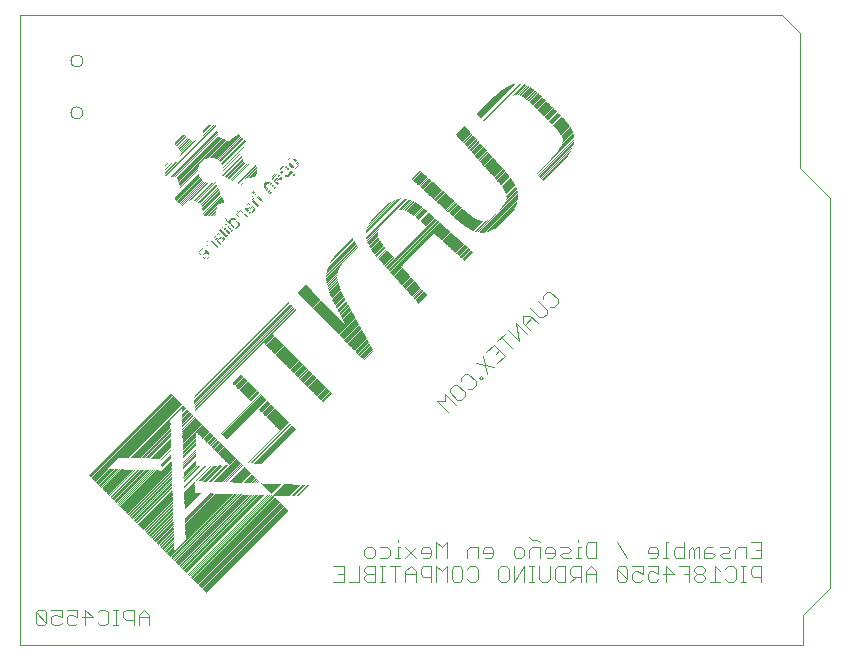
<source format=gbo>
G75*
%MOIN*%
%OFA0B0*%
%FSLAX24Y24*%
%IPPOS*%
%LPD*%
%AMOC8*
5,1,8,0,0,1.08239X$1,22.5*
%
%ADD10C,0.0040*%
%ADD11C,0.0000*%
%ADD12R,0.0011X0.0011*%
%ADD13R,0.0542X0.0011*%
%ADD14R,0.3850X0.0011*%
%ADD15R,0.0542X0.0011*%
%ADD16R,0.0531X0.0011*%
%ADD17R,0.0531X0.0011*%
%ADD18R,0.0531X0.0011*%
%ADD19R,0.0542X0.0011*%
%ADD20R,0.4392X0.0011*%
%ADD21R,0.4381X0.0011*%
%ADD22R,0.0520X0.0011*%
%ADD23R,0.3839X0.0011*%
%ADD24R,0.0509X0.0011*%
%ADD25R,0.3828X0.0011*%
%ADD26R,0.0498X0.0011*%
%ADD27R,0.3817X0.0011*%
%ADD28R,0.0487X0.0011*%
%ADD29R,0.3806X0.0011*%
%ADD30R,0.0476X0.0011*%
%ADD31R,0.3795X0.0011*%
%ADD32R,0.0465X0.0011*%
%ADD33R,0.3784X0.0011*%
%ADD34R,0.0454X0.0011*%
%ADD35R,0.3773X0.0011*%
%ADD36R,0.0442X0.0011*%
%ADD37R,0.3761X0.0011*%
%ADD38R,0.0431X0.0011*%
%ADD39R,0.3750X0.0011*%
%ADD40R,0.0420X0.0011*%
%ADD41R,0.3739X0.0011*%
%ADD42R,0.0409X0.0011*%
%ADD43R,0.3728X0.0011*%
%ADD44R,0.3717X0.0011*%
%ADD45R,0.0387X0.0011*%
%ADD46R,0.3706X0.0011*%
%ADD47R,0.3695X0.0011*%
%ADD48R,0.0376X0.0011*%
%ADD49R,0.3684X0.0011*%
%ADD50R,0.0365X0.0011*%
%ADD51R,0.0354X0.0011*%
%ADD52R,0.3673X0.0011*%
%ADD53R,0.0343X0.0011*%
%ADD54R,0.3662X0.0011*%
%ADD55R,0.0332X0.0011*%
%ADD56R,0.3651X0.0011*%
%ADD57R,0.0321X0.0011*%
%ADD58R,0.3640X0.0011*%
%ADD59R,0.0310X0.0011*%
%ADD60R,0.3629X0.0011*%
%ADD61R,0.0299X0.0011*%
%ADD62R,0.3618X0.0011*%
%ADD63R,0.0288X0.0011*%
%ADD64R,0.3607X0.0011*%
%ADD65R,0.0277X0.0011*%
%ADD66R,0.3595X0.0011*%
%ADD67R,0.0266X0.0011*%
%ADD68R,0.3584X0.0011*%
%ADD69R,0.0254X0.0011*%
%ADD70R,0.3573X0.0011*%
%ADD71R,0.0243X0.0011*%
%ADD72R,0.3562X0.0011*%
%ADD73R,0.3551X0.0011*%
%ADD74R,0.0232X0.0011*%
%ADD75R,0.3540X0.0011*%
%ADD76R,0.0221X0.0011*%
%ADD77R,0.3529X0.0011*%
%ADD78R,0.0210X0.0011*%
%ADD79R,0.3518X0.0011*%
%ADD80R,0.0199X0.0011*%
%ADD81R,0.0188X0.0011*%
%ADD82R,0.3507X0.0011*%
%ADD83R,0.0177X0.0011*%
%ADD84R,0.3496X0.0011*%
%ADD85R,0.0166X0.0011*%
%ADD86R,0.3485X0.0011*%
%ADD87R,0.0155X0.0011*%
%ADD88R,0.3474X0.0011*%
%ADD89R,0.0144X0.0011*%
%ADD90R,0.3463X0.0011*%
%ADD91R,0.0133X0.0011*%
%ADD92R,0.3452X0.0011*%
%ADD93R,0.0122X0.0011*%
%ADD94R,0.3441X0.0011*%
%ADD95R,0.0111X0.0011*%
%ADD96R,0.3430X0.0011*%
%ADD97R,0.0100X0.0011*%
%ADD98R,0.3419X0.0011*%
%ADD99R,0.0089X0.0011*%
%ADD100R,0.3407X0.0011*%
%ADD101R,0.0077X0.0011*%
%ADD102R,0.3396X0.0011*%
%ADD103R,0.0066X0.0011*%
%ADD104R,0.3385X0.0011*%
%ADD105R,0.3374X0.0011*%
%ADD106R,0.0055X0.0011*%
%ADD107R,0.3363X0.0011*%
%ADD108R,0.0033X0.0011*%
%ADD109R,0.3352X0.0011*%
%ADD110R,0.0022X0.0011*%
%ADD111R,0.3341X0.0011*%
%ADD112R,0.0011X0.0011*%
%ADD113R,0.3330X0.0011*%
%ADD114R,0.3319X0.0011*%
%ADD115R,0.0011X0.0011*%
%ADD116R,0.3308X0.0011*%
%ADD117R,0.0022X0.0011*%
%ADD118R,0.3297X0.0011*%
%ADD119R,0.3286X0.0011*%
%ADD120R,0.0044X0.0011*%
%ADD121R,0.3275X0.0011*%
%ADD122R,0.0055X0.0011*%
%ADD123R,0.3264X0.0011*%
%ADD124R,0.0066X0.0011*%
%ADD125R,0.3253X0.0011*%
%ADD126R,0.3241X0.0011*%
%ADD127R,0.0089X0.0011*%
%ADD128R,0.3230X0.0011*%
%ADD129R,0.3219X0.0011*%
%ADD130R,0.0100X0.0011*%
%ADD131R,0.3208X0.0011*%
%ADD132R,0.3197X0.0011*%
%ADD133R,0.3186X0.0011*%
%ADD134R,0.0133X0.0011*%
%ADD135R,0.3175X0.0011*%
%ADD136R,0.0144X0.0011*%
%ADD137R,0.3164X0.0011*%
%ADD138R,0.0166X0.0011*%
%ADD139R,0.3153X0.0011*%
%ADD140R,0.0177X0.0011*%
%ADD141R,0.3142X0.0011*%
%ADD142R,0.3131X0.0011*%
%ADD143R,0.3120X0.0011*%
%ADD144R,0.0210X0.0011*%
%ADD145R,0.3109X0.0011*%
%ADD146R,0.0221X0.0011*%
%ADD147R,0.3098X0.0011*%
%ADD148R,0.3087X0.0011*%
%ADD149R,0.3076X0.0011*%
%ADD150R,0.0254X0.0011*%
%ADD151R,0.3064X0.0011*%
%ADD152R,0.3053X0.0011*%
%ADD153R,0.3042X0.0011*%
%ADD154R,0.3031X0.0011*%
%ADD155R,0.0288X0.0011*%
%ADD156R,0.3020X0.0011*%
%ADD157R,0.0299X0.0011*%
%ADD158R,0.2998X0.0011*%
%ADD159R,0.2987X0.0011*%
%ADD160R,0.0332X0.0011*%
%ADD161R,0.2976X0.0011*%
%ADD162R,0.2965X0.0011*%
%ADD163R,0.0365X0.0011*%
%ADD164R,0.2954X0.0011*%
%ADD165R,0.0376X0.0011*%
%ADD166R,0.2943X0.0011*%
%ADD167R,0.2932X0.0011*%
%ADD168R,0.0398X0.0011*%
%ADD169R,0.2921X0.0011*%
%ADD170R,0.0409X0.0011*%
%ADD171R,0.2910X0.0011*%
%ADD172R,0.0420X0.0011*%
%ADD173R,0.2644X0.0011*%
%ADD174R,0.0929X0.0011*%
%ADD175R,0.0409X0.0011*%
%ADD176R,0.1648X0.0011*%
%ADD177R,0.2113X0.0011*%
%ADD178R,0.1051X0.0011*%
%ADD179R,0.0686X0.0011*%
%ADD180R,0.0443X0.0011*%
%ADD181R,0.2091X0.0011*%
%ADD182R,0.1151X0.0011*%
%ADD183R,0.0819X0.0011*%
%ADD184R,0.1659X0.0011*%
%ADD185R,0.0454X0.0011*%
%ADD186R,0.2069X0.0011*%
%ADD187R,0.1217X0.0011*%
%ADD188R,0.0940X0.0011*%
%ADD189R,0.1671X0.0011*%
%ADD190R,0.2058X0.0011*%
%ADD191R,0.0266X0.0011*%
%ADD192R,0.1250X0.0011*%
%ADD193R,0.0996X0.0011*%
%ADD194R,0.1682X0.0011*%
%ADD195R,0.2036X0.0011*%
%ADD196R,0.1316X0.0011*%
%ADD197R,0.1084X0.0011*%
%ADD198R,0.0454X0.0011*%
%ADD199R,0.1693X0.0011*%
%ADD200R,0.2014X0.0011*%
%ADD201R,0.1350X0.0011*%
%ADD202R,0.0487X0.0011*%
%ADD203R,0.1991X0.0011*%
%ADD204R,0.1383X0.0011*%
%ADD205R,0.1206X0.0011*%
%ADD206R,0.1715X0.0011*%
%ADD207R,0.0498X0.0011*%
%ADD208R,0.1980X0.0011*%
%ADD209R,0.1416X0.0011*%
%ADD210R,0.1261X0.0011*%
%ADD211R,0.0465X0.0011*%
%ADD212R,0.1958X0.0011*%
%ADD213R,0.1449X0.0011*%
%ADD214R,0.1305X0.0011*%
%ADD215R,0.1726X0.0011*%
%ADD216R,0.0520X0.0011*%
%ADD217R,0.1936X0.0011*%
%ADD218R,0.1471X0.0011*%
%ADD219R,0.1350X0.0011*%
%ADD220R,0.0420X0.0011*%
%ADD221R,0.1737X0.0011*%
%ADD222R,0.1914X0.0011*%
%ADD223R,0.0343X0.0011*%
%ADD224R,0.1493X0.0011*%
%ADD225R,0.1394X0.0011*%
%ADD226R,0.1748X0.0011*%
%ADD227R,0.1892X0.0011*%
%ADD228R,0.1516X0.0011*%
%ADD229R,0.1438X0.0011*%
%ADD230R,0.1759X0.0011*%
%ADD231R,0.0553X0.0011*%
%ADD232R,0.1870X0.0011*%
%ADD233R,0.1538X0.0011*%
%ADD234R,0.1471X0.0011*%
%ADD235R,0.1770X0.0011*%
%ADD236R,0.0564X0.0011*%
%ADD237R,0.1848X0.0011*%
%ADD238R,0.1560X0.0011*%
%ADD239R,0.1505X0.0011*%
%ADD240R,0.1781X0.0011*%
%ADD241R,0.0575X0.0011*%
%ADD242R,0.1825X0.0011*%
%ADD243R,0.1582X0.0011*%
%ADD244R,0.1549X0.0011*%
%ADD245R,0.0586X0.0011*%
%ADD246R,0.1803X0.0011*%
%ADD247R,0.1593X0.0011*%
%ADD248R,0.1571X0.0011*%
%ADD249R,0.1792X0.0011*%
%ADD250R,0.0597X0.0011*%
%ADD251R,0.1781X0.0011*%
%ADD252R,0.1615X0.0011*%
%ADD253R,0.1604X0.0011*%
%ADD254R,0.1803X0.0011*%
%ADD255R,0.0609X0.0011*%
%ADD256R,0.1626X0.0011*%
%ADD257R,0.1637X0.0011*%
%ADD258R,0.1814X0.0011*%
%ADD259R,0.0620X0.0011*%
%ADD260R,0.1737X0.0011*%
%ADD261R,0.1648X0.0011*%
%ADD262R,0.1825X0.0011*%
%ADD263R,0.1715X0.0011*%
%ADD264R,0.1659X0.0011*%
%ADD265R,0.1671X0.0011*%
%ADD266R,0.1836X0.0011*%
%ADD267R,0.0631X0.0011*%
%ADD268R,0.1704X0.0011*%
%ADD269R,0.1704X0.0011*%
%ADD270R,0.0642X0.0011*%
%ADD271R,0.1682X0.0011*%
%ADD272R,0.1726X0.0011*%
%ADD273R,0.1859X0.0011*%
%ADD274R,0.0653X0.0011*%
%ADD275R,0.1670X0.0011*%
%ADD276R,0.1693X0.0011*%
%ADD277R,0.1870X0.0011*%
%ADD278R,0.0664X0.0011*%
%ADD279R,0.1637X0.0011*%
%ADD280R,0.1704X0.0011*%
%ADD281R,0.1770X0.0011*%
%ADD282R,0.0675X0.0011*%
%ADD283R,0.1615X0.0011*%
%ADD284R,0.1715X0.0011*%
%ADD285R,0.1881X0.0011*%
%ADD286R,0.0686X0.0011*%
%ADD287R,0.1604X0.0011*%
%ADD288R,0.0498X0.0011*%
%ADD289R,0.1726X0.0011*%
%ADD290R,0.1892X0.0011*%
%ADD291R,0.0697X0.0011*%
%ADD292R,0.1582X0.0011*%
%ADD293R,0.1737X0.0011*%
%ADD294R,0.1903X0.0011*%
%ADD295R,0.0708X0.0011*%
%ADD296R,0.0520X0.0011*%
%ADD297R,0.0719X0.0011*%
%ADD298R,0.1538X0.0011*%
%ADD299R,0.0730X0.0011*%
%ADD300R,0.1770X0.0011*%
%ADD301R,0.1870X0.0011*%
%ADD302R,0.1925X0.0011*%
%ADD303R,0.0741X0.0011*%
%ADD304R,0.1881X0.0011*%
%ADD305R,0.1936X0.0011*%
%ADD306R,0.0752X0.0011*%
%ADD307R,0.1073X0.0011*%
%ADD308R,0.0863X0.0011*%
%ADD309R,0.0852X0.0011*%
%ADD310R,0.0398X0.0011*%
%ADD311R,0.0763X0.0011*%
%ADD312R,0.1449X0.0011*%
%ADD313R,0.0841X0.0011*%
%ADD314R,0.0719X0.0011*%
%ADD315R,0.0774X0.0011*%
%ADD316R,0.1427X0.0011*%
%ADD317R,0.0730X0.0011*%
%ADD318R,0.0642X0.0011*%
%ADD319R,0.0653X0.0011*%
%ADD320R,0.0785X0.0011*%
%ADD321R,0.1405X0.0011*%
%ADD322R,0.0597X0.0011*%
%ADD323R,0.0608X0.0011*%
%ADD324R,0.0797X0.0011*%
%ADD325R,0.1383X0.0011*%
%ADD326R,0.0631X0.0011*%
%ADD327R,0.0575X0.0011*%
%ADD328R,0.0575X0.0011*%
%ADD329R,0.1372X0.0011*%
%ADD330R,0.0586X0.0011*%
%ADD331R,0.0808X0.0011*%
%ADD332R,0.0553X0.0011*%
%ADD333R,0.1328X0.0011*%
%ADD334R,0.0509X0.0011*%
%ADD335R,0.0564X0.0011*%
%ADD336R,0.0830X0.0011*%
%ADD337R,0.1317X0.0011*%
%ADD338R,0.0487X0.0011*%
%ADD339R,0.0841X0.0011*%
%ADD340R,0.1294X0.0011*%
%ADD341R,0.0852X0.0011*%
%ADD342R,0.1272X0.0011*%
%ADD343R,0.0476X0.0011*%
%ADD344R,0.0476X0.0011*%
%ADD345R,0.0863X0.0011*%
%ADD346R,0.0675X0.0011*%
%ADD347R,0.0465X0.0011*%
%ADD348R,0.0874X0.0011*%
%ADD349R,0.1228X0.0011*%
%ADD350R,0.0885X0.0011*%
%ADD351R,0.0896X0.0011*%
%ADD352R,0.1184X0.0011*%
%ADD353R,0.0907X0.0011*%
%ADD354R,0.1162X0.0011*%
%ADD355R,0.0918X0.0011*%
%ADD356R,0.1140X0.0011*%
%ADD357R,0.0443X0.0011*%
%ADD358R,0.0929X0.0011*%
%ADD359R,0.1117X0.0011*%
%ADD360R,0.0597X0.0011*%
%ADD361R,0.1095X0.0011*%
%ADD362R,0.0951X0.0011*%
%ADD363R,0.1073X0.0011*%
%ADD364R,0.0752X0.0011*%
%ADD365R,0.0963X0.0011*%
%ADD366R,0.1051X0.0011*%
%ADD367R,0.0431X0.0011*%
%ADD368R,0.0974X0.0011*%
%ADD369R,0.1040X0.0011*%
%ADD370R,0.0774X0.0011*%
%ADD371R,0.0608X0.0011*%
%ADD372R,0.1018X0.0011*%
%ADD373R,0.0985X0.0011*%
%ADD374R,0.0996X0.0011*%
%ADD375R,0.0619X0.0011*%
%ADD376R,0.0985X0.0011*%
%ADD377R,0.0431X0.0011*%
%ADD378R,0.1007X0.0011*%
%ADD379R,0.0962X0.0011*%
%ADD380R,0.0830X0.0011*%
%ADD381R,0.1029X0.0011*%
%ADD382R,0.0907X0.0011*%
%ADD383R,0.1040X0.0011*%
%ADD384R,0.0852X0.0011*%
%ADD385R,0.0874X0.0011*%
%ADD386R,0.1062X0.0011*%
%ADD387R,0.0642X0.0011*%
%ADD388R,0.0808X0.0011*%
%ADD389R,0.0785X0.0011*%
%ADD390R,0.1106X0.0011*%
%ADD391R,0.0653X0.0011*%
%ADD392R,0.0929X0.0011*%
%ADD393R,0.0398X0.0011*%
%ADD394R,0.0774X0.0011*%
%ADD395R,0.0675X0.0011*%
%ADD396R,0.1007X0.0011*%
%ADD397R,0.0697X0.0011*%
%ADD398R,0.0763X0.0011*%
%ADD399R,0.1084X0.0011*%
%ADD400R,0.1106X0.0011*%
%ADD401R,0.1117X0.0011*%
%ADD402R,0.1128X0.0011*%
%ADD403R,0.0752X0.0011*%
%ADD404R,0.1139X0.0011*%
%ADD405R,0.1151X0.0011*%
%ADD406R,0.0730X0.0011*%
%ADD407R,0.1173X0.0011*%
%ADD408R,0.1184X0.0011*%
%ADD409R,0.1195X0.0011*%
%ADD410R,0.1206X0.0011*%
%ADD411R,0.1272X0.0011*%
%ADD412R,0.1283X0.0011*%
%ADD413R,0.1294X0.0011*%
%ADD414R,0.0763X0.0011*%
%ADD415R,0.1305X0.0011*%
%ADD416R,0.1339X0.0011*%
%ADD417R,0.1162X0.0011*%
%ADD418R,0.1350X0.0011*%
%ADD419R,0.1361X0.0011*%
%ADD420R,0.1394X0.0011*%
%ADD421R,0.1029X0.0011*%
%ADD422R,0.1427X0.0011*%
%ADD423R,0.1438X0.0011*%
%ADD424R,0.0376X0.0011*%
%ADD425R,0.0951X0.0011*%
%ADD426R,0.1460X0.0011*%
%ADD427R,0.0387X0.0011*%
%ADD428R,0.1482X0.0011*%
%ADD429R,0.1494X0.0011*%
%ADD430R,0.0044X0.0011*%
%ADD431R,0.1505X0.0011*%
%ADD432R,0.2367X0.0011*%
%ADD433R,0.1516X0.0011*%
%ADD434R,0.1527X0.0011*%
%ADD435R,0.2345X0.0011*%
%ADD436R,0.1549X0.0011*%
%ADD437R,0.1582X0.0011*%
%ADD438R,0.1626X0.0011*%
%ADD439R,0.2334X0.0011*%
%ADD440R,0.2323X0.0011*%
%ADD441R,0.1748X0.0011*%
%ADD442R,0.1803X0.0011*%
%ADD443R,0.1825X0.0011*%
%ADD444R,0.1848X0.0011*%
%ADD445R,0.1859X0.0011*%
%ADD446R,0.1903X0.0011*%
%ADD447R,0.1925X0.0011*%
%ADD448R,0.1958X0.0011*%
%ADD449R,0.1969X0.0011*%
%ADD450R,0.1980X0.0011*%
%ADD451R,0.2002X0.0011*%
%ADD452R,0.2025X0.0011*%
%ADD453R,0.2047X0.0011*%
%ADD454R,0.2058X0.0011*%
%ADD455R,0.2080X0.0011*%
%ADD456R,0.2102X0.0011*%
%ADD457R,0.2113X0.0011*%
%ADD458R,0.2124X0.0011*%
%ADD459R,0.2135X0.0011*%
%ADD460R,0.2146X0.0011*%
%ADD461R,0.2157X0.0011*%
%ADD462R,0.2168X0.0011*%
%ADD463R,0.2179X0.0011*%
%ADD464R,0.2190X0.0011*%
%ADD465R,0.2202X0.0011*%
%ADD466R,0.2213X0.0011*%
%ADD467R,0.2224X0.0011*%
%ADD468R,0.2235X0.0011*%
%ADD469R,0.2246X0.0011*%
%ADD470R,0.2257X0.0011*%
%ADD471R,0.2268X0.0011*%
%ADD472R,0.2279X0.0011*%
%ADD473R,0.1593X0.0011*%
%ADD474R,0.0631X0.0011*%
%ADD475R,0.0741X0.0011*%
%ADD476R,0.0786X0.0011*%
%ADD477R,0.0830X0.0011*%
%ADD478R,0.0896X0.0011*%
%ADD479R,0.0918X0.0011*%
%ADD480R,0.0940X0.0011*%
%ADD481R,0.0985X0.0011*%
%ADD482R,0.0564X0.0011*%
%ADD483R,0.0553X0.0011*%
%ADD484R,0.1007X0.0011*%
%ADD485R,0.1051X0.0011*%
%ADD486R,0.0686X0.0011*%
%ADD487R,0.1095X0.0011*%
%ADD488R,0.1239X0.0011*%
%ADD489R,0.1781X0.0011*%
%ADD490R,0.1892X0.0011*%
%ADD491R,0.4768X0.0011*%
%ADD492R,0.4757X0.0011*%
%ADD493R,0.1139X0.0011*%
%ADD494R,0.1859X0.0011*%
%ADD495R,0.4746X0.0011*%
%ADD496R,0.1162X0.0011*%
%ADD497R,0.1836X0.0011*%
%ADD498R,0.1494X0.0011*%
%ADD499R,0.4735X0.0011*%
%ADD500R,0.1184X0.0011*%
%ADD501R,0.4724X0.0011*%
%ADD502R,0.1206X0.0011*%
%ADD503R,0.1814X0.0011*%
%ADD504R,0.4713X0.0011*%
%ADD505R,0.1228X0.0011*%
%ADD506R,0.1792X0.0011*%
%ADD507R,0.0387X0.0011*%
%ADD508R,0.4702X0.0011*%
%ADD509R,0.1460X0.0011*%
%ADD510R,0.4691X0.0011*%
%ADD511R,0.4680X0.0011*%
%ADD512R,0.4669X0.0011*%
%ADD513R,0.1427X0.0011*%
%ADD514R,0.4657X0.0011*%
%ADD515R,0.1416X0.0011*%
%ADD516R,0.4646X0.0011*%
%ADD517R,0.1339X0.0011*%
%ADD518R,0.1416X0.0011*%
%ADD519R,0.1361X0.0011*%
%ADD520R,0.1637X0.0011*%
%ADD521R,0.1405X0.0011*%
%ADD522R,0.4635X0.0011*%
%ADD523R,0.1383X0.0011*%
%ADD524R,0.1615X0.0011*%
%ADD525R,0.4624X0.0011*%
%ADD526R,0.1405X0.0011*%
%ADD527R,0.4613X0.0011*%
%ADD528R,0.1549X0.0011*%
%ADD529R,0.4602X0.0011*%
%ADD530R,0.1449X0.0011*%
%ADD531R,0.4591X0.0011*%
%ADD532R,0.4580X0.0011*%
%ADD533R,0.1527X0.0011*%
%ADD534R,0.1460X0.0011*%
%ADD535R,0.4569X0.0011*%
%ADD536R,0.1505X0.0011*%
%ADD537R,0.4558X0.0011*%
%ADD538R,0.1482X0.0011*%
%ADD539R,0.4547X0.0011*%
%ADD540R,0.1560X0.0011*%
%ADD541R,0.1438X0.0011*%
%ADD542R,0.1228X0.0011*%
%ADD543R,0.4536X0.0011*%
%ADD544R,0.1239X0.0011*%
%ADD545R,0.4514X0.0011*%
%ADD546R,0.1361X0.0011*%
%ADD547R,0.1195X0.0011*%
%ADD548R,0.4503X0.0011*%
%ADD549R,0.1328X0.0011*%
%ADD550R,0.4492X0.0011*%
%ADD551R,0.4481X0.0011*%
%ADD552R,0.0974X0.0011*%
%ADD553R,0.1073X0.0011*%
%ADD554R,0.0874X0.0011*%
%ADD555R,0.4469X0.0011*%
%ADD556R,0.4458X0.0011*%
%ADD557R,0.4436X0.0011*%
%ADD558R,0.1759X0.0011*%
%ADD559R,0.2434X0.0011*%
%ADD560R,0.2445X0.0011*%
%ADD561R,0.2456X0.0011*%
%ADD562R,0.2467X0.0011*%
%ADD563R,0.2478X0.0011*%
%ADD564R,0.2489X0.0011*%
%ADD565R,0.2500X0.0011*%
%ADD566R,0.2511X0.0011*%
%ADD567R,0.2522X0.0011*%
%ADD568R,0.2533X0.0011*%
%ADD569R,0.2544X0.0011*%
%ADD570R,0.2556X0.0011*%
%ADD571R,0.2567X0.0011*%
%ADD572R,0.2578X0.0011*%
%ADD573R,0.2589X0.0011*%
%ADD574R,0.2600X0.0011*%
%ADD575R,0.2611X0.0011*%
%ADD576R,0.2622X0.0011*%
%ADD577R,0.2633X0.0011*%
%ADD578R,0.2644X0.0011*%
%ADD579R,0.2655X0.0011*%
%ADD580R,0.2666X0.0011*%
%ADD581R,0.2677X0.0011*%
%ADD582R,0.2688X0.0011*%
%ADD583R,0.2699X0.0011*%
%ADD584R,0.2710X0.0011*%
%ADD585R,0.2722X0.0011*%
%ADD586R,0.0020X0.0002*%
%ADD587R,0.0025X0.0003*%
%ADD588R,0.0030X0.0002*%
%ADD589R,0.0035X0.0003*%
%ADD590R,0.0042X0.0002*%
%ADD591R,0.0050X0.0003*%
%ADD592R,0.0060X0.0002*%
%ADD593R,0.0065X0.0003*%
%ADD594R,0.0067X0.0002*%
%ADD595R,0.0070X0.0003*%
%ADD596R,0.0072X0.0002*%
%ADD597R,0.0072X0.0003*%
%ADD598R,0.0075X0.0002*%
%ADD599R,0.0075X0.0003*%
%ADD600R,0.0012X0.0002*%
%ADD601R,0.0003X0.0002*%
%ADD602R,0.0010X0.0002*%
%ADD603R,0.0008X0.0002*%
%ADD604R,0.0002X0.0002*%
%ADD605R,0.0005X0.0002*%
%ADD606R,0.0007X0.0002*%
%ADD607R,0.0007X0.0003*%
%ADD608R,0.0083X0.0003*%
%ADD609R,0.0068X0.0003*%
%ADD610R,0.0078X0.0003*%
%ADD611R,0.0010X0.0003*%
%ADD612R,0.0005X0.0003*%
%ADD613R,0.0080X0.0003*%
%ADD614R,0.0038X0.0002*%
%ADD615R,0.0033X0.0002*%
%ADD616R,0.0043X0.0002*%
%ADD617R,0.0015X0.0002*%
%ADD618R,0.0093X0.0002*%
%ADD619R,0.0080X0.0002*%
%ADD620R,0.0090X0.0002*%
%ADD621R,0.0052X0.0003*%
%ADD622R,0.0077X0.0003*%
%ADD623R,0.0053X0.0003*%
%ADD624R,0.0018X0.0003*%
%ADD625R,0.0020X0.0003*%
%ADD626R,0.0097X0.0003*%
%ADD627R,0.0100X0.0003*%
%ADD628R,0.0085X0.0003*%
%ADD629R,0.0098X0.0003*%
%ADD630R,0.0023X0.0003*%
%ADD631R,0.0068X0.0002*%
%ADD632R,0.0077X0.0002*%
%ADD633R,0.0063X0.0002*%
%ADD634R,0.0023X0.0002*%
%ADD635R,0.0022X0.0002*%
%ADD636R,0.0105X0.0002*%
%ADD637R,0.0028X0.0002*%
%ADD638R,0.0025X0.0002*%
%ADD639R,0.0110X0.0002*%
%ADD640R,0.0092X0.0002*%
%ADD641R,0.0082X0.0003*%
%ADD642R,0.0017X0.0003*%
%ADD643R,0.0030X0.0003*%
%ADD644R,0.0027X0.0003*%
%ADD645R,0.0108X0.0003*%
%ADD646R,0.0033X0.0003*%
%ADD647R,0.0118X0.0003*%
%ADD648R,0.0113X0.0003*%
%ADD649R,0.0028X0.0003*%
%ADD650R,0.0102X0.0002*%
%ADD651R,0.0085X0.0002*%
%ADD652R,0.0103X0.0002*%
%ADD653R,0.0100X0.0002*%
%ADD654R,0.0037X0.0002*%
%ADD655R,0.0035X0.0002*%
%ADD656R,0.0117X0.0002*%
%ADD657R,0.0132X0.0002*%
%ADD658R,0.0108X0.0002*%
%ADD659R,0.0118X0.0002*%
%ADD660R,0.0128X0.0002*%
%ADD661R,0.0122X0.0003*%
%ADD662R,0.0205X0.0003*%
%ADD663R,0.0120X0.0003*%
%ADD664R,0.0040X0.0003*%
%ADD665R,0.0042X0.0003*%
%ADD666R,0.0043X0.0003*%
%ADD667R,0.0125X0.0003*%
%ADD668R,0.0142X0.0003*%
%ADD669R,0.0123X0.0003*%
%ADD670R,0.0128X0.0003*%
%ADD671R,0.0045X0.0003*%
%ADD672R,0.0135X0.0002*%
%ADD673R,0.0210X0.0002*%
%ADD674R,0.0048X0.0002*%
%ADD675R,0.0047X0.0002*%
%ADD676R,0.0045X0.0002*%
%ADD677R,0.0133X0.0002*%
%ADD678R,0.0055X0.0002*%
%ADD679R,0.0150X0.0002*%
%ADD680R,0.0262X0.0002*%
%ADD681R,0.0130X0.0002*%
%ADD682R,0.0050X0.0002*%
%ADD683R,0.0152X0.0002*%
%ADD684R,0.0215X0.0003*%
%ADD685R,0.0143X0.0003*%
%ADD686R,0.0055X0.0003*%
%ADD687R,0.0047X0.0003*%
%ADD688R,0.0135X0.0003*%
%ADD689R,0.0058X0.0003*%
%ADD690R,0.0158X0.0003*%
%ADD691R,0.0268X0.0003*%
%ADD692R,0.0132X0.0003*%
%ADD693R,0.0148X0.0002*%
%ADD694R,0.0217X0.0002*%
%ADD695R,0.0147X0.0002*%
%ADD696R,0.0058X0.0002*%
%ADD697R,0.0053X0.0002*%
%ADD698R,0.0138X0.0002*%
%ADD699R,0.0052X0.0002*%
%ADD700R,0.0162X0.0002*%
%ADD701R,0.0272X0.0002*%
%ADD702R,0.0152X0.0003*%
%ADD703R,0.0220X0.0003*%
%ADD704R,0.0153X0.0003*%
%ADD705R,0.0062X0.0003*%
%ADD706R,0.0063X0.0003*%
%ADD707R,0.0140X0.0003*%
%ADD708R,0.0060X0.0003*%
%ADD709R,0.0168X0.0003*%
%ADD710R,0.0278X0.0003*%
%ADD711R,0.0137X0.0003*%
%ADD712R,0.0165X0.0003*%
%ADD713R,0.0160X0.0002*%
%ADD714R,0.0222X0.0002*%
%ADD715R,0.0140X0.0002*%
%ADD716R,0.0172X0.0002*%
%ADD717R,0.0282X0.0002*%
%ADD718R,0.0170X0.0003*%
%ADD719R,0.0227X0.0003*%
%ADD720R,0.0167X0.0003*%
%ADD721R,0.0073X0.0003*%
%ADD722R,0.0180X0.0003*%
%ADD723R,0.0288X0.0003*%
%ADD724R,0.0178X0.0003*%
%ADD725R,0.0180X0.0002*%
%ADD726R,0.0235X0.0002*%
%ADD727R,0.0177X0.0002*%
%ADD728R,0.0078X0.0002*%
%ADD729R,0.0145X0.0002*%
%ADD730R,0.0057X0.0002*%
%ADD731R,0.0185X0.0002*%
%ADD732R,0.0292X0.0002*%
%ADD733R,0.0182X0.0002*%
%ADD734R,0.0188X0.0003*%
%ADD735R,0.0237X0.0003*%
%ADD736R,0.0183X0.0003*%
%ADD737R,0.0148X0.0003*%
%ADD738R,0.0057X0.0003*%
%ADD739R,0.0190X0.0003*%
%ADD740R,0.0295X0.0003*%
%ADD741R,0.0192X0.0002*%
%ADD742R,0.0240X0.0002*%
%ADD743R,0.0187X0.0002*%
%ADD744R,0.0195X0.0002*%
%ADD745R,0.0298X0.0002*%
%ADD746R,0.0198X0.0003*%
%ADD747R,0.0242X0.0003*%
%ADD748R,0.0193X0.0003*%
%ADD749R,0.0147X0.0003*%
%ADD750R,0.0200X0.0003*%
%ADD751R,0.0300X0.0003*%
%ADD752R,0.0150X0.0003*%
%ADD753R,0.0202X0.0002*%
%ADD754R,0.0242X0.0002*%
%ADD755R,0.0197X0.0002*%
%ADD756R,0.0205X0.0002*%
%ADD757R,0.0302X0.0002*%
%ADD758R,0.0200X0.0002*%
%ADD759R,0.0208X0.0003*%
%ADD760R,0.0245X0.0003*%
%ADD761R,0.0203X0.0003*%
%ADD762R,0.0210X0.0003*%
%ADD763R,0.0302X0.0003*%
%ADD764R,0.0202X0.0003*%
%ADD765R,0.0247X0.0002*%
%ADD766R,0.0207X0.0002*%
%ADD767R,0.0155X0.0002*%
%ADD768R,0.0215X0.0002*%
%ADD769R,0.0308X0.0002*%
%ADD770R,0.0252X0.0003*%
%ADD771R,0.0213X0.0003*%
%ADD772R,0.0155X0.0003*%
%ADD773R,0.0312X0.0003*%
%ADD774R,0.0220X0.0002*%
%ADD775R,0.0255X0.0002*%
%ADD776R,0.0158X0.0002*%
%ADD777R,0.0315X0.0002*%
%ADD778R,0.0153X0.0002*%
%ADD779R,0.0222X0.0003*%
%ADD780R,0.0257X0.0003*%
%ADD781R,0.0095X0.0003*%
%ADD782R,0.0102X0.0003*%
%ADD783R,0.0318X0.0003*%
%ADD784R,0.0107X0.0003*%
%ADD785R,0.0228X0.0002*%
%ADD786R,0.0257X0.0002*%
%ADD787R,0.0223X0.0002*%
%ADD788R,0.0095X0.0002*%
%ADD789R,0.0122X0.0002*%
%ADD790R,0.0082X0.0002*%
%ADD791R,0.0087X0.0002*%
%ADD792R,0.0098X0.0002*%
%ADD793R,0.0232X0.0003*%
%ADD794R,0.0260X0.0003*%
%ADD795R,0.0087X0.0003*%
%ADD796R,0.0238X0.0002*%
%ADD797R,0.0260X0.0002*%
%ADD798R,0.0233X0.0002*%
%ADD799R,0.0083X0.0002*%
%ADD800R,0.0073X0.0002*%
%ADD801R,0.0240X0.0003*%
%ADD802R,0.0262X0.0003*%
%ADD803R,0.0088X0.0003*%
%ADD804R,0.0245X0.0002*%
%ADD805R,0.0265X0.0002*%
%ADD806R,0.0243X0.0002*%
%ADD807R,0.0070X0.0002*%
%ADD808R,0.0065X0.0002*%
%ADD809R,0.0247X0.0003*%
%ADD810R,0.0265X0.0003*%
%ADD811R,0.0243X0.0003*%
%ADD812R,0.0250X0.0002*%
%ADD813R,0.0267X0.0002*%
%ADD814R,0.0250X0.0003*%
%ADD815R,0.0270X0.0003*%
%ADD816R,0.0067X0.0003*%
%ADD817R,0.0253X0.0002*%
%ADD818R,0.0062X0.0002*%
%ADD819R,0.0115X0.0003*%
%ADD820R,0.0130X0.0003*%
%ADD821R,0.0107X0.0002*%
%ADD822R,0.0105X0.0003*%
%ADD823R,0.0117X0.0003*%
%ADD824R,0.0115X0.0002*%
%ADD825R,0.0097X0.0002*%
%ADD826R,0.0103X0.0003*%
%ADD827R,0.0112X0.0003*%
%ADD828R,0.0090X0.0003*%
%ADD829R,0.0093X0.0003*%
%ADD830R,0.0092X0.0003*%
%ADD831R,0.0088X0.0002*%
%ADD832R,0.0012X0.0003*%
%ADD833R,0.0120X0.0002*%
%ADD834R,0.0125X0.0002*%
%ADD835R,0.0127X0.0002*%
%ADD836R,0.0127X0.0003*%
%ADD837R,0.0160X0.0003*%
%ADD838R,0.0163X0.0002*%
%ADD839R,0.0170X0.0002*%
%ADD840R,0.0145X0.0003*%
%ADD841R,0.0175X0.0002*%
%ADD842R,0.0188X0.0002*%
%ADD843R,0.0185X0.0003*%
%ADD844R,0.0207X0.0003*%
%ADD845R,0.0195X0.0003*%
%ADD846R,0.0208X0.0002*%
%ADD847R,0.0190X0.0002*%
%ADD848R,0.0187X0.0003*%
%ADD849R,0.0175X0.0003*%
%ADD850R,0.0173X0.0003*%
%ADD851R,0.0165X0.0002*%
%ADD852R,0.0235X0.0003*%
%ADD853R,0.0248X0.0003*%
%ADD854R,0.0143X0.0002*%
%ADD855R,0.0255X0.0003*%
%ADD856R,0.0275X0.0002*%
%ADD857R,0.0113X0.0002*%
%ADD858R,0.0110X0.0003*%
%ADD859R,0.0013X0.0002*%
%ADD860R,0.0178X0.0002*%
%ADD861R,0.0015X0.0003*%
%ADD862R,0.0040X0.0002*%
%ADD863R,0.0027X0.0002*%
%ADD864R,0.0048X0.0003*%
%ADD865R,0.0032X0.0003*%
%ADD866R,0.0038X0.0003*%
%ADD867R,0.0138X0.0003*%
%ADD868R,0.0123X0.0002*%
%ADD869R,0.0212X0.0002*%
%ADD870R,0.0238X0.0003*%
%ADD871R,0.0252X0.0002*%
%ADD872R,0.0258X0.0002*%
%ADD873R,0.0203X0.0002*%
%ADD874R,0.0197X0.0003*%
%ADD875R,0.0198X0.0002*%
%ADD876R,0.0230X0.0003*%
%ADD877R,0.0233X0.0003*%
%ADD878R,0.0193X0.0002*%
%ADD879R,0.0230X0.0002*%
%ADD880R,0.0223X0.0003*%
%ADD881R,0.0228X0.0003*%
%ADD882R,0.0182X0.0003*%
%ADD883R,0.0218X0.0003*%
%ADD884R,0.0172X0.0003*%
%ADD885R,0.0227X0.0002*%
%ADD886R,0.0167X0.0002*%
%ADD887R,0.0218X0.0002*%
%ADD888R,0.0168X0.0002*%
%ADD889R,0.0225X0.0003*%
%ADD890R,0.0163X0.0003*%
%ADD891R,0.0162X0.0003*%
%ADD892R,0.0157X0.0002*%
%ADD893R,0.0213X0.0002*%
%ADD894R,0.0137X0.0002*%
%ADD895R,0.0112X0.0002*%
%ADD896R,0.0192X0.0003*%
%ADD897R,0.0017X0.0002*%
%ADD898R,0.0013X0.0003*%
%ADD899R,0.0022X0.0003*%
%ADD900R,0.0037X0.0003*%
%ADD901R,0.0032X0.0002*%
%ADD902R,0.0157X0.0003*%
%ADD903R,0.0217X0.0003*%
%ADD904R,0.0177X0.0003*%
%ADD905R,0.0183X0.0002*%
%ADD906R,0.0272X0.0003*%
%ADD907R,0.0280X0.0002*%
%ADD908R,0.0285X0.0003*%
%ADD909R,0.0287X0.0002*%
%ADD910R,0.0293X0.0003*%
%ADD911R,0.0212X0.0003*%
%ADD912R,0.0300X0.0002*%
%ADD913R,0.0310X0.0003*%
%ADD914R,0.0318X0.0002*%
%ADD915R,0.0322X0.0003*%
%ADD916R,0.0328X0.0002*%
%ADD917R,0.0332X0.0003*%
%ADD918R,0.0253X0.0003*%
%ADD919R,0.0340X0.0002*%
%ADD920R,0.0345X0.0003*%
%ADD921R,0.0263X0.0003*%
%ADD922R,0.0353X0.0002*%
%ADD923R,0.0270X0.0002*%
%ADD924R,0.0360X0.0003*%
%ADD925R,0.0365X0.0002*%
%ADD926R,0.0370X0.0003*%
%ADD927R,0.0372X0.0002*%
%ADD928R,0.0380X0.0003*%
%ADD929R,0.0298X0.0003*%
%ADD930R,0.0390X0.0002*%
%ADD931R,0.0305X0.0002*%
%ADD932R,0.0397X0.0003*%
%ADD933R,0.0008X0.0003*%
%ADD934R,0.0315X0.0003*%
%ADD935R,0.0403X0.0002*%
%ADD936R,0.0320X0.0002*%
%ADD937R,0.0405X0.0003*%
%ADD938R,0.0323X0.0003*%
%ADD939R,0.0410X0.0002*%
%ADD940R,0.0327X0.0002*%
%ADD941R,0.0418X0.0003*%
%ADD942R,0.0335X0.0003*%
%ADD943R,0.0422X0.0002*%
%ADD944R,0.0430X0.0003*%
%ADD945R,0.0348X0.0003*%
%ADD946R,0.0437X0.0002*%
%ADD947R,0.0355X0.0002*%
%ADD948R,0.0445X0.0003*%
%ADD949R,0.0450X0.0002*%
%ADD950R,0.0452X0.0003*%
%ADD951R,0.0367X0.0003*%
%ADD952R,0.0458X0.0002*%
%ADD953R,0.0373X0.0002*%
%ADD954R,0.0462X0.0003*%
%ADD955R,0.0470X0.0002*%
%ADD956R,0.0385X0.0002*%
%ADD957R,0.0480X0.0003*%
%ADD958R,0.0392X0.0003*%
%ADD959R,0.0483X0.0002*%
%ADD960R,0.0398X0.0002*%
%ADD961R,0.0487X0.0003*%
%ADD962R,0.0402X0.0003*%
%ADD963R,0.0495X0.0002*%
%ADD964R,0.0405X0.0002*%
%ADD965R,0.0500X0.0003*%
%ADD966R,0.0410X0.0003*%
%ADD967R,0.0508X0.0002*%
%ADD968R,0.0417X0.0002*%
%ADD969R,0.0515X0.0003*%
%ADD970R,0.0425X0.0003*%
%ADD971R,0.0523X0.0002*%
%ADD972R,0.0430X0.0002*%
%ADD973R,0.0527X0.0003*%
%ADD974R,0.0438X0.0003*%
%ADD975R,0.0533X0.0002*%
%ADD976R,0.0442X0.0002*%
%ADD977R,0.0535X0.0003*%
%ADD978R,0.0540X0.0002*%
%ADD979R,0.0548X0.0003*%
%ADD980R,0.0457X0.0003*%
%ADD981R,0.0555X0.0002*%
%ADD982R,0.0465X0.0002*%
%ADD983R,0.0560X0.0003*%
%ADD984R,0.0472X0.0003*%
%ADD985R,0.0565X0.0002*%
%ADD986R,0.0478X0.0002*%
%ADD987R,0.0570X0.0003*%
%ADD988R,0.0817X0.0002*%
%ADD989R,0.0482X0.0002*%
%ADD990R,0.0820X0.0003*%
%ADD991R,0.0490X0.0003*%
%ADD992R,0.0825X0.0002*%
%ADD993R,0.0497X0.0002*%
%ADD994R,0.0828X0.0003*%
%ADD995R,0.0502X0.0003*%
%ADD996R,0.0830X0.0002*%
%ADD997R,0.0835X0.0003*%
%ADD998R,0.0512X0.0003*%
%ADD999R,0.0835X0.0002*%
%ADD1000R,0.0225X0.0002*%
%ADD1001R,0.0518X0.0002*%
%ADD1002R,0.0840X0.0003*%
%ADD1003R,0.0522X0.0003*%
%ADD1004R,0.0840X0.0002*%
%ADD1005R,0.0530X0.0002*%
%ADD1006R,0.0845X0.0003*%
%ADD1007R,0.0537X0.0003*%
%ADD1008R,0.0845X0.0002*%
%ADD1009R,0.0542X0.0002*%
%ADD1010R,0.0848X0.0003*%
%ADD1011R,0.0550X0.0003*%
%ADD1012R,0.0850X0.0002*%
%ADD1013R,0.0850X0.0003*%
%ADD1014R,0.0823X0.0003*%
%ADD1015R,0.0852X0.0002*%
%ADD1016R,0.0852X0.0003*%
%ADD1017R,0.0832X0.0002*%
%ADD1018R,0.0855X0.0003*%
%ADD1019R,0.0855X0.0002*%
%ADD1020R,0.0837X0.0003*%
%ADD1021R,0.0843X0.0003*%
%ADD1022R,0.0848X0.0002*%
%ADD1023R,0.0858X0.0003*%
%ADD1024R,0.0860X0.0002*%
%ADD1025R,0.0857X0.0003*%
%ADD1026R,0.0860X0.0003*%
%ADD1027R,0.0865X0.0002*%
%ADD1028R,0.0865X0.0003*%
%ADD1029R,0.0853X0.0002*%
%ADD1030R,0.0867X0.0003*%
%ADD1031R,0.0867X0.0002*%
%ADD1032R,0.0870X0.0003*%
%ADD1033R,0.0870X0.0002*%
%ADD1034R,0.0847X0.0002*%
%ADD1035R,0.0868X0.0002*%
%ADD1036R,0.0842X0.0002*%
%ADD1037R,0.0838X0.0002*%
%ADD1038R,0.0868X0.0003*%
%ADD1039R,0.0838X0.0003*%
%ADD1040R,0.0837X0.0002*%
%ADD1041R,0.0833X0.0003*%
%ADD1042R,0.0833X0.0002*%
%ADD1043R,0.0863X0.0002*%
%ADD1044R,0.0830X0.0003*%
%ADD1045R,0.0863X0.0003*%
%ADD1046R,0.0862X0.0002*%
%ADD1047R,0.0827X0.0002*%
%ADD1048R,0.0857X0.0002*%
%ADD1049R,0.0827X0.0003*%
%ADD1050R,0.0858X0.0002*%
%ADD1051R,0.0825X0.0003*%
%ADD1052R,0.0823X0.0002*%
%ADD1053R,0.0822X0.0002*%
%ADD1054R,0.0853X0.0003*%
%ADD1055R,0.0820X0.0002*%
%ADD1056R,0.0817X0.0003*%
%ADD1057R,0.0818X0.0002*%
%ADD1058R,0.0815X0.0003*%
%ADD1059R,0.0847X0.0003*%
%ADD1060R,0.0815X0.0002*%
%ADD1061R,0.0812X0.0003*%
%ADD1062R,0.0813X0.0003*%
%ADD1063R,0.0808X0.0002*%
%ADD1064R,0.0805X0.0003*%
%ADD1065R,0.0805X0.0002*%
%ADD1066R,0.0842X0.0003*%
%ADD1067R,0.0802X0.0003*%
%ADD1068R,0.0803X0.0003*%
%ADD1069R,0.0802X0.0002*%
%ADD1070R,0.0800X0.0002*%
%ADD1071R,0.0800X0.0003*%
%ADD1072R,0.0797X0.0003*%
%ADD1073R,0.0798X0.0003*%
%ADD1074R,0.0832X0.0003*%
%ADD1075R,0.0798X0.0002*%
%ADD1076R,0.0795X0.0003*%
%ADD1077R,0.0795X0.0002*%
%ADD1078R,0.0792X0.0003*%
%ADD1079R,0.0790X0.0002*%
%ADD1080R,0.0787X0.0003*%
%ADD1081R,0.0788X0.0002*%
%ADD1082R,0.0788X0.0003*%
%ADD1083R,0.0785X0.0002*%
%ADD1084R,0.0785X0.0003*%
%ADD1085R,0.0783X0.0002*%
%ADD1086R,0.0782X0.0003*%
%ADD1087R,0.0822X0.0003*%
%ADD1088R,0.0780X0.0002*%
%ADD1089R,0.0783X0.0003*%
%ADD1090R,0.0780X0.0003*%
%ADD1091R,0.0777X0.0003*%
%ADD1092R,0.0777X0.0002*%
%ADD1093R,0.0775X0.0003*%
%ADD1094R,0.0818X0.0003*%
%ADD1095R,0.0772X0.0002*%
%ADD1096R,0.0773X0.0003*%
%ADD1097R,0.0770X0.0002*%
%ADD1098R,0.0770X0.0003*%
%ADD1099R,0.0767X0.0002*%
%ADD1100R,0.0812X0.0002*%
%ADD1101R,0.0768X0.0003*%
%ADD1102R,0.0807X0.0002*%
%ADD1103R,0.0765X0.0003*%
%ADD1104R,0.0765X0.0002*%
%ADD1105R,0.0763X0.0002*%
%ADD1106R,0.0762X0.0002*%
%ADD1107R,0.0760X0.0003*%
%ADD1108R,0.0760X0.0002*%
%ADD1109R,0.0758X0.0003*%
%ADD1110R,0.0755X0.0002*%
%ADD1111R,0.0803X0.0002*%
%ADD1112R,0.0755X0.0003*%
%ADD1113R,0.0753X0.0002*%
%ADD1114R,0.0752X0.0002*%
%ADD1115R,0.0750X0.0003*%
%ADD1116R,0.0750X0.0002*%
%ADD1117R,0.0747X0.0003*%
%ADD1118R,0.0748X0.0002*%
%ADD1119R,0.0792X0.0002*%
%ADD1120R,0.0745X0.0003*%
%ADD1121R,0.0747X0.0002*%
%ADD1122R,0.0793X0.0002*%
%ADD1123R,0.0790X0.0003*%
%ADD1124R,0.0745X0.0002*%
%ADD1125R,0.0748X0.0003*%
%ADD1126R,0.0752X0.0003*%
%ADD1127R,0.0758X0.0002*%
%ADD1128R,0.0782X0.0002*%
%ADD1129R,0.0778X0.0003*%
%ADD1130R,0.0775X0.0002*%
%ADD1131R,0.0778X0.0002*%
%ADD1132R,0.0787X0.0002*%
%ADD1133R,0.0808X0.0003*%
%ADD1134R,0.0810X0.0002*%
%ADD1135R,0.0797X0.0002*%
%ADD1136R,0.0828X0.0002*%
%ADD1137R,0.0872X0.0002*%
%ADD1138R,0.0872X0.0003*%
%ADD1139R,0.0875X0.0002*%
%ADD1140R,0.0880X0.0003*%
%ADD1141R,0.0880X0.0002*%
%ADD1142R,0.0883X0.0003*%
%ADD1143R,0.0887X0.0002*%
%ADD1144R,0.0887X0.0003*%
%ADD1145R,0.0890X0.0002*%
%ADD1146R,0.0873X0.0002*%
%ADD1147R,0.0893X0.0003*%
%ADD1148R,0.0875X0.0003*%
%ADD1149R,0.0895X0.0002*%
%ADD1150R,0.0877X0.0002*%
%ADD1151R,0.0895X0.0003*%
%ADD1152R,0.0898X0.0002*%
%ADD1153R,0.0898X0.0003*%
%ADD1154R,0.0900X0.0002*%
%ADD1155R,0.0883X0.0002*%
%ADD1156R,0.0902X0.0003*%
%ADD1157R,0.0885X0.0003*%
%ADD1158R,0.0902X0.0002*%
%ADD1159R,0.0885X0.0002*%
%ADD1160R,0.0905X0.0003*%
%ADD1161R,0.0905X0.0002*%
%ADD1162R,0.0907X0.0003*%
%ADD1163R,0.0890X0.0003*%
%ADD1164R,0.0910X0.0002*%
%ADD1165R,0.0893X0.0002*%
%ADD1166R,0.0913X0.0003*%
%ADD1167R,0.0913X0.0002*%
%ADD1168R,0.0897X0.0002*%
%ADD1169R,0.0917X0.0003*%
%ADD1170R,0.0900X0.0003*%
%ADD1171R,0.0917X0.0002*%
%ADD1172R,0.0903X0.0002*%
%ADD1173R,0.0920X0.0003*%
%ADD1174R,0.0920X0.0002*%
%ADD1175R,0.0907X0.0002*%
%ADD1176R,0.0923X0.0003*%
%ADD1177R,0.0923X0.0002*%
%ADD1178R,0.0925X0.0003*%
%ADD1179R,0.0925X0.0002*%
%ADD1180R,0.0922X0.0003*%
%ADD1181R,0.0915X0.0002*%
%ADD1182R,0.0912X0.0003*%
%ADD1183R,0.0892X0.0002*%
%ADD1184R,0.0878X0.0002*%
%ADD1185R,0.0877X0.0003*%
%ADD1186R,0.0843X0.0002*%
%ADD1187R,0.0810X0.0003*%
%ADD1188R,0.0793X0.0003*%
%ADD1189R,0.0773X0.0002*%
%ADD1190R,0.0935X0.0002*%
%ADD1191R,0.0950X0.0003*%
%ADD1192R,0.0960X0.0002*%
%ADD1193R,0.0967X0.0003*%
%ADD1194R,0.0975X0.0002*%
%ADD1195R,0.0983X0.0003*%
%ADD1196R,0.1000X0.0002*%
%ADD1197R,0.1022X0.0003*%
%ADD1198R,0.1037X0.0002*%
%ADD1199R,0.1050X0.0003*%
%ADD1200R,0.0878X0.0003*%
%ADD1201R,0.1055X0.0002*%
%ADD1202R,0.1063X0.0003*%
%ADD1203R,0.0892X0.0003*%
%ADD1204R,0.1075X0.0002*%
%ADD1205R,0.1095X0.0003*%
%ADD1206R,0.0928X0.0003*%
%ADD1207R,0.1115X0.0002*%
%ADD1208R,0.0950X0.0002*%
%ADD1209R,0.1122X0.0003*%
%ADD1210R,0.0965X0.0003*%
%ADD1211R,0.1128X0.0002*%
%ADD1212R,0.1130X0.0003*%
%ADD1213R,0.0982X0.0003*%
%ADD1214R,0.1132X0.0002*%
%ADD1215R,0.0992X0.0002*%
%ADD1216R,0.1135X0.0003*%
%ADD1217R,0.1010X0.0003*%
%ADD1218R,0.1135X0.0002*%
%ADD1219R,0.1033X0.0002*%
%ADD1220R,0.1138X0.0003*%
%ADD1221R,0.1055X0.0003*%
%ADD1222R,0.1140X0.0002*%
%ADD1223R,0.1065X0.0002*%
%ADD1224R,0.1140X0.0003*%
%ADD1225R,0.1075X0.0003*%
%ADD1226R,0.1083X0.0002*%
%ADD1227R,0.1092X0.0003*%
%ADD1228R,0.1137X0.0002*%
%ADD1229R,0.1108X0.0002*%
%ADD1230R,0.1137X0.0003*%
%ADD1231R,0.1118X0.0003*%
%ADD1232R,0.1138X0.0002*%
%ADD1233R,0.1117X0.0002*%
%ADD1234R,0.1120X0.0003*%
%ADD1235R,0.1122X0.0002*%
%ADD1236R,0.1123X0.0003*%
%ADD1237R,0.1133X0.0002*%
%ADD1238R,0.1125X0.0002*%
%ADD1239R,0.1133X0.0003*%
%ADD1240R,0.1128X0.0003*%
%ADD1241R,0.1130X0.0002*%
%ADD1242R,0.1125X0.0003*%
%ADD1243R,0.1123X0.0002*%
%ADD1244R,0.1127X0.0003*%
%ADD1245R,0.1120X0.0002*%
%ADD1246R,0.1118X0.0002*%
%ADD1247R,0.1117X0.0003*%
%ADD1248R,0.1115X0.0003*%
%ADD1249R,0.1112X0.0003*%
%ADD1250R,0.1112X0.0002*%
%ADD1251R,0.1110X0.0002*%
%ADD1252R,0.1110X0.0003*%
%ADD1253R,0.1107X0.0002*%
%ADD1254R,0.1107X0.0003*%
%ADD1255R,0.1105X0.0003*%
%ADD1256R,0.1105X0.0002*%
%ADD1257R,0.1108X0.0003*%
%ADD1258R,0.1113X0.0003*%
%ADD1259R,0.1113X0.0002*%
%ADD1260R,0.1127X0.0002*%
%ADD1261R,0.1132X0.0003*%
%ADD1262R,0.1143X0.0003*%
%ADD1263R,0.1143X0.0002*%
%ADD1264R,0.1145X0.0003*%
%ADD1265R,0.1148X0.0002*%
%ADD1266R,0.1088X0.0003*%
%ADD1267R,0.1067X0.0002*%
%ADD1268R,0.1147X0.0002*%
%ADD1269R,0.1042X0.0003*%
%ADD1270R,0.1147X0.0003*%
%ADD1271R,0.1027X0.0002*%
%ADD1272R,0.1145X0.0002*%
%ADD1273R,0.1020X0.0003*%
%ADD1274R,0.1148X0.0003*%
%ADD1275R,0.1010X0.0002*%
%ADD1276R,0.1002X0.0003*%
%ADD1277R,0.0985X0.0002*%
%ADD1278R,0.0960X0.0003*%
%ADD1279R,0.1142X0.0003*%
%ADD1280R,0.0945X0.0002*%
%ADD1281R,0.0932X0.0003*%
%ADD1282R,0.0918X0.0003*%
%ADD1283R,0.1097X0.0003*%
%ADD1284R,0.1065X0.0003*%
%ADD1285R,0.1042X0.0002*%
%ADD1286R,0.1033X0.0003*%
%ADD1287R,0.1012X0.0002*%
%ADD1288R,0.0992X0.0003*%
%ADD1289R,0.0983X0.0002*%
%ADD1290R,0.0975X0.0003*%
%ADD1291R,0.0970X0.0002*%
%ADD1292R,0.0962X0.0003*%
%ADD1293R,0.0948X0.0002*%
%ADD1294R,0.0927X0.0003*%
%ADD1295R,0.0903X0.0003*%
%ADD1296R,0.0862X0.0003*%
%ADD1297R,0.0882X0.0003*%
%ADD1298R,0.0888X0.0003*%
%ADD1299R,0.0897X0.0003*%
%ADD1300R,0.0912X0.0002*%
%ADD1301R,0.0933X0.0003*%
%ADD1302R,0.0940X0.0002*%
%ADD1303R,0.0945X0.0003*%
%ADD1304R,0.0947X0.0003*%
%ADD1305R,0.0952X0.0002*%
%ADD1306R,0.0952X0.0003*%
%ADD1307R,0.0955X0.0003*%
%ADD1308R,0.0957X0.0002*%
%ADD1309R,0.0970X0.0003*%
%ADD1310R,0.1018X0.0003*%
%ADD1311R,0.1030X0.0003*%
%ADD1312R,0.1035X0.0002*%
%ADD1313R,0.1050X0.0002*%
%ADD1314R,0.2115X0.0003*%
%ADD1315R,0.2113X0.0002*%
%ADD1316R,0.2110X0.0003*%
%ADD1317R,0.2110X0.0002*%
%ADD1318R,0.2107X0.0003*%
%ADD1319R,0.2103X0.0002*%
%ADD1320R,0.2100X0.0003*%
%ADD1321R,0.2097X0.0002*%
%ADD1322R,0.2093X0.0003*%
%ADD1323R,0.2093X0.0002*%
%ADD1324R,0.2090X0.0003*%
%ADD1325R,0.2087X0.0002*%
%ADD1326R,0.2085X0.0003*%
%ADD1327R,0.2085X0.0002*%
%ADD1328R,0.2080X0.0002*%
%ADD1329R,0.2080X0.0003*%
%ADD1330R,0.2075X0.0003*%
%ADD1331R,0.2073X0.0002*%
%ADD1332R,0.2070X0.0003*%
%ADD1333R,0.2065X0.0002*%
%ADD1334R,0.2063X0.0003*%
%ADD1335R,0.2060X0.0002*%
%ADD1336R,0.2055X0.0003*%
%ADD1337R,0.2055X0.0002*%
%ADD1338R,0.2050X0.0003*%
%ADD1339R,0.2050X0.0002*%
%ADD1340R,0.2047X0.0002*%
%ADD1341R,0.2045X0.0003*%
%ADD1342R,0.2043X0.0002*%
%ADD1343R,0.2040X0.0003*%
%ADD1344R,0.2037X0.0002*%
%ADD1345R,0.2033X0.0003*%
%ADD1346R,0.2033X0.0002*%
%ADD1347R,0.2027X0.0003*%
%ADD1348R,0.2025X0.0002*%
%ADD1349R,0.2023X0.0003*%
%ADD1350R,0.2020X0.0002*%
%ADD1351R,0.2020X0.0003*%
%ADD1352R,0.2015X0.0002*%
%ADD1353R,0.2015X0.0003*%
%ADD1354R,0.2013X0.0002*%
%ADD1355R,0.2010X0.0003*%
%ADD1356R,0.2007X0.0002*%
%ADD1357R,0.2003X0.0003*%
%ADD1358R,0.2000X0.0002*%
%ADD1359R,0.1997X0.0003*%
%ADD1360R,0.1993X0.0002*%
%ADD1361R,0.1990X0.0003*%
%ADD1362R,0.1987X0.0002*%
%ADD1363R,0.1985X0.0003*%
%ADD1364R,0.1985X0.0002*%
%ADD1365R,0.1980X0.0003*%
%ADD1366R,0.1980X0.0002*%
%ADD1367R,0.1975X0.0003*%
%ADD1368R,0.1973X0.0002*%
%ADD1369R,0.1967X0.0003*%
%ADD1370R,0.1963X0.0002*%
%ADD1371R,0.1960X0.0003*%
%ADD1372R,0.1957X0.0002*%
%ADD1373R,0.1955X0.0003*%
%ADD1374R,0.1950X0.0002*%
%ADD1375R,0.1950X0.0003*%
%ADD1376R,0.1947X0.0002*%
%ADD1377R,0.1947X0.0003*%
%ADD1378R,0.1943X0.0002*%
%ADD1379R,0.1943X0.0003*%
%ADD1380R,0.1940X0.0002*%
%ADD1381R,0.1940X0.0003*%
%ADD1382R,0.1937X0.0003*%
%ADD1383R,0.1937X0.0002*%
%ADD1384R,0.1945X0.0003*%
%ADD1385R,0.1953X0.0002*%
%ADD1386R,0.1957X0.0003*%
%ADD1387R,0.1960X0.0002*%
%ADD1388R,0.1965X0.0003*%
%ADD1389R,0.1965X0.0002*%
%ADD1390R,0.1970X0.0003*%
%ADD1391R,0.1970X0.0002*%
%ADD1392R,0.1983X0.0003*%
%ADD1393R,0.1993X0.0003*%
%ADD1394R,0.1995X0.0002*%
%ADD1395R,0.2007X0.0003*%
%ADD1396R,0.2017X0.0003*%
%ADD1397R,0.2023X0.0002*%
%ADD1398R,0.2030X0.0002*%
%ADD1399R,0.2035X0.0002*%
%ADD1400R,0.2037X0.0003*%
%ADD1401R,0.2047X0.0003*%
%ADD1402R,0.2067X0.0003*%
%ADD1403R,0.2095X0.0002*%
%ADD1404R,0.2097X0.0003*%
%ADD1405R,0.2100X0.0002*%
%ADD1406R,0.2103X0.0003*%
%ADD1407R,0.2105X0.0002*%
%ADD1408R,0.2112X0.0002*%
%ADD1409R,0.2118X0.0003*%
%ADD1410R,0.2122X0.0002*%
%ADD1411R,0.2125X0.0003*%
%ADD1412R,0.2130X0.0002*%
%ADD1413R,0.2133X0.0003*%
%ADD1414R,0.2135X0.0002*%
%ADD1415R,0.2140X0.0003*%
%ADD1416R,0.2142X0.0002*%
%ADD1417R,0.2148X0.0003*%
%ADD1418R,0.2150X0.0002*%
%ADD1419R,0.2152X0.0003*%
%ADD1420R,0.2158X0.0002*%
%ADD1421R,0.2160X0.0003*%
%ADD1422R,0.2165X0.0002*%
%ADD1423R,0.2168X0.0003*%
%ADD1424R,0.2170X0.0002*%
%ADD1425R,0.2172X0.0003*%
%ADD1426R,0.2178X0.0002*%
%ADD1427R,0.2180X0.0003*%
%ADD1428R,0.2185X0.0002*%
%ADD1429R,0.2188X0.0003*%
%ADD1430R,0.2192X0.0002*%
%ADD1431R,0.2195X0.0003*%
%ADD1432R,0.2200X0.0002*%
%ADD1433R,0.2200X0.0003*%
%ADD1434R,0.2205X0.0002*%
%ADD1435R,0.2210X0.0003*%
%ADD1436R,0.2215X0.0002*%
%ADD1437R,0.2215X0.0003*%
%ADD1438R,0.2220X0.0002*%
%ADD1439R,0.2225X0.0003*%
%ADD1440R,0.2228X0.0002*%
%ADD1441R,0.2232X0.0003*%
%ADD1442R,0.2232X0.0002*%
%ADD1443R,0.2238X0.0003*%
%ADD1444R,0.2242X0.0002*%
%ADD1445R,0.2245X0.0003*%
%ADD1446R,0.2250X0.0002*%
%ADD1447R,0.2250X0.0003*%
%ADD1448R,0.2255X0.0002*%
%ADD1449R,0.2260X0.0003*%
%ADD1450R,0.2262X0.0002*%
%ADD1451R,0.2268X0.0003*%
%ADD1452R,0.2268X0.0002*%
%ADD1453R,0.2272X0.0003*%
%ADD1454R,0.2275X0.0002*%
%ADD1455R,0.2280X0.0003*%
%ADD1456R,0.2283X0.0002*%
%ADD1457R,0.2287X0.0003*%
%ADD1458R,0.2290X0.0002*%
%ADD1459R,0.2295X0.0003*%
%ADD1460R,0.2298X0.0002*%
%ADD1461R,0.2300X0.0003*%
%ADD1462R,0.2305X0.0002*%
%ADD1463R,0.2310X0.0003*%
%ADD1464R,0.2313X0.0002*%
%ADD1465R,0.2317X0.0003*%
%ADD1466R,0.2317X0.0002*%
%ADD1467R,0.2323X0.0003*%
%ADD1468R,0.2325X0.0002*%
%ADD1469R,0.2330X0.0003*%
%ADD1470R,0.2335X0.0002*%
%ADD1471R,0.2337X0.0003*%
%ADD1472R,0.2343X0.0002*%
%ADD1473R,0.2345X0.0003*%
%ADD1474R,0.2347X0.0002*%
%ADD1475R,0.2353X0.0003*%
%ADD1476R,0.2353X0.0002*%
%ADD1477R,0.2357X0.0003*%
%ADD1478R,0.2360X0.0002*%
%ADD1479R,0.2365X0.0003*%
%ADD1480R,0.2367X0.0002*%
%ADD1481R,0.2370X0.0003*%
%ADD1482R,0.2373X0.0002*%
%ADD1483R,0.2377X0.0003*%
%ADD1484R,0.2380X0.0002*%
%ADD1485R,0.2380X0.0003*%
%ADD1486R,0.2382X0.0002*%
%ADD1487R,0.2382X0.0003*%
%ADD1488R,0.2378X0.0003*%
%ADD1489R,0.2375X0.0002*%
%ADD1490R,0.2368X0.0002*%
%ADD1491R,0.2362X0.0003*%
%ADD1492R,0.2355X0.0003*%
%ADD1493R,0.2350X0.0002*%
%ADD1494R,0.2348X0.0003*%
%ADD1495R,0.2342X0.0002*%
%ADD1496R,0.2340X0.0003*%
%ADD1497R,0.0577X0.0003*%
%ADD1498R,0.1740X0.0003*%
%ADD1499R,0.0570X0.0002*%
%ADD1500R,0.1732X0.0002*%
%ADD1501R,0.0562X0.0003*%
%ADD1502R,0.1723X0.0003*%
%ADD1503R,0.0595X0.0002*%
%ADD1504R,0.1100X0.0003*%
%ADD1505R,0.0587X0.0003*%
%ADD1506R,0.0545X0.0002*%
%ADD1507R,0.1095X0.0002*%
%ADD1508R,0.0583X0.0002*%
%ADD1509R,0.0543X0.0003*%
%ADD1510R,0.1087X0.0003*%
%ADD1511R,0.0535X0.0002*%
%ADD1512R,0.1080X0.0002*%
%ADD1513R,0.0573X0.0002*%
%ADD1514R,0.1067X0.0003*%
%ADD1515R,0.0565X0.0003*%
%ADD1516R,0.0520X0.0002*%
%ADD1517R,0.1053X0.0002*%
%ADD1518R,0.0558X0.0002*%
%ADD1519R,0.1043X0.0003*%
%ADD1520R,0.0512X0.0002*%
%ADD1521R,0.0508X0.0003*%
%ADD1522R,0.0545X0.0003*%
%ADD1523R,0.0502X0.0002*%
%ADD1524R,0.1023X0.0002*%
%ADD1525R,0.0537X0.0002*%
%ADD1526R,0.0495X0.0003*%
%ADD1527R,0.1013X0.0003*%
%ADD1528R,0.0533X0.0003*%
%ADD1529R,0.0487X0.0002*%
%ADD1530R,0.0997X0.0002*%
%ADD1531R,0.0475X0.0002*%
%ADD1532R,0.0973X0.0002*%
%ADD1533R,0.0470X0.0003*%
%ADD1534R,0.0505X0.0003*%
%ADD1535R,0.0468X0.0002*%
%ADD1536R,0.0500X0.0002*%
%ADD1537R,0.0953X0.0003*%
%ADD1538R,0.0455X0.0002*%
%ADD1539R,0.0937X0.0002*%
%ADD1540R,0.0440X0.0002*%
%ADD1541R,0.0472X0.0002*%
%ADD1542R,0.0437X0.0003*%
%ADD1543R,0.0468X0.0003*%
%ADD1544R,0.0433X0.0002*%
%ADD1545R,0.0462X0.0002*%
%ADD1546R,0.0427X0.0003*%
%ADD1547R,0.0460X0.0003*%
%ADD1548R,0.0420X0.0002*%
%ADD1549R,0.0412X0.0003*%
%ADD1550R,0.0447X0.0003*%
%ADD1551R,0.0408X0.0002*%
%ADD1552R,0.0400X0.0003*%
%ADD1553R,0.0395X0.0002*%
%ADD1554R,0.0813X0.0002*%
%ADD1555R,0.0428X0.0002*%
%ADD1556R,0.0390X0.0003*%
%ADD1557R,0.0422X0.0003*%
%ADD1558R,0.0387X0.0002*%
%ADD1559R,0.0418X0.0002*%
%ADD1560R,0.0365X0.0003*%
%ADD1561R,0.0740X0.0003*%
%ADD1562R,0.0395X0.0003*%
%ADD1563R,0.0358X0.0002*%
%ADD1564R,0.0727X0.0002*%
%ADD1565R,0.0355X0.0003*%
%ADD1566R,0.0720X0.0003*%
%ADD1567R,0.0385X0.0003*%
%ADD1568R,0.0350X0.0002*%
%ADD1569R,0.0710X0.0002*%
%ADD1570R,0.0380X0.0002*%
%ADD1571R,0.0700X0.0003*%
%ADD1572R,0.0378X0.0003*%
%ADD1573R,0.0683X0.0002*%
%ADD1574R,0.0370X0.0002*%
%ADD1575R,0.0333X0.0003*%
%ADD1576R,0.0652X0.0003*%
%ADD1577R,0.0363X0.0003*%
%ADD1578R,0.0323X0.0002*%
%ADD1579R,0.0628X0.0002*%
%ADD1580R,0.0317X0.0003*%
%ADD1581R,0.0612X0.0003*%
%ADD1582R,0.0347X0.0003*%
%ADD1583R,0.0602X0.0002*%
%ADD1584R,0.0343X0.0002*%
%ADD1585R,0.0592X0.0003*%
%ADD1586R,0.0340X0.0003*%
%ADD1587R,0.0575X0.0002*%
%ADD1588R,0.0335X0.0002*%
%ADD1589R,0.0328X0.0003*%
%ADD1590R,0.0288X0.0002*%
%ADD1591R,0.0553X0.0002*%
%ADD1592R,0.0280X0.0003*%
%ADD1593R,0.0547X0.0003*%
%ADD1594R,0.0295X0.0002*%
%ADD1595R,0.0540X0.0003*%
%ADD1596R,0.0290X0.0003*%
%ADD1597R,0.0277X0.0002*%
%ADD1598R,0.0273X0.0003*%
%ADD1599R,0.0538X0.0002*%
%ADD1600R,0.0538X0.0003*%
%ADD1601R,0.0532X0.0003*%
%ADD1602R,0.0532X0.0002*%
%ADD1603R,0.0528X0.0003*%
%ADD1604R,0.0528X0.0002*%
%ADD1605R,0.0525X0.0003*%
%ADD1606R,0.0525X0.0002*%
%ADD1607R,0.0133X0.0003*%
%ADD1608R,0.0523X0.0003*%
%ADD1609R,0.0517X0.0003*%
%ADD1610R,0.0517X0.0002*%
%ADD1611R,0.0515X0.0002*%
%ADD1612R,0.0513X0.0002*%
%ADD1613R,0.0513X0.0003*%
%ADD1614R,0.0510X0.0002*%
%ADD1615R,0.0507X0.0003*%
%ADD1616R,0.0507X0.0002*%
%ADD1617R,0.0505X0.0002*%
%ADD1618R,0.0497X0.0003*%
%ADD1619R,0.0493X0.0003*%
%ADD1620R,0.0493X0.0002*%
%ADD1621R,0.0490X0.0002*%
%ADD1622R,0.0485X0.0003*%
%ADD1623R,0.0485X0.0002*%
%ADD1624R,0.0480X0.0002*%
%ADD1625R,0.0477X0.0002*%
%ADD1626R,0.0477X0.0003*%
%ADD1627R,0.0475X0.0003*%
%ADD1628R,0.0473X0.0003*%
%ADD1629R,0.0473X0.0002*%
%ADD1630R,0.0467X0.0003*%
%ADD1631R,0.0467X0.0002*%
%ADD1632R,0.0465X0.0003*%
%ADD1633R,0.0463X0.0003*%
%ADD1634R,0.0460X0.0002*%
%ADD1635R,0.0455X0.0003*%
%ADD1636R,0.0452X0.0002*%
%ADD1637R,0.0450X0.0003*%
%ADD1638R,0.0448X0.0003*%
%ADD1639R,0.0448X0.0002*%
%ADD1640R,0.0445X0.0002*%
%ADD1641R,0.0442X0.0003*%
%ADD1642R,0.0438X0.0002*%
%ADD1643R,0.0435X0.0002*%
%ADD1644R,0.0432X0.0003*%
%ADD1645R,0.0432X0.0002*%
%ADD1646R,0.0428X0.0003*%
%ADD1647R,0.0425X0.0002*%
%ADD1648R,0.0412X0.0002*%
%ADD1649R,0.0388X0.0003*%
%ADD1650R,0.0373X0.0003*%
%ADD1651R,0.0363X0.0002*%
%ADD1652R,0.0350X0.0003*%
%ADD1653R,0.0322X0.0002*%
D10*
X001064Y001031D02*
X001237Y001031D01*
X001324Y001118D01*
X000977Y001465D01*
X000977Y001118D01*
X001064Y001031D01*
X001324Y001118D02*
X001324Y001465D01*
X001237Y001552D01*
X001064Y001552D01*
X000977Y001465D01*
X001493Y001552D02*
X001840Y001552D01*
X001840Y001291D01*
X001666Y001378D01*
X001579Y001378D01*
X001493Y001291D01*
X001493Y001118D01*
X001579Y001031D01*
X001753Y001031D01*
X001840Y001118D01*
X002008Y001118D02*
X002095Y001031D01*
X002269Y001031D01*
X002355Y001118D01*
X002355Y001291D02*
X002182Y001378D01*
X002095Y001378D01*
X002008Y001291D01*
X002008Y001118D01*
X002355Y001291D02*
X002355Y001552D01*
X002008Y001552D01*
X002524Y001291D02*
X002871Y001291D01*
X002611Y001552D01*
X002611Y001031D01*
X003040Y001118D02*
X003126Y001031D01*
X003300Y001031D01*
X003387Y001118D01*
X003387Y001465D01*
X003300Y001552D01*
X003126Y001552D01*
X003040Y001465D01*
X003557Y001552D02*
X003730Y001552D01*
X003644Y001552D02*
X003644Y001031D01*
X003730Y001031D02*
X003557Y001031D01*
X003899Y001291D02*
X003899Y001465D01*
X003986Y001552D01*
X004246Y001552D01*
X004246Y001031D01*
X004415Y001031D02*
X004415Y001378D01*
X004588Y001552D01*
X004762Y001378D01*
X004762Y001031D01*
X004762Y001291D02*
X004415Y001291D01*
X004246Y001205D02*
X003986Y001205D01*
X003899Y001291D01*
X010891Y002475D02*
X011238Y002475D01*
X011238Y002996D01*
X010891Y002996D01*
X011064Y002736D02*
X011238Y002736D01*
X011407Y002475D02*
X011754Y002475D01*
X011754Y002996D01*
X011922Y002909D02*
X011922Y002822D01*
X012009Y002736D01*
X012269Y002736D01*
X012269Y002996D02*
X012009Y002996D01*
X011922Y002909D01*
X012009Y002736D02*
X011922Y002649D01*
X011922Y002562D01*
X012009Y002475D01*
X012269Y002475D01*
X012269Y002996D01*
X012439Y002996D02*
X012613Y002996D01*
X012526Y002996D02*
X012526Y002475D01*
X012613Y002475D02*
X012439Y002475D01*
X012955Y002475D02*
X012955Y002996D01*
X012782Y002996D02*
X013129Y002996D01*
X013297Y002822D02*
X013297Y002475D01*
X013297Y002736D02*
X013644Y002736D01*
X013644Y002822D02*
X013471Y002996D01*
X013297Y002822D01*
X013644Y002822D02*
X013644Y002475D01*
X013900Y002649D02*
X014160Y002649D01*
X014160Y002475D02*
X014160Y002996D01*
X013900Y002996D01*
X013813Y002909D01*
X013813Y002736D01*
X013900Y002649D01*
X014329Y002475D02*
X014329Y002996D01*
X014502Y002822D01*
X014675Y002996D01*
X014675Y002475D01*
X014844Y002562D02*
X014844Y002909D01*
X014931Y002996D01*
X015104Y002996D01*
X015191Y002909D01*
X015191Y002562D01*
X015104Y002475D01*
X014931Y002475D01*
X014844Y002562D01*
X015360Y002562D02*
X015447Y002475D01*
X015620Y002475D01*
X015707Y002562D01*
X015707Y002909D01*
X015620Y002996D01*
X015447Y002996D01*
X015360Y002909D01*
X015360Y003275D02*
X015360Y003536D01*
X015447Y003622D01*
X015707Y003622D01*
X015707Y003275D01*
X015875Y003449D02*
X015875Y003536D01*
X015962Y003622D01*
X016136Y003622D01*
X016222Y003536D01*
X016222Y003362D01*
X016136Y003275D01*
X015962Y003275D01*
X015875Y003449D02*
X016222Y003449D01*
X016478Y002996D02*
X016391Y002909D01*
X016391Y002562D01*
X016478Y002475D01*
X016651Y002475D01*
X016738Y002562D01*
X016738Y002909D01*
X016651Y002996D01*
X016478Y002996D01*
X016907Y002996D02*
X016907Y002475D01*
X017254Y002996D01*
X017254Y002475D01*
X017424Y002475D02*
X017597Y002475D01*
X017511Y002475D02*
X017511Y002996D01*
X017597Y002996D02*
X017424Y002996D01*
X017766Y002996D02*
X017766Y002562D01*
X017853Y002475D01*
X018026Y002475D01*
X018113Y002562D01*
X018113Y002996D01*
X018282Y002909D02*
X018368Y002996D01*
X018629Y002996D01*
X018629Y002475D01*
X018368Y002475D01*
X018282Y002562D01*
X018282Y002909D01*
X018198Y003275D02*
X018285Y003362D01*
X018285Y003536D01*
X018198Y003622D01*
X018025Y003622D01*
X017938Y003536D01*
X017938Y003449D01*
X018285Y003449D01*
X018454Y003362D02*
X018540Y003449D01*
X018714Y003449D01*
X018801Y003536D01*
X018714Y003622D01*
X018454Y003622D01*
X018454Y003362D02*
X018540Y003275D01*
X018801Y003275D01*
X018971Y003275D02*
X019144Y003275D01*
X019058Y003275D02*
X019058Y003622D01*
X019144Y003622D01*
X019313Y003709D02*
X019313Y003362D01*
X019400Y003275D01*
X019660Y003275D01*
X019660Y003796D01*
X019400Y003796D01*
X019313Y003709D01*
X019058Y003796D02*
X019058Y003883D01*
X018198Y003275D02*
X018025Y003275D01*
X017769Y003275D02*
X017769Y003622D01*
X017509Y003622D01*
X017422Y003536D01*
X017422Y003275D01*
X017254Y003362D02*
X017254Y003536D01*
X017167Y003622D01*
X016993Y003622D01*
X016907Y003536D01*
X016907Y003362D01*
X016993Y003275D01*
X017167Y003275D01*
X017254Y003362D01*
X017769Y003796D02*
X017683Y003883D01*
X017509Y003883D01*
X017422Y003969D01*
X018797Y002909D02*
X018797Y002736D01*
X018884Y002649D01*
X019144Y002649D01*
X018971Y002649D02*
X018797Y002475D01*
X019144Y002475D02*
X019144Y002996D01*
X018884Y002996D01*
X018797Y002909D01*
X019313Y002822D02*
X019313Y002475D01*
X019313Y002736D02*
X019660Y002736D01*
X019660Y002822D02*
X019487Y002996D01*
X019313Y002822D01*
X019660Y002822D02*
X019660Y002475D01*
X020344Y002562D02*
X020344Y002909D01*
X020691Y002562D01*
X020605Y002475D01*
X020431Y002475D01*
X020344Y002562D01*
X020691Y002562D02*
X020691Y002909D01*
X020605Y002996D01*
X020431Y002996D01*
X020344Y002909D01*
X020691Y003275D02*
X020344Y003796D01*
X020860Y002996D02*
X021207Y002996D01*
X021207Y002736D01*
X021033Y002822D01*
X020947Y002822D01*
X020860Y002736D01*
X020860Y002562D01*
X020947Y002475D01*
X021120Y002475D01*
X021207Y002562D01*
X021376Y002562D02*
X021376Y002736D01*
X021462Y002822D01*
X021549Y002822D01*
X021723Y002736D01*
X021723Y002996D01*
X021376Y002996D01*
X021462Y003275D02*
X021636Y003275D01*
X021723Y003362D01*
X021723Y003536D01*
X021636Y003622D01*
X021462Y003622D01*
X021376Y003536D01*
X021376Y003449D01*
X021723Y003449D01*
X021893Y003275D02*
X022066Y003275D01*
X021980Y003275D02*
X021980Y003796D01*
X022066Y003796D01*
X022322Y003622D02*
X022582Y003622D01*
X022582Y003796D02*
X022582Y003275D01*
X022322Y003275D01*
X022235Y003362D01*
X022235Y003536D01*
X022322Y003622D01*
X022751Y003536D02*
X022751Y003275D01*
X022924Y003275D02*
X022924Y003536D01*
X022837Y003622D01*
X022751Y003536D01*
X022924Y003536D02*
X023011Y003622D01*
X023098Y003622D01*
X023098Y003275D01*
X023266Y003275D02*
X023266Y003536D01*
X023353Y003622D01*
X023526Y003622D01*
X023526Y003449D02*
X023266Y003449D01*
X023266Y003275D02*
X023526Y003275D01*
X023613Y003362D01*
X023526Y003449D01*
X023782Y003362D02*
X023869Y003449D01*
X024042Y003449D01*
X024129Y003536D01*
X024042Y003622D01*
X023782Y003622D01*
X023782Y003362D02*
X023869Y003275D01*
X024129Y003275D01*
X024298Y003275D02*
X024298Y003536D01*
X024384Y003622D01*
X024645Y003622D01*
X024645Y003275D01*
X024813Y003275D02*
X025160Y003275D01*
X025160Y003796D01*
X024813Y003796D01*
X024987Y003536D02*
X025160Y003536D01*
X025160Y002996D02*
X024900Y002996D01*
X024813Y002909D01*
X024813Y002736D01*
X024900Y002649D01*
X025160Y002649D01*
X025160Y002475D02*
X025160Y002996D01*
X024645Y002996D02*
X024471Y002996D01*
X024558Y002996D02*
X024558Y002475D01*
X024645Y002475D02*
X024471Y002475D01*
X024301Y002562D02*
X024214Y002475D01*
X024041Y002475D01*
X023954Y002562D01*
X023785Y002475D02*
X023438Y002475D01*
X023612Y002475D02*
X023612Y002996D01*
X023785Y002822D01*
X023954Y002909D02*
X024041Y002996D01*
X024214Y002996D01*
X024301Y002909D01*
X024301Y002562D01*
X023269Y002562D02*
X023269Y002649D01*
X023183Y002736D01*
X023009Y002736D01*
X022923Y002649D01*
X022923Y002562D01*
X023009Y002475D01*
X023183Y002475D01*
X023269Y002562D01*
X023183Y002736D02*
X023269Y002822D01*
X023269Y002909D01*
X023183Y002996D01*
X023009Y002996D01*
X022923Y002909D01*
X022923Y002822D01*
X023009Y002736D01*
X022754Y002736D02*
X022580Y002736D01*
X022754Y002996D02*
X022407Y002996D01*
X022238Y002736D02*
X021891Y002736D01*
X021723Y002562D02*
X021636Y002475D01*
X021462Y002475D01*
X021376Y002562D01*
X021978Y002475D02*
X021978Y002996D01*
X022238Y002736D01*
X022754Y002996D02*
X022754Y002475D01*
X015275Y008676D02*
X015152Y008553D01*
X015029Y008553D01*
X014784Y008798D01*
X014784Y008921D01*
X014907Y009044D01*
X015029Y009044D01*
X015275Y008798D01*
X015275Y008676D01*
X015394Y008918D02*
X015517Y008918D01*
X015639Y009040D01*
X015639Y009163D01*
X015394Y009408D01*
X015271Y009408D01*
X015149Y009286D01*
X015149Y009163D01*
X014603Y008740D02*
X014603Y008495D01*
X014358Y008495D01*
X014726Y008127D01*
X014971Y008372D02*
X014603Y008740D01*
X015760Y009284D02*
X015822Y009223D01*
X015883Y009284D01*
X015822Y009345D01*
X015760Y009284D01*
X016002Y009403D02*
X015880Y010017D01*
X015999Y010136D02*
X016244Y010381D01*
X016612Y010013D01*
X016367Y009768D01*
X016248Y009649D02*
X015634Y009771D01*
X016306Y010075D02*
X016428Y010197D01*
X016363Y010500D02*
X016609Y010746D01*
X016728Y010865D02*
X017096Y010497D01*
X016973Y011110D01*
X017341Y010742D01*
X017461Y010862D02*
X017215Y011107D01*
X017215Y011352D01*
X017461Y011352D01*
X017706Y011107D01*
X017764Y011288D02*
X017457Y011594D01*
X017522Y011291D02*
X017277Y011046D01*
X017764Y011288D02*
X017887Y011288D01*
X018009Y011410D01*
X018009Y011533D01*
X017703Y011840D01*
X017883Y011898D02*
X017883Y012020D01*
X018006Y012143D01*
X018129Y012143D01*
X018374Y011898D01*
X018374Y011775D01*
X018251Y011652D01*
X018129Y011652D01*
X016854Y010255D02*
X016486Y010623D01*
X013042Y003883D02*
X013042Y003796D01*
X013042Y003622D02*
X013042Y003275D01*
X013129Y003275D02*
X012955Y003275D01*
X012785Y003362D02*
X012698Y003275D01*
X012438Y003275D01*
X012269Y003362D02*
X012269Y003536D01*
X012182Y003622D01*
X012009Y003622D01*
X011922Y003536D01*
X011922Y003362D01*
X012009Y003275D01*
X012182Y003275D01*
X012269Y003362D01*
X012438Y003622D02*
X012698Y003622D01*
X012785Y003536D01*
X012785Y003362D01*
X013042Y003622D02*
X013129Y003622D01*
X013297Y003622D02*
X013644Y003275D01*
X013813Y003449D02*
X013813Y003536D01*
X013900Y003622D01*
X014073Y003622D01*
X014160Y003536D01*
X014160Y003362D01*
X014073Y003275D01*
X013900Y003275D01*
X013813Y003449D02*
X014160Y003449D01*
X014329Y003275D02*
X014329Y003796D01*
X014502Y003622D01*
X014675Y003796D01*
X014675Y003275D01*
X013644Y003622D02*
X013297Y003275D01*
D11*
X000459Y000363D02*
X000459Y021363D01*
X025859Y021363D01*
X026459Y020763D01*
X026459Y016263D01*
X027459Y015263D01*
X027459Y002263D01*
X026559Y001363D01*
X026559Y000363D01*
X000459Y000363D01*
X002133Y018125D02*
X002135Y018152D01*
X002141Y018179D01*
X002150Y018205D01*
X002163Y018229D01*
X002179Y018252D01*
X002198Y018271D01*
X002220Y018288D01*
X002244Y018302D01*
X002269Y018312D01*
X002296Y018319D01*
X002323Y018322D01*
X002351Y018321D01*
X002378Y018316D01*
X002404Y018308D01*
X002428Y018296D01*
X002451Y018280D01*
X002472Y018262D01*
X002489Y018241D01*
X002504Y018217D01*
X002515Y018192D01*
X002523Y018166D01*
X002527Y018139D01*
X002527Y018111D01*
X002523Y018084D01*
X002515Y018058D01*
X002504Y018033D01*
X002489Y018009D01*
X002472Y017988D01*
X002451Y017970D01*
X002429Y017954D01*
X002404Y017942D01*
X002378Y017934D01*
X002351Y017929D01*
X002323Y017928D01*
X002296Y017931D01*
X002269Y017938D01*
X002244Y017948D01*
X002220Y017962D01*
X002198Y017979D01*
X002179Y017998D01*
X002163Y018021D01*
X002150Y018045D01*
X002141Y018071D01*
X002135Y018098D01*
X002133Y018125D01*
X002133Y019857D02*
X002135Y019884D01*
X002141Y019911D01*
X002150Y019937D01*
X002163Y019961D01*
X002179Y019984D01*
X002198Y020003D01*
X002220Y020020D01*
X002244Y020034D01*
X002269Y020044D01*
X002296Y020051D01*
X002323Y020054D01*
X002351Y020053D01*
X002378Y020048D01*
X002404Y020040D01*
X002428Y020028D01*
X002451Y020012D01*
X002472Y019994D01*
X002489Y019973D01*
X002504Y019949D01*
X002515Y019924D01*
X002523Y019898D01*
X002527Y019871D01*
X002527Y019843D01*
X002523Y019816D01*
X002515Y019790D01*
X002504Y019765D01*
X002489Y019741D01*
X002472Y019720D01*
X002451Y019702D01*
X002429Y019686D01*
X002404Y019674D01*
X002378Y019666D01*
X002351Y019661D01*
X002323Y019660D01*
X002296Y019663D01*
X002269Y019670D01*
X002244Y019680D01*
X002220Y019694D01*
X002198Y019711D01*
X002179Y019730D01*
X002163Y019753D01*
X002150Y019777D01*
X002141Y019803D01*
X002135Y019830D01*
X002133Y019857D01*
D12*
G36*
X015264Y013191D02*
X015271Y013198D01*
X015278Y013191D01*
X015271Y013184D01*
X015264Y013191D01*
G37*
G36*
X008349Y008200D02*
X008356Y008207D01*
X008363Y008200D01*
X008356Y008193D01*
X008349Y008200D01*
G37*
G36*
X010250Y005689D02*
X010257Y005696D01*
X010264Y005689D01*
X010257Y005682D01*
X010250Y005689D01*
G37*
D13*
G36*
X009874Y005329D02*
X010257Y005712D01*
X010264Y005705D01*
X009881Y005322D01*
X009874Y005329D01*
G37*
G36*
X009647Y005336D02*
X010030Y005719D01*
X010037Y005712D01*
X009654Y005329D01*
X009647Y005336D01*
G37*
G36*
X009451Y005344D02*
X009834Y005727D01*
X009841Y005720D01*
X009458Y005337D01*
X009451Y005344D01*
G37*
G36*
X009209Y005352D02*
X009592Y005735D01*
X009599Y005728D01*
X009216Y005345D01*
X009209Y005352D01*
G37*
G36*
X009084Y005352D02*
X009467Y005735D01*
X009474Y005728D01*
X009091Y005345D01*
X009084Y005352D01*
G37*
G36*
X008904Y005360D02*
X009287Y005743D01*
X009294Y005736D01*
X008911Y005353D01*
X008904Y005360D01*
G37*
G36*
X008935Y005360D02*
X009318Y005743D01*
X009325Y005736D01*
X008942Y005353D01*
X008935Y005360D01*
G37*
G36*
X008951Y005360D02*
X009334Y005743D01*
X009341Y005736D01*
X008958Y005353D01*
X008951Y005360D01*
G37*
G36*
X009162Y005352D02*
X009545Y005735D01*
X009552Y005728D01*
X009169Y005345D01*
X009162Y005352D01*
G37*
G36*
X009193Y005352D02*
X009576Y005735D01*
X009583Y005728D01*
X009200Y005345D01*
X009193Y005352D01*
G37*
G36*
X009358Y005344D02*
X009741Y005727D01*
X009748Y005720D01*
X009365Y005337D01*
X009358Y005344D01*
G37*
G36*
X009389Y005344D02*
X009772Y005727D01*
X009779Y005720D01*
X009396Y005337D01*
X009389Y005344D01*
G37*
G36*
X007676Y005790D02*
X008059Y006173D01*
X008066Y006166D01*
X007683Y005783D01*
X007676Y005790D01*
G37*
G36*
X005196Y003592D02*
X005579Y003975D01*
X005586Y003968D01*
X005203Y003585D01*
X005196Y003592D01*
G37*
G36*
X005853Y007613D02*
X006236Y007996D01*
X006243Y007989D01*
X005860Y007606D01*
X005853Y007613D01*
G37*
G36*
X010664Y012486D02*
X011047Y012869D01*
X011054Y012862D01*
X010671Y012479D01*
X010664Y012486D01*
G37*
G36*
X016633Y015154D02*
X017016Y015537D01*
X017023Y015530D01*
X016640Y015147D01*
X016633Y015154D01*
G37*
G36*
X018502Y017055D02*
X018885Y017438D01*
X018892Y017431D01*
X018509Y017048D01*
X018502Y017055D01*
G37*
D14*
G36*
X002951Y005837D02*
X005672Y008558D01*
X005679Y008551D01*
X002958Y005830D01*
X002951Y005837D01*
G37*
G36*
X002943Y005845D02*
X005664Y008566D01*
X005671Y008559D01*
X002950Y005838D01*
X002943Y005845D01*
G37*
G36*
X002936Y005853D02*
X005657Y008574D01*
X005664Y008567D01*
X002943Y005846D01*
X002936Y005853D01*
G37*
G36*
X002928Y005861D02*
X005649Y008582D01*
X005656Y008575D01*
X002935Y005854D01*
X002928Y005861D01*
G37*
G36*
X002920Y005869D02*
X005641Y008590D01*
X005648Y008583D01*
X002927Y005862D01*
X002920Y005869D01*
G37*
G36*
X002912Y005877D02*
X005633Y008598D01*
X005640Y008591D01*
X002919Y005870D01*
X002912Y005877D01*
G37*
G36*
X002904Y005884D02*
X005625Y008605D01*
X005632Y008598D01*
X002911Y005877D01*
X002904Y005884D01*
G37*
G36*
X002896Y005892D02*
X005617Y008613D01*
X005624Y008606D01*
X002903Y005885D01*
X002896Y005892D01*
G37*
G36*
X002889Y005900D02*
X005610Y008621D01*
X005617Y008614D01*
X002896Y005893D01*
X002889Y005900D01*
G37*
G36*
X002881Y005908D02*
X005602Y008629D01*
X005609Y008622D01*
X002888Y005901D01*
X002881Y005908D01*
G37*
G36*
X002873Y005916D02*
X005594Y008637D01*
X005601Y008630D01*
X002880Y005909D01*
X002873Y005916D01*
G37*
G36*
X002865Y005924D02*
X005586Y008645D01*
X005593Y008638D01*
X002872Y005917D01*
X002865Y005924D01*
G37*
G36*
X002857Y005931D02*
X005578Y008652D01*
X005585Y008645D01*
X002864Y005924D01*
X002857Y005931D01*
G37*
G36*
X002850Y005939D02*
X005571Y008660D01*
X005578Y008653D01*
X002857Y005932D01*
X002850Y005939D01*
G37*
G36*
X002842Y005947D02*
X005563Y008668D01*
X005570Y008661D01*
X002849Y005940D01*
X002842Y005947D01*
G37*
G36*
X002834Y005955D02*
X005555Y008676D01*
X005562Y008669D01*
X002841Y005948D01*
X002834Y005955D01*
G37*
G36*
X002826Y005963D02*
X005547Y008684D01*
X005554Y008677D01*
X002833Y005956D01*
X002826Y005963D01*
G37*
G36*
X002818Y005970D02*
X005539Y008691D01*
X005546Y008684D01*
X002825Y005963D01*
X002818Y005970D01*
G37*
G36*
X002810Y005978D02*
X005531Y008699D01*
X005538Y008692D01*
X002817Y005971D01*
X002810Y005978D01*
G37*
G36*
X002803Y005986D02*
X005524Y008707D01*
X005531Y008700D01*
X002810Y005979D01*
X002803Y005986D01*
G37*
G36*
X002795Y005994D02*
X005516Y008715D01*
X005523Y008708D01*
X002802Y005987D01*
X002795Y005994D01*
G37*
G36*
X002787Y006002D02*
X005508Y008723D01*
X005515Y008716D01*
X002794Y005995D01*
X002787Y006002D01*
G37*
G36*
X002779Y006010D02*
X005500Y008731D01*
X005507Y008724D01*
X002786Y006003D01*
X002779Y006010D01*
G37*
G36*
X002771Y006017D02*
X005492Y008738D01*
X005499Y008731D01*
X002778Y006010D01*
X002771Y006017D01*
G37*
G36*
X002764Y006025D02*
X005485Y008746D01*
X005492Y008739D01*
X002771Y006018D01*
X002764Y006025D01*
G37*
G36*
X002756Y006033D02*
X005477Y008754D01*
X005484Y008747D01*
X002763Y006026D01*
X002756Y006033D01*
G37*
G36*
X002748Y006041D02*
X005469Y008762D01*
X005476Y008755D01*
X002755Y006034D01*
X002748Y006041D01*
G37*
G36*
X006159Y002630D02*
X008880Y005351D01*
X008887Y005344D01*
X006166Y002623D01*
X006159Y002630D01*
G37*
G36*
X006268Y002521D02*
X008989Y005242D01*
X008996Y005235D01*
X006275Y002514D01*
X006268Y002521D01*
G37*
G36*
X006276Y002513D02*
X008997Y005234D01*
X009004Y005227D01*
X006283Y002506D01*
X006276Y002513D01*
G37*
G36*
X006284Y002505D02*
X009005Y005226D01*
X009012Y005219D01*
X006291Y002498D01*
X006284Y002505D01*
G37*
G36*
X006292Y002497D02*
X009013Y005218D01*
X009020Y005211D01*
X006299Y002490D01*
X006292Y002497D01*
G37*
G36*
X006299Y002489D02*
X009020Y005210D01*
X009027Y005203D01*
X006306Y002482D01*
X006299Y002489D01*
G37*
G36*
X006307Y002482D02*
X009028Y005203D01*
X009035Y005196D01*
X006314Y002475D01*
X006307Y002482D01*
G37*
G36*
X006315Y002474D02*
X009036Y005195D01*
X009043Y005188D01*
X006322Y002467D01*
X006315Y002474D01*
G37*
G36*
X006323Y002466D02*
X009044Y005187D01*
X009051Y005180D01*
X006330Y002459D01*
X006323Y002466D01*
G37*
G36*
X006331Y002458D02*
X009052Y005179D01*
X009059Y005172D01*
X006338Y002451D01*
X006331Y002458D01*
G37*
G36*
X006338Y002450D02*
X009059Y005171D01*
X009066Y005164D01*
X006345Y002443D01*
X006338Y002450D01*
G37*
G36*
X006346Y002442D02*
X009067Y005163D01*
X009074Y005156D01*
X006353Y002435D01*
X006346Y002442D01*
G37*
G36*
X006354Y002435D02*
X009075Y005156D01*
X009082Y005149D01*
X006361Y002428D01*
X006354Y002435D01*
G37*
G36*
X006487Y002302D02*
X009208Y005023D01*
X009215Y005016D01*
X006494Y002295D01*
X006487Y002302D01*
G37*
G36*
X006495Y002294D02*
X009216Y005015D01*
X009223Y005008D01*
X006502Y002287D01*
X006495Y002294D01*
G37*
G36*
X006503Y002286D02*
X009224Y005007D01*
X009231Y005000D01*
X006510Y002279D01*
X006503Y002286D01*
G37*
G36*
X006511Y002278D02*
X009232Y004999D01*
X009239Y004992D01*
X006518Y002271D01*
X006511Y002278D01*
G37*
G36*
X006518Y002270D02*
X009239Y004991D01*
X009246Y004984D01*
X006525Y002263D01*
X006518Y002270D01*
G37*
G36*
X006526Y002263D02*
X009247Y004984D01*
X009254Y004977D01*
X006533Y002256D01*
X006526Y002263D01*
G37*
G36*
X006534Y002255D02*
X009255Y004976D01*
X009262Y004969D01*
X006541Y002248D01*
X006534Y002255D01*
G37*
G36*
X006542Y002247D02*
X009263Y004968D01*
X009270Y004961D01*
X006549Y002240D01*
X006542Y002247D01*
G37*
G36*
X006550Y002239D02*
X009271Y004960D01*
X009278Y004953D01*
X006557Y002232D01*
X006550Y002239D01*
G37*
G36*
X006558Y002231D02*
X009279Y004952D01*
X009286Y004945D01*
X006565Y002224D01*
X006558Y002231D01*
G37*
G36*
X006565Y002223D02*
X009286Y004944D01*
X009293Y004937D01*
X006572Y002216D01*
X006565Y002223D01*
G37*
G36*
X006573Y002216D02*
X009294Y004937D01*
X009301Y004930D01*
X006580Y002209D01*
X006573Y002216D01*
G37*
G36*
X006581Y002208D02*
X009302Y004929D01*
X009309Y004922D01*
X006588Y002201D01*
X006581Y002208D01*
G37*
G36*
X006589Y002200D02*
X009310Y004921D01*
X009317Y004914D01*
X006596Y002193D01*
X006589Y002200D01*
G37*
G36*
X006597Y002192D02*
X009318Y004913D01*
X009325Y004906D01*
X006604Y002185D01*
X006597Y002192D01*
G37*
G36*
X006604Y002184D02*
X009325Y004905D01*
X009332Y004898D01*
X006611Y002177D01*
X006604Y002184D01*
G37*
G36*
X006612Y002176D02*
X009333Y004897D01*
X009340Y004890D01*
X006619Y002169D01*
X006612Y002176D01*
G37*
G36*
X006620Y002169D02*
X009341Y004890D01*
X009348Y004883D01*
X006627Y002162D01*
X006620Y002169D01*
G37*
G36*
X006628Y002161D02*
X009349Y004882D01*
X009356Y004875D01*
X006635Y002154D01*
X006628Y002161D01*
G37*
G36*
X006636Y002153D02*
X009357Y004874D01*
X009364Y004867D01*
X006643Y002146D01*
X006636Y002153D01*
G37*
G36*
X006644Y002145D02*
X009365Y004866D01*
X009372Y004859D01*
X006651Y002138D01*
X006644Y002145D01*
G37*
G36*
X006651Y002137D02*
X009372Y004858D01*
X009379Y004851D01*
X006658Y002130D01*
X006651Y002137D01*
G37*
G36*
X006659Y002130D02*
X009380Y004851D01*
X009387Y004844D01*
X006666Y002123D01*
X006659Y002130D01*
G37*
G36*
X006667Y002122D02*
X009388Y004843D01*
X009395Y004836D01*
X006674Y002115D01*
X006667Y002122D01*
G37*
G36*
X006479Y002309D02*
X009200Y005030D01*
X009207Y005023D01*
X006486Y002302D01*
X006479Y002309D01*
G37*
G36*
X006471Y002317D02*
X009192Y005038D01*
X009199Y005031D01*
X006478Y002310D01*
X006471Y002317D01*
G37*
G36*
X006464Y002325D02*
X009185Y005046D01*
X009192Y005039D01*
X006471Y002318D01*
X006464Y002325D01*
G37*
G36*
X006456Y002333D02*
X009177Y005054D01*
X009184Y005047D01*
X006463Y002326D01*
X006456Y002333D01*
G37*
G36*
X006448Y002341D02*
X009169Y005062D01*
X009176Y005055D01*
X006455Y002334D01*
X006448Y002341D01*
G37*
G36*
X006440Y002349D02*
X009161Y005070D01*
X009168Y005063D01*
X006447Y002342D01*
X006440Y002349D01*
G37*
G36*
X006432Y002356D02*
X009153Y005077D01*
X009160Y005070D01*
X006439Y002349D01*
X006432Y002356D01*
G37*
G36*
X006425Y002364D02*
X009146Y005085D01*
X009153Y005078D01*
X006432Y002357D01*
X006425Y002364D01*
G37*
G36*
X006417Y002372D02*
X009138Y005093D01*
X009145Y005086D01*
X006424Y002365D01*
X006417Y002372D01*
G37*
G36*
X006409Y002380D02*
X009130Y005101D01*
X009137Y005094D01*
X006416Y002373D01*
X006409Y002380D01*
G37*
G36*
X006401Y002388D02*
X009122Y005109D01*
X009129Y005102D01*
X006408Y002381D01*
X006401Y002388D01*
G37*
G36*
X006393Y002396D02*
X009114Y005117D01*
X009121Y005110D01*
X006400Y002389D01*
X006393Y002396D01*
G37*
G36*
X006385Y002403D02*
X009106Y005124D01*
X009113Y005117D01*
X006392Y002396D01*
X006385Y002403D01*
G37*
G36*
X006378Y002411D02*
X009099Y005132D01*
X009106Y005125D01*
X006385Y002404D01*
X006378Y002411D01*
G37*
G36*
X006370Y002419D02*
X009091Y005140D01*
X009098Y005133D01*
X006377Y002412D01*
X006370Y002419D01*
G37*
G36*
X006362Y002427D02*
X009083Y005148D01*
X009090Y005141D01*
X006369Y002420D01*
X006362Y002427D01*
G37*
G36*
X006260Y002528D02*
X008981Y005249D01*
X008988Y005242D01*
X006267Y002521D01*
X006260Y002528D01*
G37*
G36*
X006252Y002536D02*
X008973Y005257D01*
X008980Y005250D01*
X006259Y002529D01*
X006252Y002536D01*
G37*
G36*
X006245Y002544D02*
X008966Y005265D01*
X008973Y005258D01*
X006252Y002537D01*
X006245Y002544D01*
G37*
G36*
X006237Y002552D02*
X008958Y005273D01*
X008965Y005266D01*
X006244Y002545D01*
X006237Y002552D01*
G37*
G36*
X006229Y002560D02*
X008950Y005281D01*
X008957Y005274D01*
X006236Y002553D01*
X006229Y002560D01*
G37*
G36*
X006221Y002568D02*
X008942Y005289D01*
X008949Y005282D01*
X006228Y002561D01*
X006221Y002568D01*
G37*
G36*
X006213Y002575D02*
X008934Y005296D01*
X008941Y005289D01*
X006220Y002568D01*
X006213Y002575D01*
G37*
G36*
X006205Y002583D02*
X008926Y005304D01*
X008933Y005297D01*
X006212Y002576D01*
X006205Y002583D01*
G37*
G36*
X006198Y002591D02*
X008919Y005312D01*
X008926Y005305D01*
X006205Y002584D01*
X006198Y002591D01*
G37*
G36*
X006190Y002599D02*
X008911Y005320D01*
X008918Y005313D01*
X006197Y002592D01*
X006190Y002599D01*
G37*
G36*
X006182Y002607D02*
X008903Y005328D01*
X008910Y005321D01*
X006189Y002600D01*
X006182Y002607D01*
G37*
G36*
X006174Y002615D02*
X008895Y005336D01*
X008902Y005329D01*
X006181Y002608D01*
X006174Y002615D01*
G37*
G36*
X006166Y002622D02*
X008887Y005343D01*
X008894Y005336D01*
X006173Y002615D01*
X006166Y002622D01*
G37*
D15*
G36*
X005931Y005063D02*
X006314Y005446D01*
X006321Y005439D01*
X005938Y005056D01*
X005931Y005063D01*
G37*
G36*
X008888Y005360D02*
X009271Y005743D01*
X009278Y005736D01*
X008895Y005353D01*
X008888Y005360D01*
G37*
G36*
X009404Y005344D02*
X009787Y005727D01*
X009794Y005720D01*
X009411Y005337D01*
X009404Y005344D01*
G37*
G36*
X009858Y005329D02*
X010241Y005712D01*
X010248Y005705D01*
X009865Y005322D01*
X009858Y005329D01*
G37*
G36*
X015631Y014153D02*
X016014Y014536D01*
X016021Y014529D01*
X015638Y014146D01*
X015631Y014153D01*
G37*
D16*
G36*
X013035Y014858D02*
X013408Y015231D01*
X013415Y015224D01*
X013042Y014851D01*
X013035Y014858D01*
G37*
G36*
X016900Y018691D02*
X017273Y019064D01*
X017280Y019057D01*
X016907Y018684D01*
X016900Y018691D01*
G37*
G36*
X018511Y017079D02*
X018884Y017452D01*
X018891Y017445D01*
X018518Y017072D01*
X018511Y017079D01*
G37*
G36*
X005854Y007629D02*
X006227Y008002D01*
X006234Y007995D01*
X005861Y007622D01*
X005854Y007629D01*
G37*
G36*
X007692Y005791D02*
X008065Y006164D01*
X008072Y006157D01*
X007699Y005784D01*
X007692Y005791D01*
G37*
G36*
X009014Y005361D02*
X009387Y005734D01*
X009394Y005727D01*
X009021Y005354D01*
X009014Y005361D01*
G37*
G36*
X009061Y005361D02*
X009434Y005734D01*
X009441Y005727D01*
X009068Y005354D01*
X009061Y005361D01*
G37*
G36*
X009124Y005361D02*
X009497Y005734D01*
X009504Y005727D01*
X009131Y005354D01*
X009124Y005361D01*
G37*
G36*
X009179Y005353D02*
X009552Y005726D01*
X009559Y005719D01*
X009186Y005346D01*
X009179Y005353D01*
G37*
G36*
X009241Y005353D02*
X009614Y005726D01*
X009621Y005719D01*
X009248Y005346D01*
X009241Y005353D01*
G37*
G36*
X009288Y005353D02*
X009661Y005726D01*
X009668Y005719D01*
X009295Y005346D01*
X009288Y005353D01*
G37*
G36*
X009304Y005353D02*
X009677Y005726D01*
X009684Y005719D01*
X009311Y005346D01*
X009304Y005353D01*
G37*
G36*
X009351Y005353D02*
X009724Y005726D01*
X009731Y005719D01*
X009358Y005346D01*
X009351Y005353D01*
G37*
G36*
X009421Y005345D02*
X009794Y005718D01*
X009801Y005711D01*
X009428Y005338D01*
X009421Y005345D01*
G37*
G36*
X009468Y005345D02*
X009841Y005718D01*
X009848Y005711D01*
X009475Y005338D01*
X009468Y005345D01*
G37*
G36*
X009515Y005345D02*
X009888Y005718D01*
X009895Y005711D01*
X009522Y005338D01*
X009515Y005345D01*
G37*
G36*
X009531Y005345D02*
X009904Y005718D01*
X009911Y005711D01*
X009538Y005338D01*
X009531Y005345D01*
G37*
G36*
X009578Y005345D02*
X009951Y005718D01*
X009958Y005711D01*
X009585Y005338D01*
X009578Y005345D01*
G37*
G36*
X009625Y005345D02*
X009998Y005718D01*
X010005Y005711D01*
X009632Y005338D01*
X009625Y005345D01*
G37*
G36*
X009640Y005345D02*
X010013Y005718D01*
X010020Y005711D01*
X009647Y005338D01*
X009640Y005345D01*
G37*
G36*
X009695Y005337D02*
X010068Y005710D01*
X010075Y005703D01*
X009702Y005330D01*
X009695Y005337D01*
G37*
G36*
X009742Y005337D02*
X010115Y005710D01*
X010122Y005703D01*
X009749Y005330D01*
X009742Y005337D01*
G37*
G36*
X009758Y005337D02*
X010131Y005710D01*
X010138Y005703D01*
X009765Y005330D01*
X009758Y005337D01*
G37*
G36*
X009805Y005337D02*
X010178Y005710D01*
X010185Y005703D01*
X009812Y005330D01*
X009805Y005337D01*
G37*
G36*
X009851Y005337D02*
X010224Y005710D01*
X010231Y005703D01*
X009858Y005330D01*
X009851Y005337D01*
G37*
G36*
X005205Y003585D02*
X005578Y003958D01*
X005585Y003951D01*
X005212Y003578D01*
X005205Y003585D01*
G37*
D17*
G36*
X008983Y005361D02*
X009356Y005734D01*
X009363Y005727D01*
X008990Y005354D01*
X008983Y005361D01*
G37*
G36*
X009030Y005361D02*
X009403Y005734D01*
X009410Y005727D01*
X009037Y005354D01*
X009030Y005361D01*
G37*
G36*
X009046Y005361D02*
X009419Y005734D01*
X009426Y005727D01*
X009053Y005354D01*
X009046Y005361D01*
G37*
G36*
X009140Y005361D02*
X009513Y005734D01*
X009520Y005727D01*
X009147Y005354D01*
X009140Y005361D01*
G37*
G36*
X009257Y005353D02*
X009630Y005726D01*
X009637Y005719D01*
X009264Y005346D01*
X009257Y005353D01*
G37*
G36*
X009273Y005353D02*
X009646Y005726D01*
X009653Y005719D01*
X009280Y005346D01*
X009273Y005353D01*
G37*
G36*
X009320Y005353D02*
X009693Y005726D01*
X009700Y005719D01*
X009327Y005346D01*
X009320Y005353D01*
G37*
G36*
X009437Y005345D02*
X009810Y005718D01*
X009817Y005711D01*
X009444Y005338D01*
X009437Y005345D01*
G37*
G36*
X009499Y005345D02*
X009872Y005718D01*
X009879Y005711D01*
X009506Y005338D01*
X009499Y005345D01*
G37*
G36*
X009546Y005345D02*
X009919Y005718D01*
X009926Y005711D01*
X009553Y005338D01*
X009546Y005345D01*
G37*
G36*
X009609Y005345D02*
X009982Y005718D01*
X009989Y005711D01*
X009616Y005338D01*
X009609Y005345D01*
G37*
G36*
X009679Y005337D02*
X010052Y005710D01*
X010059Y005703D01*
X009686Y005330D01*
X009679Y005337D01*
G37*
G36*
X009726Y005337D02*
X010099Y005710D01*
X010106Y005703D01*
X009733Y005330D01*
X009726Y005337D01*
G37*
G36*
X009773Y005337D02*
X010146Y005710D01*
X010153Y005703D01*
X009780Y005330D01*
X009773Y005337D01*
G37*
G36*
X009789Y005337D02*
X010162Y005710D01*
X010169Y005703D01*
X009796Y005330D01*
X009789Y005337D01*
G37*
G36*
X009836Y005337D02*
X010209Y005710D01*
X010216Y005703D01*
X009843Y005330D01*
X009836Y005337D01*
G37*
D18*
G36*
X009711Y005337D02*
X010084Y005710D01*
X010091Y005703D01*
X009718Y005330D01*
X009711Y005337D01*
G37*
G36*
X009484Y005345D02*
X009857Y005718D01*
X009864Y005711D01*
X009491Y005338D01*
X009484Y005345D01*
G37*
G36*
X009335Y005353D02*
X009708Y005726D01*
X009715Y005719D01*
X009342Y005346D01*
X009335Y005353D01*
G37*
G36*
X009108Y005361D02*
X009481Y005734D01*
X009488Y005727D01*
X009115Y005354D01*
X009108Y005361D01*
G37*
G36*
X008967Y005361D02*
X009340Y005734D01*
X009347Y005727D01*
X008974Y005354D01*
X008967Y005361D01*
G37*
G36*
X008999Y005361D02*
X009372Y005734D01*
X009379Y005727D01*
X009006Y005354D01*
X008999Y005361D01*
G37*
G36*
X009077Y005361D02*
X009450Y005734D01*
X009457Y005727D01*
X009084Y005354D01*
X009077Y005361D01*
G37*
G36*
X009226Y005353D02*
X009599Y005726D01*
X009606Y005719D01*
X009233Y005346D01*
X009226Y005353D01*
G37*
G36*
X009562Y005345D02*
X009935Y005718D01*
X009942Y005711D01*
X009569Y005338D01*
X009562Y005345D01*
G37*
G36*
X009593Y005345D02*
X009966Y005718D01*
X009973Y005711D01*
X009600Y005338D01*
X009593Y005345D01*
G37*
G36*
X009820Y005337D02*
X010193Y005710D01*
X010200Y005703D01*
X009827Y005330D01*
X009820Y005337D01*
G37*
G36*
X011698Y010094D02*
X012071Y010467D01*
X012078Y010460D01*
X011705Y010087D01*
X011698Y010094D01*
G37*
G36*
X011690Y010101D02*
X012063Y010474D01*
X012070Y010467D01*
X011697Y010094D01*
X011690Y010101D01*
G37*
G36*
X011682Y010109D02*
X012055Y010482D01*
X012062Y010475D01*
X011689Y010102D01*
X011682Y010109D01*
G37*
G36*
X011674Y010117D02*
X012047Y010490D01*
X012054Y010483D01*
X011681Y010110D01*
X011674Y010117D01*
G37*
G36*
X010665Y012472D02*
X011038Y012845D01*
X011045Y012838D01*
X010672Y012465D01*
X010665Y012472D01*
G37*
G36*
X012018Y013841D02*
X012391Y014214D01*
X012398Y014207D01*
X012025Y013834D01*
X012018Y013841D01*
G37*
D19*
G36*
X011665Y010124D02*
X012048Y010507D01*
X012055Y010500D01*
X011672Y010117D01*
X011665Y010124D01*
G37*
G36*
X009663Y005336D02*
X010046Y005719D01*
X010053Y005712D01*
X009670Y005329D01*
X009663Y005336D01*
G37*
G36*
X009373Y005344D02*
X009756Y005727D01*
X009763Y005720D01*
X009380Y005337D01*
X009373Y005344D01*
G37*
G36*
X009146Y005352D02*
X009529Y005735D01*
X009536Y005728D01*
X009153Y005345D01*
X009146Y005352D01*
G37*
G36*
X008919Y005360D02*
X009302Y005743D01*
X009309Y005736D01*
X008926Y005353D01*
X008919Y005360D01*
G37*
G36*
X005102Y006580D02*
X005485Y006963D01*
X005492Y006956D01*
X005109Y006573D01*
X005102Y006580D01*
G37*
D20*
G36*
X006150Y002638D02*
X009255Y005743D01*
X009262Y005736D01*
X006157Y002631D01*
X006150Y002638D01*
G37*
D21*
G36*
X006143Y002646D02*
X009240Y005743D01*
X009247Y005736D01*
X006150Y002639D01*
X006143Y002646D01*
G37*
D22*
G36*
X008857Y005376D02*
X009224Y005743D01*
X009231Y005736D01*
X008864Y005369D01*
X008857Y005376D01*
G37*
G36*
X005118Y006580D02*
X005485Y006947D01*
X005492Y006940D01*
X005125Y006573D01*
X005118Y006580D01*
G37*
G36*
X011705Y010085D02*
X012072Y010452D01*
X012079Y010445D01*
X011712Y010078D01*
X011705Y010085D01*
G37*
G36*
X011712Y010077D02*
X012079Y010444D01*
X012086Y010437D01*
X011719Y010070D01*
X011712Y010077D01*
G37*
G36*
X011720Y010069D02*
X012087Y010436D01*
X012094Y010429D01*
X011727Y010062D01*
X011720Y010069D01*
G37*
G36*
X011728Y010061D02*
X012095Y010428D01*
X012102Y010421D01*
X011735Y010054D01*
X011728Y010061D01*
G37*
G36*
X010664Y012455D02*
X011031Y012822D01*
X011038Y012815D01*
X010671Y012448D01*
X010664Y012455D01*
G37*
D23*
G36*
X006135Y002654D02*
X008848Y005367D01*
X008855Y005360D01*
X006142Y002647D01*
X006135Y002654D01*
G37*
D24*
G36*
X005220Y003569D02*
X005579Y003928D01*
X005586Y003921D01*
X005227Y003562D01*
X005220Y003569D01*
G37*
G36*
X007723Y005790D02*
X008082Y006149D01*
X008089Y006142D01*
X007730Y005783D01*
X007723Y005790D01*
G37*
G36*
X008849Y005384D02*
X009208Y005743D01*
X009215Y005736D01*
X008856Y005377D01*
X008849Y005384D01*
G37*
G36*
X005853Y007660D02*
X006212Y008019D01*
X006219Y008012D01*
X005860Y007653D01*
X005853Y007660D01*
G37*
G36*
X005845Y007668D02*
X006204Y008027D01*
X006211Y008020D01*
X005852Y007661D01*
X005845Y007668D01*
G37*
G36*
X011736Y010054D02*
X012095Y010413D01*
X012102Y010406D01*
X011743Y010047D01*
X011736Y010054D01*
G37*
G36*
X011744Y010046D02*
X012103Y010405D01*
X012110Y010398D01*
X011751Y010039D01*
X011744Y010046D01*
G37*
G36*
X011752Y010038D02*
X012111Y010397D01*
X012118Y010390D01*
X011759Y010031D01*
X011752Y010038D01*
G37*
G36*
X012025Y013832D02*
X012384Y014191D01*
X012391Y014184D01*
X012032Y013825D01*
X012025Y013832D01*
G37*
G36*
X015608Y014161D02*
X015967Y014520D01*
X015974Y014513D01*
X015615Y014154D01*
X015608Y014161D01*
G37*
G36*
X016430Y014372D02*
X016789Y014731D01*
X016796Y014724D01*
X016437Y014365D01*
X016430Y014372D01*
G37*
G36*
X016938Y018698D02*
X017297Y019057D01*
X017304Y019050D01*
X016945Y018691D01*
X016938Y018698D01*
G37*
D25*
G36*
X006127Y002662D02*
X008832Y005367D01*
X008839Y005360D01*
X006134Y002655D01*
X006127Y002662D01*
G37*
D26*
G36*
X005932Y005094D02*
X006283Y005445D01*
X006290Y005438D01*
X005939Y005087D01*
X005932Y005094D01*
G37*
G36*
X005916Y005438D02*
X006267Y005789D01*
X006274Y005782D01*
X005923Y005431D01*
X005916Y005438D01*
G37*
G36*
X008842Y005391D02*
X009193Y005742D01*
X009200Y005735D01*
X008849Y005384D01*
X008842Y005391D01*
G37*
G36*
X011783Y010007D02*
X012134Y010358D01*
X012141Y010351D01*
X011790Y010000D01*
X011783Y010007D01*
G37*
G36*
X011775Y010015D02*
X012126Y010366D01*
X012133Y010359D01*
X011782Y010008D01*
X011775Y010015D01*
G37*
G36*
X011767Y010023D02*
X012118Y010374D01*
X012125Y010367D01*
X011774Y010016D01*
X011767Y010023D01*
G37*
G36*
X011759Y010030D02*
X012110Y010381D01*
X012117Y010374D01*
X011766Y010023D01*
X011759Y010030D01*
G37*
G36*
X010672Y012448D02*
X011023Y012799D01*
X011030Y012792D01*
X010679Y012441D01*
X010672Y012448D01*
G37*
D27*
G36*
X006120Y002670D02*
X008817Y005367D01*
X008824Y005360D01*
X006127Y002663D01*
X006120Y002670D01*
G37*
D28*
G36*
X005932Y005110D02*
X006275Y005453D01*
X006282Y005446D01*
X005939Y005103D01*
X005932Y005110D01*
G37*
G36*
X005932Y005157D02*
X006275Y005500D01*
X006282Y005493D01*
X005939Y005150D01*
X005932Y005157D01*
G37*
G36*
X005932Y005204D02*
X006275Y005547D01*
X006282Y005540D01*
X005939Y005197D01*
X005932Y005204D01*
G37*
G36*
X005924Y005212D02*
X006267Y005555D01*
X006274Y005548D01*
X005931Y005205D01*
X005924Y005212D01*
G37*
G36*
X005924Y005227D02*
X006267Y005570D01*
X006274Y005563D01*
X005931Y005220D01*
X005924Y005227D01*
G37*
G36*
X005924Y005274D02*
X006267Y005617D01*
X006274Y005610D01*
X005931Y005267D01*
X005924Y005274D01*
G37*
G36*
X005924Y005321D02*
X006267Y005664D01*
X006274Y005657D01*
X005931Y005314D01*
X005924Y005321D01*
G37*
G36*
X005924Y005337D02*
X006267Y005680D01*
X006274Y005673D01*
X005931Y005330D01*
X005924Y005337D01*
G37*
G36*
X005924Y005384D02*
X006267Y005727D01*
X006274Y005720D01*
X005931Y005377D01*
X005924Y005384D01*
G37*
G36*
X008834Y005399D02*
X009177Y005742D01*
X009184Y005735D01*
X008841Y005392D01*
X008834Y005399D01*
G37*
G36*
X011807Y009983D02*
X012150Y010326D01*
X012157Y010319D01*
X011814Y009976D01*
X011807Y009983D01*
G37*
G36*
X011799Y009991D02*
X012142Y010334D01*
X012149Y010327D01*
X011806Y009984D01*
X011799Y009991D01*
G37*
G36*
X011791Y009999D02*
X012134Y010342D01*
X012141Y010335D01*
X011798Y009992D01*
X011791Y009999D01*
G37*
D29*
G36*
X006111Y002676D02*
X008802Y005367D01*
X008809Y005360D01*
X006118Y002669D01*
X006111Y002676D01*
G37*
D30*
G36*
X005243Y003545D02*
X005578Y003880D01*
X005585Y003873D01*
X005250Y003538D01*
X005243Y003545D01*
G37*
G36*
X007770Y005791D02*
X008105Y006126D01*
X008112Y006119D01*
X007777Y005784D01*
X007770Y005791D01*
G37*
G36*
X008826Y005407D02*
X009161Y005742D01*
X009168Y005735D01*
X008833Y005400D01*
X008826Y005407D01*
G37*
G36*
X005854Y007707D02*
X006189Y008042D01*
X006196Y008035D01*
X005861Y007700D01*
X005854Y007707D01*
G37*
G36*
X005846Y007715D02*
X006181Y008050D01*
X006188Y008043D01*
X005853Y007708D01*
X005846Y007715D01*
G37*
G36*
X005149Y006518D02*
X005484Y006853D01*
X005491Y006846D01*
X005156Y006511D01*
X005149Y006518D01*
G37*
G36*
X005157Y006369D02*
X005492Y006704D01*
X005499Y006697D01*
X005164Y006362D01*
X005157Y006369D01*
G37*
G36*
X011814Y009976D02*
X012149Y010311D01*
X012156Y010304D01*
X011821Y009969D01*
X011814Y009976D01*
G37*
G36*
X011822Y009968D02*
X012157Y010303D01*
X012164Y010296D01*
X011829Y009961D01*
X011822Y009968D01*
G37*
G36*
X011830Y009960D02*
X012165Y010295D01*
X012172Y010288D01*
X011837Y009953D01*
X011830Y009960D01*
G37*
G36*
X010680Y012409D02*
X011015Y012744D01*
X011022Y012737D01*
X010687Y012402D01*
X010680Y012409D01*
G37*
G36*
X016977Y018706D02*
X017312Y019041D01*
X017319Y019034D01*
X016984Y018699D01*
X016977Y018706D01*
G37*
D31*
G36*
X006104Y002685D02*
X008785Y005366D01*
X008792Y005359D01*
X006111Y002678D01*
X006104Y002685D01*
G37*
D32*
G36*
X005251Y003538D02*
X005578Y003865D01*
X005585Y003858D01*
X005258Y003531D01*
X005251Y003538D01*
G37*
G36*
X007786Y005791D02*
X008113Y006118D01*
X008120Y006111D01*
X007793Y005784D01*
X007786Y005791D01*
G37*
G36*
X007794Y005783D02*
X008121Y006110D01*
X008128Y006103D01*
X007801Y005776D01*
X007794Y005783D01*
G37*
G36*
X008818Y005415D02*
X009145Y005742D01*
X009152Y005735D01*
X008825Y005408D01*
X008818Y005415D01*
G37*
G36*
X005846Y007731D02*
X006173Y008058D01*
X006180Y008051D01*
X005853Y007724D01*
X005846Y007731D01*
G37*
G36*
X005157Y006573D02*
X005484Y006900D01*
X005491Y006893D01*
X005164Y006566D01*
X005157Y006573D01*
G37*
G36*
X005157Y006432D02*
X005484Y006759D01*
X005491Y006752D01*
X005164Y006425D01*
X005157Y006432D01*
G37*
G36*
X005165Y006284D02*
X005492Y006611D01*
X005499Y006604D01*
X005172Y006277D01*
X005165Y006284D01*
G37*
G36*
X005165Y006205D02*
X005492Y006532D01*
X005499Y006525D01*
X005172Y006198D01*
X005165Y006205D01*
G37*
G36*
X005165Y006221D02*
X005492Y006548D01*
X005499Y006541D01*
X005172Y006214D01*
X005165Y006221D01*
G37*
G36*
X005165Y006237D02*
X005492Y006564D01*
X005499Y006557D01*
X005172Y006230D01*
X005165Y006237D01*
G37*
G36*
X005165Y006252D02*
X005492Y006579D01*
X005499Y006572D01*
X005172Y006245D01*
X005165Y006252D01*
G37*
G36*
X005165Y006299D02*
X005492Y006626D01*
X005499Y006619D01*
X005172Y006292D01*
X005165Y006299D01*
G37*
G36*
X005165Y006315D02*
X005492Y006642D01*
X005499Y006635D01*
X005172Y006308D01*
X005165Y006315D01*
G37*
G36*
X005165Y006330D02*
X005492Y006657D01*
X005499Y006650D01*
X005172Y006323D01*
X005165Y006330D01*
G37*
G36*
X005165Y006346D02*
X005492Y006673D01*
X005499Y006666D01*
X005172Y006339D01*
X005165Y006346D01*
G37*
G36*
X005165Y006393D02*
X005492Y006720D01*
X005499Y006713D01*
X005172Y006386D01*
X005165Y006393D01*
G37*
G36*
X005157Y006448D02*
X005484Y006775D01*
X005491Y006768D01*
X005164Y006441D01*
X005157Y006448D01*
G37*
G36*
X005157Y006463D02*
X005484Y006790D01*
X005491Y006783D01*
X005164Y006456D01*
X005157Y006463D01*
G37*
G36*
X005157Y006479D02*
X005484Y006806D01*
X005491Y006799D01*
X005164Y006472D01*
X005157Y006479D01*
G37*
G36*
X005157Y006495D02*
X005484Y006822D01*
X005491Y006815D01*
X005164Y006488D01*
X005157Y006495D01*
G37*
G36*
X005157Y006510D02*
X005484Y006837D01*
X005491Y006830D01*
X005164Y006503D01*
X005157Y006510D01*
G37*
G36*
X005157Y006542D02*
X005484Y006869D01*
X005491Y006862D01*
X005164Y006535D01*
X005157Y006542D01*
G37*
G36*
X005157Y006557D02*
X005484Y006884D01*
X005491Y006877D01*
X005164Y006550D01*
X005157Y006557D01*
G37*
G36*
X010696Y012330D02*
X011023Y012657D01*
X011030Y012650D01*
X010703Y012323D01*
X010696Y012330D01*
G37*
G36*
X010688Y012354D02*
X011015Y012681D01*
X011022Y012674D01*
X010695Y012347D01*
X010688Y012354D01*
G37*
G36*
X010688Y012370D02*
X011015Y012697D01*
X011022Y012690D01*
X010695Y012363D01*
X010688Y012370D01*
G37*
G36*
X010688Y012385D02*
X011015Y012712D01*
X011022Y012705D01*
X010695Y012378D01*
X010688Y012385D01*
G37*
G36*
X017024Y018706D02*
X017351Y019033D01*
X017358Y019026D01*
X017031Y018699D01*
X017024Y018706D01*
G37*
D33*
G36*
X006095Y002692D02*
X008770Y005367D01*
X008777Y005360D01*
X006102Y002685D01*
X006095Y002692D01*
G37*
D34*
G36*
X008810Y005423D02*
X009130Y005743D01*
X009138Y005735D01*
X008818Y005415D01*
X008810Y005423D01*
G37*
G36*
X010695Y012346D02*
X011015Y012666D01*
X011023Y012658D01*
X010703Y012338D01*
X010695Y012346D01*
G37*
G36*
X013167Y014881D02*
X013487Y015201D01*
X013495Y015193D01*
X013175Y014873D01*
X013167Y014881D01*
G37*
G36*
X013183Y014881D02*
X013503Y015201D01*
X013511Y015193D01*
X013191Y014873D01*
X013183Y014881D01*
G37*
G36*
X013206Y014873D02*
X013526Y015193D01*
X013534Y015185D01*
X013214Y014865D01*
X013206Y014873D01*
G37*
G36*
X015529Y014192D02*
X015849Y014512D01*
X015857Y014504D01*
X015537Y014184D01*
X015529Y014192D01*
G37*
G36*
X018533Y017196D02*
X018853Y017516D01*
X018861Y017508D01*
X018541Y017188D01*
X018533Y017196D01*
G37*
D35*
G36*
X006088Y002700D02*
X008755Y005367D01*
X008762Y005360D01*
X006095Y002693D01*
X006088Y002700D01*
G37*
D36*
G36*
X008803Y005431D02*
X009114Y005742D01*
X009121Y005735D01*
X008810Y005424D01*
X008803Y005431D01*
G37*
G36*
X011909Y009882D02*
X012220Y010193D01*
X012227Y010186D01*
X011916Y009875D01*
X011909Y009882D01*
G37*
G36*
X011901Y009890D02*
X012212Y010201D01*
X012219Y010194D01*
X011908Y009883D01*
X011901Y009890D01*
G37*
G36*
X011893Y009898D02*
X012204Y010209D01*
X012211Y010202D01*
X011900Y009891D01*
X011893Y009898D01*
G37*
G36*
X010720Y012260D02*
X011031Y012571D01*
X011038Y012564D01*
X010727Y012253D01*
X010720Y012260D01*
G37*
G36*
X010712Y012268D02*
X011023Y012579D01*
X011030Y012572D01*
X010719Y012261D01*
X010712Y012268D01*
G37*
G36*
X012065Y013731D02*
X012376Y014042D01*
X012383Y014035D01*
X012072Y013724D01*
X012065Y013731D01*
G37*
G36*
X013199Y014881D02*
X013510Y015192D01*
X013517Y015185D01*
X013206Y014874D01*
X013199Y014881D01*
G37*
G36*
X015499Y014208D02*
X015810Y014519D01*
X015817Y014512D01*
X015506Y014201D01*
X015499Y014208D01*
G37*
G36*
X015507Y014200D02*
X015818Y014511D01*
X015825Y014504D01*
X015514Y014193D01*
X015507Y014200D01*
G37*
G36*
X015523Y014200D02*
X015834Y014511D01*
X015841Y014504D01*
X015530Y014193D01*
X015523Y014200D01*
G37*
G36*
X016649Y015389D02*
X016960Y015700D01*
X016967Y015693D01*
X016656Y015382D01*
X016649Y015389D01*
G37*
D37*
G36*
X006081Y002709D02*
X008738Y005366D01*
X008745Y005359D01*
X006088Y002702D01*
X006081Y002709D01*
G37*
D38*
G36*
X005275Y003515D02*
X005578Y003818D01*
X005585Y003811D01*
X005282Y003508D01*
X005275Y003515D01*
G37*
G36*
X007841Y005783D02*
X008144Y006086D01*
X008151Y006079D01*
X007848Y005776D01*
X007841Y005783D01*
G37*
G36*
X008795Y005439D02*
X009098Y005742D01*
X009105Y005735D01*
X008802Y005432D01*
X008795Y005439D01*
G37*
G36*
X005846Y007778D02*
X006149Y008081D01*
X006156Y008074D01*
X005853Y007771D01*
X005846Y007778D01*
G37*
G36*
X010813Y011979D02*
X011116Y012282D01*
X011123Y012275D01*
X010820Y011972D01*
X010813Y011979D01*
G37*
G36*
X010767Y012104D02*
X011070Y012407D01*
X011077Y012400D01*
X010774Y012097D01*
X010767Y012104D01*
G37*
G36*
X010767Y012120D02*
X011070Y012423D01*
X011077Y012416D01*
X010774Y012113D01*
X010767Y012120D01*
G37*
G36*
X010759Y012127D02*
X011062Y012430D01*
X011069Y012423D01*
X010766Y012120D01*
X010759Y012127D01*
G37*
G36*
X010759Y012143D02*
X011062Y012446D01*
X011069Y012439D01*
X010766Y012136D01*
X010759Y012143D01*
G37*
G36*
X010751Y012151D02*
X011054Y012454D01*
X011061Y012447D01*
X010758Y012144D01*
X010751Y012151D01*
G37*
G36*
X010751Y012166D02*
X011054Y012469D01*
X011061Y012462D01*
X010758Y012159D01*
X010751Y012166D01*
G37*
G36*
X010743Y012174D02*
X011046Y012477D01*
X011053Y012470D01*
X010750Y012167D01*
X010743Y012174D01*
G37*
G36*
X010743Y012190D02*
X011046Y012493D01*
X011053Y012486D01*
X010750Y012183D01*
X010743Y012190D01*
G37*
G36*
X010735Y012198D02*
X011038Y012501D01*
X011045Y012494D01*
X010742Y012191D01*
X010735Y012198D01*
G37*
G36*
X012136Y013582D02*
X012439Y013885D01*
X012446Y013878D01*
X012143Y013575D01*
X012136Y013582D01*
G37*
G36*
X012112Y013621D02*
X012415Y013924D01*
X012422Y013917D01*
X012119Y013614D01*
X012112Y013621D01*
G37*
G36*
X012096Y013653D02*
X012399Y013956D01*
X012406Y013949D01*
X012103Y013646D01*
X012096Y013653D01*
G37*
G36*
X012089Y013676D02*
X012392Y013979D01*
X012399Y013972D01*
X012096Y013669D01*
X012089Y013676D01*
G37*
G36*
X012081Y013684D02*
X012384Y013987D01*
X012391Y013980D01*
X012088Y013677D01*
X012081Y013684D01*
G37*
G36*
X013238Y014873D02*
X013541Y015176D01*
X013548Y015169D01*
X013245Y014866D01*
X013238Y014873D01*
G37*
G36*
X013317Y014842D02*
X013620Y015145D01*
X013627Y015138D01*
X013324Y014835D01*
X013317Y014842D01*
G37*
G36*
X013356Y014818D02*
X013659Y015121D01*
X013666Y015114D01*
X013363Y014811D01*
X013356Y014818D01*
G37*
G36*
X015445Y014232D02*
X015748Y014535D01*
X015755Y014528D01*
X015452Y014225D01*
X015445Y014232D01*
G37*
G36*
X015468Y014224D02*
X015771Y014527D01*
X015778Y014520D01*
X015475Y014217D01*
X015468Y014224D01*
G37*
G36*
X015476Y014216D02*
X015779Y014519D01*
X015786Y014512D01*
X015483Y014209D01*
X015476Y014216D01*
G37*
G36*
X016618Y015468D02*
X016921Y015771D01*
X016928Y015764D01*
X016625Y015461D01*
X016618Y015468D01*
G37*
G36*
X018519Y017275D02*
X018822Y017578D01*
X018829Y017571D01*
X018526Y017268D01*
X018519Y017275D01*
G37*
G36*
X018527Y017267D02*
X018830Y017570D01*
X018837Y017563D01*
X018534Y017260D01*
X018527Y017267D01*
G37*
G36*
X017095Y018698D02*
X017398Y019001D01*
X017405Y018994D01*
X017102Y018691D01*
X017095Y018698D01*
G37*
G36*
X011916Y009874D02*
X012219Y010177D01*
X012226Y010170D01*
X011923Y009867D01*
X011916Y009874D01*
G37*
G36*
X011924Y009867D02*
X012227Y010170D01*
X012234Y010163D01*
X011931Y009860D01*
X011924Y009867D01*
G37*
D39*
G36*
X006072Y002716D02*
X008723Y005367D01*
X008730Y005360D01*
X006079Y002709D01*
X006072Y002716D01*
G37*
D40*
G36*
X008786Y005447D02*
X009082Y005743D01*
X009090Y005735D01*
X008794Y005439D01*
X008786Y005447D01*
G37*
G36*
X011235Y011165D02*
X011531Y011461D01*
X011539Y011453D01*
X011243Y011157D01*
X011235Y011165D01*
G37*
G36*
X011196Y011236D02*
X011492Y011532D01*
X011500Y011524D01*
X011204Y011228D01*
X011196Y011236D01*
G37*
G36*
X011157Y011306D02*
X011453Y011602D01*
X011461Y011594D01*
X011165Y011298D01*
X011157Y011306D01*
G37*
G36*
X011102Y011408D02*
X011398Y011704D01*
X011406Y011696D01*
X011110Y011400D01*
X011102Y011408D01*
G37*
G36*
X011063Y011478D02*
X011359Y011774D01*
X011367Y011766D01*
X011071Y011470D01*
X011063Y011478D01*
G37*
G36*
X011024Y011549D02*
X011320Y011845D01*
X011328Y011837D01*
X011032Y011541D01*
X011024Y011549D01*
G37*
G36*
X010969Y011650D02*
X011265Y011946D01*
X011273Y011938D01*
X010977Y011642D01*
X010969Y011650D01*
G37*
G36*
X010930Y011721D02*
X011226Y012017D01*
X011234Y012009D01*
X010938Y011713D01*
X010930Y011721D01*
G37*
G36*
X010914Y011768D02*
X011210Y012064D01*
X011218Y012056D01*
X010922Y011760D01*
X010914Y011768D01*
G37*
G36*
X010906Y011775D02*
X011202Y012071D01*
X011210Y012063D01*
X010914Y011767D01*
X010906Y011775D01*
G37*
G36*
X010883Y011830D02*
X011179Y012126D01*
X011187Y012118D01*
X010891Y011822D01*
X010883Y011830D01*
G37*
G36*
X010875Y011838D02*
X011171Y012134D01*
X011179Y012126D01*
X010883Y011830D01*
X010875Y011838D01*
G37*
G36*
X010875Y011854D02*
X011171Y012150D01*
X011179Y012142D01*
X010883Y011846D01*
X010875Y011854D01*
G37*
G36*
X010867Y011861D02*
X011163Y012157D01*
X011171Y012149D01*
X010875Y011853D01*
X010867Y011861D01*
G37*
G36*
X010844Y011916D02*
X011140Y012212D01*
X011148Y012204D01*
X010852Y011908D01*
X010844Y011916D01*
G37*
G36*
X010828Y011963D02*
X011124Y012259D01*
X011132Y012251D01*
X010836Y011955D01*
X010828Y011963D01*
G37*
G36*
X010820Y011971D02*
X011116Y012267D01*
X011124Y012259D01*
X010828Y011963D01*
X010820Y011971D01*
G37*
G36*
X010813Y012010D02*
X011109Y012306D01*
X011117Y012298D01*
X010821Y012002D01*
X010813Y012010D01*
G37*
G36*
X010805Y012018D02*
X011101Y012314D01*
X011109Y012306D01*
X010813Y012010D01*
X010805Y012018D01*
G37*
G36*
X010797Y012026D02*
X011093Y012322D01*
X011101Y012314D01*
X010805Y012018D01*
X010797Y012026D01*
G37*
G36*
X010781Y012088D02*
X011077Y012384D01*
X011085Y012376D01*
X010789Y012080D01*
X010781Y012088D01*
G37*
G36*
X010773Y012096D02*
X011069Y012392D01*
X011077Y012384D01*
X010781Y012088D01*
X010773Y012096D01*
G37*
G36*
X012354Y013285D02*
X012650Y013581D01*
X012658Y013573D01*
X012362Y013277D01*
X012354Y013285D01*
G37*
G36*
X012361Y013277D02*
X012657Y013573D01*
X012665Y013565D01*
X012369Y013269D01*
X012361Y013277D01*
G37*
G36*
X012205Y013481D02*
X012501Y013777D01*
X012509Y013769D01*
X012213Y013473D01*
X012205Y013481D01*
G37*
G36*
X012197Y013489D02*
X012493Y013785D01*
X012501Y013777D01*
X012205Y013481D01*
X012197Y013489D01*
G37*
G36*
X012150Y013567D02*
X012446Y013863D01*
X012454Y013855D01*
X012158Y013559D01*
X012150Y013567D01*
G37*
G36*
X012142Y013575D02*
X012438Y013871D01*
X012446Y013863D01*
X012150Y013567D01*
X012142Y013575D01*
G37*
G36*
X012111Y013637D02*
X012407Y013933D01*
X012415Y013925D01*
X012119Y013629D01*
X012111Y013637D01*
G37*
G36*
X012103Y013645D02*
X012399Y013941D01*
X012407Y013933D01*
X012111Y013637D01*
X012103Y013645D01*
G37*
G36*
X012588Y013019D02*
X012884Y013315D01*
X012892Y013307D01*
X012596Y013011D01*
X012588Y013019D01*
G37*
G36*
X012596Y013011D02*
X012892Y013307D01*
X012900Y013299D01*
X012604Y013003D01*
X012596Y013011D01*
G37*
G36*
X012604Y013004D02*
X012900Y013300D01*
X012908Y013292D01*
X012612Y012996D01*
X012604Y013004D01*
G37*
G36*
X012862Y012714D02*
X013158Y013010D01*
X013166Y013002D01*
X012870Y012706D01*
X012862Y012714D01*
G37*
G36*
X013285Y012245D02*
X013581Y012541D01*
X013589Y012533D01*
X013293Y012237D01*
X013285Y012245D01*
G37*
G36*
X013551Y011948D02*
X013847Y012244D01*
X013855Y012236D01*
X013559Y011940D01*
X013551Y011948D01*
G37*
G36*
X015287Y014326D02*
X015583Y014622D01*
X015591Y014614D01*
X015295Y014318D01*
X015287Y014326D01*
G37*
G36*
X015279Y014333D02*
X015575Y014629D01*
X015583Y014621D01*
X015287Y014325D01*
X015279Y014333D01*
G37*
G36*
X016625Y015460D02*
X016921Y015756D01*
X016929Y015748D01*
X016633Y015452D01*
X016625Y015460D01*
G37*
G36*
X016633Y015452D02*
X016929Y015748D01*
X016937Y015740D01*
X016641Y015444D01*
X016633Y015452D01*
G37*
G36*
X016601Y015515D02*
X016897Y015811D01*
X016905Y015803D01*
X016609Y015507D01*
X016601Y015515D01*
G37*
G36*
X016594Y015523D02*
X016890Y015819D01*
X016898Y015811D01*
X016602Y015515D01*
X016594Y015523D01*
G37*
G36*
X016586Y015530D02*
X016882Y015826D01*
X016890Y015818D01*
X016594Y015522D01*
X016586Y015530D01*
G37*
G36*
X016445Y015734D02*
X016741Y016030D01*
X016749Y016022D01*
X016453Y015726D01*
X016445Y015734D01*
G37*
G36*
X016437Y015742D02*
X016733Y016038D01*
X016741Y016030D01*
X016445Y015734D01*
X016437Y015742D01*
G37*
G36*
X015060Y017290D02*
X015356Y017586D01*
X015364Y017578D01*
X015068Y017282D01*
X015060Y017290D01*
G37*
G36*
X015052Y017298D02*
X015348Y017594D01*
X015356Y017586D01*
X015060Y017290D01*
X015052Y017298D01*
G37*
G36*
X015045Y017306D02*
X015341Y017602D01*
X015349Y017594D01*
X015053Y017298D01*
X015045Y017306D01*
G37*
G36*
X015037Y017314D02*
X015333Y017610D01*
X015341Y017602D01*
X015045Y017306D01*
X015037Y017314D01*
G37*
G36*
X015029Y017322D02*
X015325Y017618D01*
X015333Y017610D01*
X015037Y017314D01*
X015029Y017322D01*
G37*
D41*
G36*
X006065Y002724D02*
X008708Y005367D01*
X008715Y005360D01*
X006072Y002717D01*
X006065Y002724D01*
G37*
D42*
G36*
X008780Y005455D02*
X009067Y005742D01*
X009074Y005735D01*
X008787Y005448D01*
X008780Y005455D01*
G37*
G36*
X008772Y005463D02*
X009059Y005750D01*
X009066Y005743D01*
X008779Y005456D01*
X008772Y005463D01*
G37*
G36*
X015077Y014490D02*
X015364Y014777D01*
X015371Y014770D01*
X015084Y014483D01*
X015077Y014490D01*
G37*
G36*
X015069Y014498D02*
X015356Y014785D01*
X015363Y014778D01*
X015076Y014491D01*
X015069Y014498D01*
G37*
G36*
X015061Y014506D02*
X015348Y014793D01*
X015355Y014786D01*
X015068Y014499D01*
X015061Y014506D01*
G37*
G36*
X015054Y014513D02*
X015341Y014800D01*
X015348Y014793D01*
X015061Y014506D01*
X015054Y014513D01*
G37*
G36*
X015046Y014521D02*
X015333Y014808D01*
X015340Y014801D01*
X015053Y014514D01*
X015046Y014521D01*
G37*
G36*
X015038Y014529D02*
X015325Y014816D01*
X015332Y014809D01*
X015045Y014522D01*
X015038Y014529D01*
G37*
G36*
X015030Y014537D02*
X015317Y014824D01*
X015324Y014817D01*
X015037Y014530D01*
X015030Y014537D01*
G37*
G36*
X015022Y014545D02*
X015309Y014832D01*
X015316Y014825D01*
X015029Y014538D01*
X015022Y014545D01*
G37*
G36*
X015014Y014553D02*
X015301Y014840D01*
X015308Y014833D01*
X015021Y014546D01*
X015014Y014553D01*
G37*
G36*
X013653Y014615D02*
X013940Y014902D01*
X013947Y014895D01*
X013660Y014608D01*
X013653Y014615D01*
G37*
G36*
X013645Y014623D02*
X013932Y014910D01*
X013939Y014903D01*
X013652Y014616D01*
X013645Y014623D01*
G37*
G36*
X013638Y014631D02*
X013925Y014918D01*
X013932Y014911D01*
X013645Y014624D01*
X013638Y014631D01*
G37*
G36*
X013630Y014639D02*
X013917Y014926D01*
X013924Y014919D01*
X013637Y014632D01*
X013630Y014639D01*
G37*
G36*
X013622Y014646D02*
X013909Y014933D01*
X013916Y014926D01*
X013629Y014639D01*
X013622Y014646D01*
G37*
G36*
X013614Y014654D02*
X013901Y014941D01*
X013908Y014934D01*
X013621Y014647D01*
X013614Y014654D01*
G37*
G36*
X013606Y014662D02*
X013893Y014949D01*
X013900Y014942D01*
X013613Y014655D01*
X013606Y014662D01*
G37*
G36*
X013599Y014670D02*
X013886Y014957D01*
X013893Y014950D01*
X013606Y014663D01*
X013599Y014670D01*
G37*
G36*
X013919Y015523D02*
X014206Y015810D01*
X014213Y015803D01*
X013926Y015516D01*
X013919Y015523D01*
G37*
G36*
X013911Y015530D02*
X014198Y015817D01*
X014205Y015810D01*
X013918Y015523D01*
X013911Y015530D01*
G37*
G36*
X013904Y015538D02*
X014191Y015825D01*
X014198Y015818D01*
X013911Y015531D01*
X013904Y015538D01*
G37*
G36*
X013896Y015546D02*
X014183Y015833D01*
X014190Y015826D01*
X013903Y015539D01*
X013896Y015546D01*
G37*
G36*
X013888Y015554D02*
X014175Y015841D01*
X014182Y015834D01*
X013895Y015547D01*
X013888Y015554D01*
G37*
G36*
X013880Y015562D02*
X014167Y015849D01*
X014174Y015842D01*
X013887Y015555D01*
X013880Y015562D01*
G37*
G36*
X013872Y015570D02*
X014159Y015857D01*
X014166Y015850D01*
X013879Y015563D01*
X013872Y015570D01*
G37*
G36*
X013865Y015577D02*
X014152Y015864D01*
X014159Y015857D01*
X013872Y015570D01*
X013865Y015577D01*
G37*
G36*
X013857Y015585D02*
X014144Y015872D01*
X014151Y015865D01*
X013864Y015578D01*
X013857Y015585D01*
G37*
G36*
X013849Y015593D02*
X014136Y015880D01*
X014143Y015873D01*
X013856Y015586D01*
X013849Y015593D01*
G37*
G36*
X013841Y015601D02*
X014128Y015888D01*
X014135Y015881D01*
X013848Y015594D01*
X013841Y015601D01*
G37*
G36*
X013833Y015609D02*
X014120Y015896D01*
X014127Y015889D01*
X013840Y015602D01*
X013833Y015609D01*
G37*
G36*
X013825Y015616D02*
X014112Y015903D01*
X014119Y015896D01*
X013832Y015609D01*
X013825Y015616D01*
G37*
G36*
X013818Y015624D02*
X014105Y015911D01*
X014112Y015904D01*
X013825Y015617D01*
X013818Y015624D01*
G37*
G36*
X013810Y015632D02*
X014097Y015919D01*
X014104Y015912D01*
X013817Y015625D01*
X013810Y015632D01*
G37*
G36*
X013802Y015640D02*
X014089Y015927D01*
X014096Y015920D01*
X013809Y015633D01*
X013802Y015640D01*
G37*
G36*
X015249Y017087D02*
X015536Y017374D01*
X015543Y017367D01*
X015256Y017080D01*
X015249Y017087D01*
G37*
G36*
X015241Y017095D02*
X015528Y017382D01*
X015535Y017375D01*
X015248Y017088D01*
X015241Y017095D01*
G37*
G36*
X015233Y017103D02*
X015520Y017390D01*
X015527Y017383D01*
X015240Y017096D01*
X015233Y017103D01*
G37*
G36*
X015226Y017111D02*
X015513Y017398D01*
X015520Y017391D01*
X015233Y017104D01*
X015226Y017111D01*
G37*
G36*
X015218Y017118D02*
X015505Y017405D01*
X015512Y017398D01*
X015225Y017111D01*
X015218Y017118D01*
G37*
G36*
X015210Y017126D02*
X015497Y017413D01*
X015504Y017406D01*
X015217Y017119D01*
X015210Y017126D01*
G37*
G36*
X015202Y017134D02*
X015489Y017421D01*
X015496Y017414D01*
X015209Y017127D01*
X015202Y017134D01*
G37*
G36*
X015194Y017142D02*
X015481Y017429D01*
X015488Y017422D01*
X015201Y017135D01*
X015194Y017142D01*
G37*
G36*
X015257Y017079D02*
X015544Y017366D01*
X015551Y017359D01*
X015264Y017072D01*
X015257Y017079D01*
G37*
G36*
X015265Y017071D02*
X015552Y017358D01*
X015559Y017351D01*
X015272Y017064D01*
X015265Y017071D01*
G37*
G36*
X015273Y017064D02*
X015560Y017351D01*
X015567Y017344D01*
X015280Y017057D01*
X015273Y017064D01*
G37*
G36*
X015280Y017056D02*
X015567Y017343D01*
X015574Y017336D01*
X015287Y017049D01*
X015280Y017056D01*
G37*
G36*
X015288Y017048D02*
X015575Y017335D01*
X015582Y017328D01*
X015295Y017041D01*
X015288Y017048D01*
G37*
G36*
X015296Y017040D02*
X015583Y017327D01*
X015590Y017320D01*
X015303Y017033D01*
X015296Y017040D01*
G37*
G36*
X015304Y017032D02*
X015591Y017319D01*
X015598Y017312D01*
X015311Y017025D01*
X015304Y017032D01*
G37*
G36*
X015312Y017025D02*
X015599Y017312D01*
X015606Y017305D01*
X015319Y017018D01*
X015312Y017025D01*
G37*
G36*
X015320Y017017D02*
X015607Y017304D01*
X015614Y017297D01*
X015327Y017010D01*
X015320Y017017D01*
G37*
G36*
X015327Y017009D02*
X015614Y017296D01*
X015621Y017289D01*
X015334Y017002D01*
X015327Y017009D01*
G37*
G36*
X015335Y017001D02*
X015622Y017288D01*
X015629Y017281D01*
X015342Y016994D01*
X015335Y017001D01*
G37*
G36*
X015726Y016547D02*
X016013Y016834D01*
X016020Y016827D01*
X015733Y016540D01*
X015726Y016547D01*
G37*
G36*
X015734Y016540D02*
X016021Y016827D01*
X016028Y016820D01*
X015741Y016533D01*
X015734Y016540D01*
G37*
G36*
X015742Y016532D02*
X016029Y016819D01*
X016036Y016812D01*
X015749Y016525D01*
X015742Y016532D01*
G37*
G36*
X015750Y016524D02*
X016037Y016811D01*
X016044Y016804D01*
X015757Y016517D01*
X015750Y016524D01*
G37*
G36*
X015758Y016516D02*
X016045Y016803D01*
X016052Y016796D01*
X015765Y016509D01*
X015758Y016516D01*
G37*
G36*
X015765Y016508D02*
X016052Y016795D01*
X016059Y016788D01*
X015772Y016501D01*
X015765Y016508D01*
G37*
G36*
X015773Y016500D02*
X016060Y016787D01*
X016067Y016780D01*
X015780Y016493D01*
X015773Y016500D01*
G37*
G36*
X015781Y016493D02*
X016068Y016780D01*
X016075Y016773D01*
X015788Y016486D01*
X015781Y016493D01*
G37*
G36*
X015789Y016485D02*
X016076Y016772D01*
X016083Y016765D01*
X015796Y016478D01*
X015789Y016485D01*
G37*
G36*
X015797Y016477D02*
X016084Y016764D01*
X016091Y016757D01*
X015804Y016470D01*
X015797Y016477D01*
G37*
G36*
X015805Y016469D02*
X016092Y016756D01*
X016099Y016749D01*
X015812Y016462D01*
X015805Y016469D01*
G37*
G36*
X015812Y016461D02*
X016099Y016748D01*
X016106Y016741D01*
X015819Y016454D01*
X015812Y016461D01*
G37*
G36*
X015820Y016453D02*
X016107Y016740D01*
X016114Y016733D01*
X015827Y016446D01*
X015820Y016453D01*
G37*
G36*
X015828Y016446D02*
X016115Y016733D01*
X016122Y016726D01*
X015835Y016439D01*
X015828Y016446D01*
G37*
G36*
X015836Y016438D02*
X016123Y016725D01*
X016130Y016718D01*
X015843Y016431D01*
X015836Y016438D01*
G37*
G36*
X015844Y016430D02*
X016131Y016717D01*
X016138Y016710D01*
X015851Y016423D01*
X015844Y016430D01*
G37*
G36*
X015851Y016422D02*
X016138Y016709D01*
X016145Y016702D01*
X015858Y016415D01*
X015851Y016422D01*
G37*
G36*
X016313Y015898D02*
X016600Y016185D01*
X016607Y016178D01*
X016320Y015891D01*
X016313Y015898D01*
G37*
G36*
X016321Y015890D02*
X016608Y016177D01*
X016615Y016170D01*
X016328Y015883D01*
X016321Y015890D01*
G37*
G36*
X016329Y015882D02*
X016616Y016169D01*
X016623Y016162D01*
X016336Y015875D01*
X016329Y015882D01*
G37*
G36*
X016336Y015875D02*
X016623Y016162D01*
X016630Y016155D01*
X016343Y015868D01*
X016336Y015875D01*
G37*
G36*
X016344Y015867D02*
X016631Y016154D01*
X016638Y016147D01*
X016351Y015860D01*
X016344Y015867D01*
G37*
G36*
X016352Y015859D02*
X016639Y016146D01*
X016646Y016139D01*
X016359Y015852D01*
X016352Y015859D01*
G37*
G36*
X016360Y015851D02*
X016647Y016138D01*
X016654Y016131D01*
X016367Y015844D01*
X016360Y015851D01*
G37*
G36*
X016368Y015843D02*
X016655Y016130D01*
X016662Y016123D01*
X016375Y015836D01*
X016368Y015843D01*
G37*
D43*
G36*
X006057Y002732D02*
X008692Y005367D01*
X008699Y005360D01*
X006064Y002725D01*
X006057Y002732D01*
G37*
D44*
G36*
X006049Y002740D02*
X008676Y005367D01*
X008683Y005360D01*
X006056Y002733D01*
X006049Y002740D01*
G37*
D45*
G36*
X005313Y003476D02*
X005585Y003748D01*
X005593Y003740D01*
X005321Y003468D01*
X005313Y003476D01*
G37*
G36*
X005306Y003484D02*
X005578Y003756D01*
X005586Y003748D01*
X005314Y003476D01*
X005306Y003484D01*
G37*
G36*
X007903Y005783D02*
X008175Y006055D01*
X008183Y006047D01*
X007911Y005775D01*
X007903Y005783D01*
G37*
G36*
X008755Y005478D02*
X009027Y005750D01*
X009035Y005742D01*
X008763Y005470D01*
X008755Y005478D01*
G37*
G36*
X008763Y005471D02*
X009035Y005743D01*
X009043Y005735D01*
X008771Y005463D01*
X008763Y005471D01*
G37*
G36*
X005845Y007841D02*
X006117Y008113D01*
X006125Y008105D01*
X005853Y007833D01*
X005845Y007841D01*
G37*
D46*
G36*
X006041Y002748D02*
X008660Y005367D01*
X008667Y005360D01*
X006048Y002741D01*
X006041Y002748D01*
G37*
D47*
G36*
X006034Y002756D02*
X008645Y005367D01*
X008652Y005360D01*
X006041Y002749D01*
X006034Y002756D01*
G37*
D48*
G36*
X008748Y005485D02*
X009013Y005750D01*
X009020Y005743D01*
X008755Y005478D01*
X008748Y005485D01*
G37*
D49*
G36*
X006025Y002763D02*
X008629Y005367D01*
X008637Y005359D01*
X006033Y002755D01*
X006025Y002763D01*
G37*
G36*
X006017Y002771D02*
X008621Y005375D01*
X008629Y005367D01*
X006025Y002763D01*
X006017Y002771D01*
G37*
D50*
G36*
X008740Y005493D02*
X008997Y005750D01*
X009004Y005743D01*
X008747Y005486D01*
X008740Y005493D01*
G37*
D51*
G36*
X008732Y005501D02*
X008981Y005750D01*
X008988Y005743D01*
X008739Y005494D01*
X008732Y005501D01*
G37*
G36*
X007950Y005783D02*
X008199Y006032D01*
X008206Y006025D01*
X007957Y005776D01*
X007950Y005783D01*
G37*
G36*
X005337Y003452D02*
X005586Y003701D01*
X005593Y003694D01*
X005344Y003445D01*
X005337Y003452D01*
G37*
G36*
X005846Y007887D02*
X006095Y008136D01*
X006102Y008129D01*
X005853Y007880D01*
X005846Y007887D01*
G37*
G36*
X012284Y014701D02*
X012533Y014950D01*
X012540Y014943D01*
X012291Y014694D01*
X012284Y014701D01*
G37*
D52*
G36*
X006010Y002779D02*
X008605Y005374D01*
X008612Y005367D01*
X006017Y002772D01*
X006010Y002779D01*
G37*
D53*
G36*
X008725Y005509D02*
X008966Y005750D01*
X008973Y005743D01*
X008732Y005502D01*
X008725Y005509D01*
G37*
G36*
X007966Y005783D02*
X008207Y006024D01*
X008214Y006017D01*
X007973Y005776D01*
X007966Y005783D01*
G37*
G36*
X005846Y007903D02*
X006087Y008144D01*
X006094Y008137D01*
X005853Y007896D01*
X005846Y007903D01*
G37*
D54*
G36*
X006002Y002786D02*
X008591Y005375D01*
X008598Y005368D01*
X006009Y002779D01*
X006002Y002786D01*
G37*
D55*
G36*
X008717Y005517D02*
X008950Y005750D01*
X008957Y005743D01*
X008724Y005510D01*
X008717Y005517D01*
G37*
D56*
G36*
X005994Y002795D02*
X008574Y005375D01*
X008582Y005367D01*
X006002Y002787D01*
X005994Y002795D01*
G37*
D57*
G36*
X005361Y003428D02*
X005586Y003653D01*
X005593Y003646D01*
X005368Y003421D01*
X005361Y003428D01*
G37*
G36*
X007997Y005783D02*
X008222Y006008D01*
X008229Y006001D01*
X008004Y005776D01*
X007997Y005783D01*
G37*
G36*
X008709Y005525D02*
X008934Y005750D01*
X008941Y005743D01*
X008716Y005518D01*
X008709Y005525D01*
G37*
G36*
X006323Y007457D02*
X006548Y007682D01*
X006555Y007675D01*
X006330Y007450D01*
X006323Y007457D01*
G37*
G36*
X005846Y007934D02*
X006071Y008159D01*
X006078Y008152D01*
X005853Y007927D01*
X005846Y007934D01*
G37*
G36*
X005838Y007942D02*
X006063Y008167D01*
X006070Y008160D01*
X005845Y007935D01*
X005838Y007942D01*
G37*
D58*
G36*
X005986Y002802D02*
X008559Y005375D01*
X008566Y005368D01*
X005993Y002795D01*
X005986Y002802D01*
G37*
D59*
G36*
X005368Y003420D02*
X005587Y003639D01*
X005594Y003632D01*
X005375Y003413D01*
X005368Y003420D01*
G37*
G36*
X008012Y005782D02*
X008231Y006001D01*
X008238Y005994D01*
X008019Y005775D01*
X008012Y005782D01*
G37*
G36*
X008700Y005532D02*
X008919Y005751D01*
X008926Y005744D01*
X008707Y005525D01*
X008700Y005532D01*
G37*
G36*
X007410Y006384D02*
X007629Y006603D01*
X007636Y006596D01*
X007417Y006377D01*
X007410Y006384D01*
G37*
G36*
X007402Y006392D02*
X007621Y006611D01*
X007628Y006604D01*
X007409Y006385D01*
X007402Y006392D01*
G37*
G36*
X007394Y006400D02*
X007613Y006619D01*
X007620Y006612D01*
X007401Y006393D01*
X007394Y006400D01*
G37*
G36*
X007386Y006408D02*
X007605Y006627D01*
X007612Y006620D01*
X007393Y006401D01*
X007386Y006408D01*
G37*
G36*
X007378Y006416D02*
X007597Y006635D01*
X007604Y006628D01*
X007385Y006409D01*
X007378Y006416D01*
G37*
G36*
X007370Y006424D02*
X007589Y006643D01*
X007596Y006636D01*
X007377Y006417D01*
X007370Y006424D01*
G37*
G36*
X007363Y006431D02*
X007582Y006650D01*
X007589Y006643D01*
X007370Y006424D01*
X007363Y006431D01*
G37*
G36*
X007355Y006439D02*
X007574Y006658D01*
X007581Y006651D01*
X007362Y006432D01*
X007355Y006439D01*
G37*
G36*
X007347Y006447D02*
X007566Y006666D01*
X007573Y006659D01*
X007354Y006440D01*
X007347Y006447D01*
G37*
G36*
X007339Y006455D02*
X007558Y006674D01*
X007565Y006667D01*
X007346Y006448D01*
X007339Y006455D01*
G37*
G36*
X007331Y006463D02*
X007550Y006682D01*
X007557Y006675D01*
X007338Y006456D01*
X007331Y006463D01*
G37*
G36*
X007324Y006471D02*
X007543Y006690D01*
X007550Y006683D01*
X007331Y006464D01*
X007324Y006471D01*
G37*
G36*
X007316Y006478D02*
X007535Y006697D01*
X007542Y006690D01*
X007323Y006471D01*
X007316Y006478D01*
G37*
G36*
X007308Y006486D02*
X007527Y006705D01*
X007534Y006698D01*
X007315Y006479D01*
X007308Y006486D01*
G37*
G36*
X007300Y006494D02*
X007519Y006713D01*
X007526Y006706D01*
X007307Y006487D01*
X007300Y006494D01*
G37*
G36*
X007292Y006502D02*
X007511Y006721D01*
X007518Y006714D01*
X007299Y006495D01*
X007292Y006502D01*
G37*
G36*
X007284Y006510D02*
X007503Y006729D01*
X007510Y006722D01*
X007291Y006503D01*
X007284Y006510D01*
G37*
G36*
X007277Y006517D02*
X007496Y006736D01*
X007503Y006729D01*
X007284Y006510D01*
X007277Y006517D01*
G37*
G36*
X007269Y006525D02*
X007488Y006744D01*
X007495Y006737D01*
X007276Y006518D01*
X007269Y006525D01*
G37*
G36*
X007261Y006533D02*
X007480Y006752D01*
X007487Y006745D01*
X007268Y006526D01*
X007261Y006533D01*
G37*
G36*
X007253Y006541D02*
X007472Y006760D01*
X007479Y006753D01*
X007260Y006534D01*
X007253Y006541D01*
G37*
G36*
X007245Y006549D02*
X007464Y006768D01*
X007471Y006761D01*
X007252Y006542D01*
X007245Y006549D01*
G37*
G36*
X007237Y006557D02*
X007456Y006776D01*
X007463Y006769D01*
X007244Y006550D01*
X007237Y006557D01*
G37*
G36*
X007230Y006564D02*
X007449Y006783D01*
X007456Y006776D01*
X007237Y006557D01*
X007230Y006564D01*
G37*
G36*
X007222Y006572D02*
X007441Y006791D01*
X007448Y006784D01*
X007229Y006565D01*
X007222Y006572D01*
G37*
G36*
X007214Y006580D02*
X007433Y006799D01*
X007440Y006792D01*
X007221Y006573D01*
X007214Y006580D01*
G37*
G36*
X007206Y006588D02*
X007425Y006807D01*
X007432Y006800D01*
X007213Y006581D01*
X007206Y006588D01*
G37*
G36*
X007198Y006596D02*
X007417Y006815D01*
X007424Y006808D01*
X007205Y006589D01*
X007198Y006596D01*
G37*
G36*
X007191Y006604D02*
X007410Y006823D01*
X007417Y006816D01*
X007198Y006597D01*
X007191Y006604D01*
G37*
G36*
X007183Y006611D02*
X007402Y006830D01*
X007409Y006823D01*
X007190Y006604D01*
X007183Y006611D01*
G37*
G36*
X007175Y006619D02*
X007394Y006838D01*
X007401Y006831D01*
X007182Y006612D01*
X007175Y006619D01*
G37*
G36*
X007167Y006627D02*
X007386Y006846D01*
X007393Y006839D01*
X007174Y006620D01*
X007167Y006627D01*
G37*
G36*
X007159Y006635D02*
X007378Y006854D01*
X007385Y006847D01*
X007166Y006628D01*
X007159Y006635D01*
G37*
G36*
X007151Y006643D02*
X007370Y006862D01*
X007377Y006855D01*
X007158Y006636D01*
X007151Y006643D01*
G37*
G36*
X007144Y006650D02*
X007363Y006869D01*
X007370Y006862D01*
X007151Y006643D01*
X007144Y006650D01*
G37*
G36*
X007136Y006658D02*
X007355Y006877D01*
X007362Y006870D01*
X007143Y006651D01*
X007136Y006658D01*
G37*
G36*
X007128Y006666D02*
X007347Y006885D01*
X007354Y006878D01*
X007135Y006659D01*
X007128Y006666D01*
G37*
G36*
X007120Y006674D02*
X007339Y006893D01*
X007346Y006886D01*
X007127Y006667D01*
X007120Y006674D01*
G37*
G36*
X007112Y006682D02*
X007331Y006901D01*
X007338Y006894D01*
X007119Y006675D01*
X007112Y006682D01*
G37*
G36*
X007104Y006690D02*
X007323Y006909D01*
X007330Y006902D01*
X007111Y006683D01*
X007104Y006690D01*
G37*
G36*
X007097Y006697D02*
X007316Y006916D01*
X007323Y006909D01*
X007104Y006690D01*
X007097Y006697D01*
G37*
G36*
X007089Y006705D02*
X007308Y006924D01*
X007315Y006917D01*
X007096Y006698D01*
X007089Y006705D01*
G37*
G36*
X007081Y006713D02*
X007300Y006932D01*
X007307Y006925D01*
X007088Y006706D01*
X007081Y006713D01*
G37*
G36*
X007073Y006721D02*
X007292Y006940D01*
X007299Y006933D01*
X007080Y006714D01*
X007073Y006721D01*
G37*
G36*
X007065Y006729D02*
X007284Y006948D01*
X007291Y006941D01*
X007072Y006722D01*
X007065Y006729D01*
G37*
G36*
X007058Y006736D02*
X007277Y006955D01*
X007284Y006948D01*
X007065Y006729D01*
X007058Y006736D01*
G37*
G36*
X007050Y006744D02*
X007269Y006963D01*
X007276Y006956D01*
X007057Y006737D01*
X007050Y006744D01*
G37*
G36*
X007042Y006752D02*
X007261Y006971D01*
X007268Y006964D01*
X007049Y006745D01*
X007042Y006752D01*
G37*
G36*
X007034Y006760D02*
X007253Y006979D01*
X007260Y006972D01*
X007041Y006753D01*
X007034Y006760D01*
G37*
G36*
X007026Y006768D02*
X007245Y006987D01*
X007252Y006980D01*
X007033Y006761D01*
X007026Y006768D01*
G37*
G36*
X007018Y006776D02*
X007237Y006995D01*
X007244Y006988D01*
X007025Y006769D01*
X007018Y006776D01*
G37*
G36*
X007011Y006783D02*
X007230Y007002D01*
X007237Y006995D01*
X007018Y006776D01*
X007011Y006783D01*
G37*
G36*
X007003Y006791D02*
X007222Y007010D01*
X007229Y007003D01*
X007010Y006784D01*
X007003Y006791D01*
G37*
G36*
X006995Y006799D02*
X007214Y007018D01*
X007221Y007011D01*
X007002Y006792D01*
X006995Y006799D01*
G37*
G36*
X006987Y006807D02*
X007206Y007026D01*
X007213Y007019D01*
X006994Y006800D01*
X006987Y006807D01*
G37*
G36*
X006979Y006815D02*
X007198Y007034D01*
X007205Y007027D01*
X006986Y006808D01*
X006979Y006815D01*
G37*
G36*
X006972Y006823D02*
X007191Y007042D01*
X007198Y007035D01*
X006979Y006816D01*
X006972Y006823D01*
G37*
G36*
X006964Y006830D02*
X007183Y007049D01*
X007190Y007042D01*
X006971Y006823D01*
X006964Y006830D01*
G37*
G36*
X006956Y006838D02*
X007175Y007057D01*
X007182Y007050D01*
X006963Y006831D01*
X006956Y006838D01*
G37*
G36*
X006948Y006846D02*
X007167Y007065D01*
X007174Y007058D01*
X006955Y006839D01*
X006948Y006846D01*
G37*
G36*
X006940Y006854D02*
X007159Y007073D01*
X007166Y007066D01*
X006947Y006847D01*
X006940Y006854D01*
G37*
G36*
X006932Y006862D02*
X007151Y007081D01*
X007158Y007074D01*
X006939Y006855D01*
X006932Y006862D01*
G37*
G36*
X006925Y006869D02*
X007144Y007088D01*
X007151Y007081D01*
X006932Y006862D01*
X006925Y006869D01*
G37*
G36*
X006917Y006877D02*
X007136Y007096D01*
X007143Y007089D01*
X006924Y006870D01*
X006917Y006877D01*
G37*
G36*
X006909Y006885D02*
X007128Y007104D01*
X007135Y007097D01*
X006916Y006878D01*
X006909Y006885D01*
G37*
G36*
X006901Y006893D02*
X007120Y007112D01*
X007127Y007105D01*
X006908Y006886D01*
X006901Y006893D01*
G37*
G36*
X006893Y006901D02*
X007112Y007120D01*
X007119Y007113D01*
X006900Y006894D01*
X006893Y006901D01*
G37*
G36*
X006885Y006909D02*
X007104Y007128D01*
X007111Y007121D01*
X006892Y006902D01*
X006885Y006909D01*
G37*
G36*
X006878Y006916D02*
X007097Y007135D01*
X007104Y007128D01*
X006885Y006909D01*
X006878Y006916D01*
G37*
G36*
X006870Y006924D02*
X007089Y007143D01*
X007096Y007136D01*
X006877Y006917D01*
X006870Y006924D01*
G37*
G36*
X006862Y006932D02*
X007081Y007151D01*
X007088Y007144D01*
X006869Y006925D01*
X006862Y006932D01*
G37*
G36*
X006854Y006940D02*
X007073Y007159D01*
X007080Y007152D01*
X006861Y006933D01*
X006854Y006940D01*
G37*
G36*
X006846Y006948D02*
X007065Y007167D01*
X007072Y007160D01*
X006853Y006941D01*
X006846Y006948D01*
G37*
G36*
X006839Y006956D02*
X007058Y007175D01*
X007065Y007168D01*
X006846Y006949D01*
X006839Y006956D01*
G37*
G36*
X006831Y006963D02*
X007050Y007182D01*
X007057Y007175D01*
X006838Y006956D01*
X006831Y006963D01*
G37*
G36*
X006823Y006971D02*
X007042Y007190D01*
X007049Y007183D01*
X006830Y006964D01*
X006823Y006971D01*
G37*
G36*
X006815Y006979D02*
X007034Y007198D01*
X007041Y007191D01*
X006822Y006972D01*
X006815Y006979D01*
G37*
G36*
X006807Y006987D02*
X007026Y007206D01*
X007033Y007199D01*
X006814Y006980D01*
X006807Y006987D01*
G37*
G36*
X006799Y006995D02*
X007018Y007214D01*
X007025Y007207D01*
X006806Y006988D01*
X006799Y006995D01*
G37*
G36*
X006792Y007002D02*
X007011Y007221D01*
X007018Y007214D01*
X006799Y006995D01*
X006792Y007002D01*
G37*
G36*
X006784Y007010D02*
X007003Y007229D01*
X007010Y007222D01*
X006791Y007003D01*
X006784Y007010D01*
G37*
G36*
X006776Y007018D02*
X006995Y007237D01*
X007002Y007230D01*
X006783Y007011D01*
X006776Y007018D01*
G37*
G36*
X006768Y007026D02*
X006987Y007245D01*
X006994Y007238D01*
X006775Y007019D01*
X006768Y007026D01*
G37*
G36*
X006760Y007034D02*
X006979Y007253D01*
X006986Y007246D01*
X006767Y007027D01*
X006760Y007034D01*
G37*
G36*
X006752Y007042D02*
X006971Y007261D01*
X006978Y007254D01*
X006759Y007035D01*
X006752Y007042D01*
G37*
G36*
X006745Y007049D02*
X006964Y007268D01*
X006971Y007261D01*
X006752Y007042D01*
X006745Y007049D01*
G37*
G36*
X006737Y007057D02*
X006956Y007276D01*
X006963Y007269D01*
X006744Y007050D01*
X006737Y007057D01*
G37*
G36*
X006729Y007065D02*
X006948Y007284D01*
X006955Y007277D01*
X006736Y007058D01*
X006729Y007065D01*
G37*
G36*
X006721Y007073D02*
X006940Y007292D01*
X006947Y007285D01*
X006728Y007066D01*
X006721Y007073D01*
G37*
G36*
X006713Y007081D02*
X006932Y007300D01*
X006939Y007293D01*
X006720Y007074D01*
X006713Y007081D01*
G37*
G36*
X006706Y007089D02*
X006925Y007308D01*
X006932Y007301D01*
X006713Y007082D01*
X006706Y007089D01*
G37*
G36*
X006698Y007096D02*
X006917Y007315D01*
X006924Y007308D01*
X006705Y007089D01*
X006698Y007096D01*
G37*
G36*
X006690Y007104D02*
X006909Y007323D01*
X006916Y007316D01*
X006697Y007097D01*
X006690Y007104D01*
G37*
G36*
X006682Y007112D02*
X006901Y007331D01*
X006908Y007324D01*
X006689Y007105D01*
X006682Y007112D01*
G37*
G36*
X006674Y007120D02*
X006893Y007339D01*
X006900Y007332D01*
X006681Y007113D01*
X006674Y007120D01*
G37*
G36*
X006666Y007128D02*
X006885Y007347D01*
X006892Y007340D01*
X006673Y007121D01*
X006666Y007128D01*
G37*
G36*
X006659Y007135D02*
X006878Y007354D01*
X006885Y007347D01*
X006666Y007128D01*
X006659Y007135D01*
G37*
G36*
X006651Y007143D02*
X006870Y007362D01*
X006877Y007355D01*
X006658Y007136D01*
X006651Y007143D01*
G37*
G36*
X006643Y007151D02*
X006862Y007370D01*
X006869Y007363D01*
X006650Y007144D01*
X006643Y007151D01*
G37*
G36*
X006635Y007159D02*
X006854Y007378D01*
X006861Y007371D01*
X006642Y007152D01*
X006635Y007159D01*
G37*
G36*
X006627Y007167D02*
X006846Y007386D01*
X006853Y007379D01*
X006634Y007160D01*
X006627Y007167D01*
G37*
G36*
X006619Y007175D02*
X006838Y007394D01*
X006845Y007387D01*
X006626Y007168D01*
X006619Y007175D01*
G37*
G36*
X006612Y007182D02*
X006831Y007401D01*
X006838Y007394D01*
X006619Y007175D01*
X006612Y007182D01*
G37*
G36*
X006604Y007190D02*
X006823Y007409D01*
X006830Y007402D01*
X006611Y007183D01*
X006604Y007190D01*
G37*
G36*
X006596Y007198D02*
X006815Y007417D01*
X006822Y007410D01*
X006603Y007191D01*
X006596Y007198D01*
G37*
G36*
X006588Y007206D02*
X006807Y007425D01*
X006814Y007418D01*
X006595Y007199D01*
X006588Y007206D01*
G37*
G36*
X006580Y007214D02*
X006799Y007433D01*
X006806Y007426D01*
X006587Y007207D01*
X006580Y007214D01*
G37*
G36*
X006573Y007221D02*
X006792Y007440D01*
X006799Y007433D01*
X006580Y007214D01*
X006573Y007221D01*
G37*
G36*
X006565Y007229D02*
X006784Y007448D01*
X006791Y007441D01*
X006572Y007222D01*
X006565Y007229D01*
G37*
G36*
X006557Y007237D02*
X006776Y007456D01*
X006783Y007449D01*
X006564Y007230D01*
X006557Y007237D01*
G37*
G36*
X006549Y007245D02*
X006768Y007464D01*
X006775Y007457D01*
X006556Y007238D01*
X006549Y007245D01*
G37*
G36*
X006541Y007253D02*
X006760Y007472D01*
X006767Y007465D01*
X006548Y007246D01*
X006541Y007253D01*
G37*
G36*
X006533Y007261D02*
X006752Y007480D01*
X006759Y007473D01*
X006540Y007254D01*
X006533Y007261D01*
G37*
G36*
X006526Y007268D02*
X006745Y007487D01*
X006752Y007480D01*
X006533Y007261D01*
X006526Y007268D01*
G37*
G36*
X006518Y007276D02*
X006737Y007495D01*
X006744Y007488D01*
X006525Y007269D01*
X006518Y007276D01*
G37*
G36*
X006510Y007284D02*
X006729Y007503D01*
X006736Y007496D01*
X006517Y007277D01*
X006510Y007284D01*
G37*
G36*
X006502Y007292D02*
X006721Y007511D01*
X006728Y007504D01*
X006509Y007285D01*
X006502Y007292D01*
G37*
G36*
X006494Y007300D02*
X006713Y007519D01*
X006720Y007512D01*
X006501Y007293D01*
X006494Y007300D01*
G37*
G36*
X006486Y007308D02*
X006705Y007527D01*
X006712Y007520D01*
X006493Y007301D01*
X006486Y007308D01*
G37*
G36*
X006479Y007315D02*
X006698Y007534D01*
X006705Y007527D01*
X006486Y007308D01*
X006479Y007315D01*
G37*
G36*
X006471Y007323D02*
X006690Y007542D01*
X006697Y007535D01*
X006478Y007316D01*
X006471Y007323D01*
G37*
G36*
X006463Y007331D02*
X006682Y007550D01*
X006689Y007543D01*
X006470Y007324D01*
X006463Y007331D01*
G37*
G36*
X006455Y007339D02*
X006674Y007558D01*
X006681Y007551D01*
X006462Y007332D01*
X006455Y007339D01*
G37*
G36*
X006447Y007347D02*
X006666Y007566D01*
X006673Y007559D01*
X006454Y007340D01*
X006447Y007347D01*
G37*
G36*
X006440Y007354D02*
X006659Y007573D01*
X006666Y007566D01*
X006447Y007347D01*
X006440Y007354D01*
G37*
G36*
X006432Y007362D02*
X006651Y007581D01*
X006658Y007574D01*
X006439Y007355D01*
X006432Y007362D01*
G37*
G36*
X006424Y007370D02*
X006643Y007589D01*
X006650Y007582D01*
X006431Y007363D01*
X006424Y007370D01*
G37*
G36*
X006416Y007378D02*
X006635Y007597D01*
X006642Y007590D01*
X006423Y007371D01*
X006416Y007378D01*
G37*
G36*
X006408Y007386D02*
X006627Y007605D01*
X006634Y007598D01*
X006415Y007379D01*
X006408Y007386D01*
G37*
G36*
X006400Y007394D02*
X006619Y007613D01*
X006626Y007606D01*
X006407Y007387D01*
X006400Y007394D01*
G37*
G36*
X006393Y007401D02*
X006612Y007620D01*
X006619Y007613D01*
X006400Y007394D01*
X006393Y007401D01*
G37*
G36*
X006385Y007409D02*
X006604Y007628D01*
X006611Y007621D01*
X006392Y007402D01*
X006385Y007409D01*
G37*
G36*
X006377Y007417D02*
X006596Y007636D01*
X006603Y007629D01*
X006384Y007410D01*
X006377Y007417D01*
G37*
G36*
X006369Y007425D02*
X006588Y007644D01*
X006595Y007637D01*
X006376Y007418D01*
X006369Y007425D01*
G37*
G36*
X006361Y007433D02*
X006580Y007652D01*
X006587Y007645D01*
X006368Y007426D01*
X006361Y007433D01*
G37*
G36*
X006354Y007441D02*
X006573Y007660D01*
X006580Y007653D01*
X006361Y007434D01*
X006354Y007441D01*
G37*
G36*
X006346Y007448D02*
X006565Y007667D01*
X006572Y007660D01*
X006353Y007441D01*
X006346Y007448D01*
G37*
G36*
X006338Y007456D02*
X006557Y007675D01*
X006564Y007668D01*
X006345Y007449D01*
X006338Y007456D01*
G37*
G36*
X006322Y007472D02*
X006541Y007691D01*
X006548Y007684D01*
X006329Y007465D01*
X006322Y007472D01*
G37*
G36*
X006314Y007480D02*
X006533Y007699D01*
X006540Y007692D01*
X006321Y007473D01*
X006314Y007480D01*
G37*
G36*
X006307Y007487D02*
X006526Y007706D01*
X006533Y007699D01*
X006314Y007480D01*
X006307Y007487D01*
G37*
G36*
X005837Y007957D02*
X006056Y008176D01*
X006063Y008169D01*
X005844Y007950D01*
X005837Y007957D01*
G37*
D60*
G36*
X005978Y002810D02*
X008543Y005375D01*
X008550Y005368D01*
X005985Y002803D01*
X005978Y002810D01*
G37*
D61*
G36*
X008694Y005541D02*
X008903Y005750D01*
X008910Y005743D01*
X008701Y005534D01*
X008694Y005541D01*
G37*
D62*
G36*
X005971Y002818D02*
X008528Y005375D01*
X008535Y005368D01*
X005978Y002811D01*
X005971Y002818D01*
G37*
D63*
G36*
X008685Y005548D02*
X008888Y005751D01*
X008895Y005744D01*
X008692Y005541D01*
X008685Y005548D01*
G37*
D64*
G36*
X005963Y002826D02*
X008512Y005375D01*
X008519Y005368D01*
X005970Y002819D01*
X005963Y002826D01*
G37*
D65*
G36*
X005392Y003396D02*
X005587Y003591D01*
X005594Y003584D01*
X005399Y003389D01*
X005392Y003396D01*
G37*
G36*
X008059Y005782D02*
X008254Y005977D01*
X008261Y005970D01*
X008066Y005775D01*
X008059Y005782D01*
G37*
G36*
X008067Y005775D02*
X008262Y005970D01*
X008269Y005963D01*
X008074Y005768D01*
X008067Y005775D01*
G37*
G36*
X008677Y005556D02*
X008872Y005751D01*
X008879Y005744D01*
X008684Y005549D01*
X008677Y005556D01*
G37*
G36*
X005837Y008004D02*
X006032Y008199D01*
X006039Y008192D01*
X005844Y007997D01*
X005837Y008004D01*
G37*
D66*
G36*
X005955Y002834D02*
X008496Y005375D01*
X008503Y005368D01*
X005962Y002827D01*
X005955Y002834D01*
G37*
D67*
G36*
X008669Y005563D02*
X008856Y005750D01*
X008863Y005743D01*
X008676Y005556D01*
X008669Y005563D01*
G37*
G36*
X008083Y005775D02*
X008270Y005962D01*
X008277Y005955D01*
X008090Y005768D01*
X008083Y005775D01*
G37*
G36*
X005838Y008020D02*
X006025Y008207D01*
X006032Y008200D01*
X005845Y008013D01*
X005838Y008020D01*
G37*
D68*
G36*
X005947Y002842D02*
X008480Y005375D01*
X008487Y005368D01*
X005954Y002835D01*
X005947Y002842D01*
G37*
D69*
G36*
X008662Y005571D02*
X008841Y005750D01*
X008848Y005743D01*
X008669Y005564D01*
X008662Y005571D01*
G37*
D70*
G36*
X005940Y002849D02*
X008465Y005374D01*
X008472Y005367D01*
X005947Y002842D01*
X005940Y002849D01*
G37*
D71*
G36*
X005431Y003358D02*
X005602Y003529D01*
X005609Y003522D01*
X005438Y003351D01*
X005431Y003358D01*
G37*
G36*
X005415Y003373D02*
X005586Y003544D01*
X005593Y003537D01*
X005422Y003366D01*
X005415Y003373D01*
G37*
G36*
X008114Y005775D02*
X008285Y005946D01*
X008292Y005939D01*
X008121Y005768D01*
X008114Y005775D01*
G37*
G36*
X008646Y005587D02*
X008817Y005758D01*
X008824Y005751D01*
X008653Y005580D01*
X008646Y005587D01*
G37*
G36*
X008654Y005579D02*
X008825Y005750D01*
X008832Y005743D01*
X008661Y005572D01*
X008654Y005579D01*
G37*
G36*
X005838Y008051D02*
X006009Y008222D01*
X006016Y008215D01*
X005845Y008044D01*
X005838Y008051D01*
G37*
D72*
G36*
X005932Y002857D02*
X008449Y005374D01*
X008456Y005367D01*
X005939Y002850D01*
X005932Y002857D01*
G37*
D73*
G36*
X005924Y002865D02*
X008433Y005374D01*
X008440Y005367D01*
X005931Y002858D01*
X005924Y002865D01*
G37*
D74*
G36*
X005423Y003365D02*
X005586Y003528D01*
X005593Y003521D01*
X005430Y003358D01*
X005423Y003365D01*
G37*
G36*
X008130Y005775D02*
X008293Y005938D01*
X008300Y005931D01*
X008137Y005768D01*
X008130Y005775D01*
G37*
G36*
X008638Y005595D02*
X008801Y005758D01*
X008808Y005751D01*
X008645Y005588D01*
X008638Y005595D01*
G37*
G36*
X005838Y008067D02*
X006001Y008230D01*
X006008Y008223D01*
X005845Y008060D01*
X005838Y008067D01*
G37*
D75*
G36*
X005916Y002872D02*
X008419Y005375D01*
X008426Y005368D01*
X005923Y002865D01*
X005916Y002872D01*
G37*
D76*
G36*
X008631Y005603D02*
X008786Y005758D01*
X008793Y005751D01*
X008638Y005596D01*
X008631Y005603D01*
G37*
D77*
G36*
X005909Y002881D02*
X008402Y005374D01*
X008409Y005367D01*
X005916Y002874D01*
X005909Y002881D01*
G37*
D78*
G36*
X008623Y005611D02*
X008770Y005758D01*
X008777Y005751D01*
X008630Y005604D01*
X008623Y005611D01*
G37*
D79*
G36*
X005900Y002888D02*
X008387Y005375D01*
X008394Y005368D01*
X005907Y002881D01*
X005900Y002888D01*
G37*
G36*
X005892Y002896D02*
X008379Y005383D01*
X008386Y005376D01*
X005899Y002889D01*
X005892Y002896D01*
G37*
D80*
G36*
X008615Y005619D02*
X008754Y005758D01*
X008761Y005751D01*
X008622Y005612D01*
X008615Y005619D01*
G37*
G36*
X008177Y005775D02*
X008316Y005914D01*
X008323Y005907D01*
X008184Y005768D01*
X008177Y005775D01*
G37*
G36*
X005838Y008114D02*
X005977Y008253D01*
X005984Y008246D01*
X005845Y008107D01*
X005838Y008114D01*
G37*
D81*
G36*
X005837Y008130D02*
X005969Y008262D01*
X005977Y008254D01*
X005845Y008122D01*
X005837Y008130D01*
G37*
G36*
X008192Y005775D02*
X008324Y005907D01*
X008332Y005899D01*
X008200Y005767D01*
X008192Y005775D01*
G37*
G36*
X008606Y005627D02*
X008738Y005759D01*
X008746Y005751D01*
X008614Y005619D01*
X008606Y005627D01*
G37*
D82*
G36*
X005885Y002904D02*
X008364Y005383D01*
X008371Y005376D01*
X005892Y002897D01*
X005885Y002904D01*
G37*
D83*
G36*
X008600Y005635D02*
X008723Y005758D01*
X008730Y005751D01*
X008607Y005628D01*
X008600Y005635D01*
G37*
D84*
G36*
X005877Y002912D02*
X008348Y005383D01*
X008355Y005376D01*
X005884Y002905D01*
X005877Y002912D01*
G37*
D85*
G36*
X008591Y005641D02*
X008708Y005758D01*
X008715Y005751D01*
X008598Y005634D01*
X008591Y005641D01*
G37*
D86*
G36*
X005869Y002920D02*
X008332Y005383D01*
X008339Y005376D01*
X005876Y002913D01*
X005869Y002920D01*
G37*
D87*
G36*
X008584Y005650D02*
X008691Y005757D01*
X008698Y005750D01*
X008591Y005643D01*
X008584Y005650D01*
G37*
G36*
X008240Y005776D02*
X008347Y005883D01*
X008354Y005876D01*
X008247Y005769D01*
X008240Y005776D01*
G37*
G36*
X005838Y008177D02*
X005945Y008284D01*
X005952Y008277D01*
X005845Y008170D01*
X005838Y008177D01*
G37*
G36*
X005831Y008185D02*
X005938Y008292D01*
X005945Y008285D01*
X005838Y008178D01*
X005831Y008185D01*
G37*
D88*
G36*
X005861Y002927D02*
X008316Y005382D01*
X008323Y005375D01*
X005868Y002920D01*
X005861Y002927D01*
G37*
D89*
G36*
X008575Y005657D02*
X008676Y005758D01*
X008683Y005751D01*
X008582Y005650D01*
X008575Y005657D01*
G37*
D90*
G36*
X005854Y002935D02*
X008301Y005382D01*
X008308Y005375D01*
X005861Y002928D01*
X005854Y002935D01*
G37*
D91*
G36*
X008568Y005665D02*
X008661Y005758D01*
X008668Y005751D01*
X008575Y005658D01*
X008568Y005665D01*
G37*
D92*
G36*
X005845Y002943D02*
X008285Y005383D01*
X008293Y005375D01*
X005853Y002935D01*
X005845Y002943D01*
G37*
D93*
G36*
X008286Y005775D02*
X008371Y005860D01*
X008378Y005853D01*
X008293Y005768D01*
X008286Y005775D01*
G37*
G36*
X008560Y005673D02*
X008645Y005758D01*
X008652Y005751D01*
X008567Y005666D01*
X008560Y005673D01*
G37*
G36*
X005838Y008223D02*
X005923Y008308D01*
X005930Y008301D01*
X005845Y008216D01*
X005838Y008223D01*
G37*
D94*
G36*
X005838Y002951D02*
X008269Y005382D01*
X008276Y005375D01*
X005845Y002944D01*
X005838Y002951D01*
G37*
D95*
G36*
X008302Y005775D02*
X008379Y005852D01*
X008386Y005845D01*
X008309Y005768D01*
X008302Y005775D01*
G37*
G36*
X008552Y005681D02*
X008629Y005758D01*
X008636Y005751D01*
X008559Y005674D01*
X008552Y005681D01*
G37*
G36*
X005838Y008239D02*
X005915Y008316D01*
X005922Y008309D01*
X005845Y008232D01*
X005838Y008239D01*
G37*
G36*
X005830Y008247D02*
X005907Y008324D01*
X005914Y008317D01*
X005837Y008240D01*
X005830Y008247D01*
G37*
D96*
G36*
X005829Y002958D02*
X008254Y005383D01*
X008261Y005376D01*
X005836Y002951D01*
X005829Y002958D01*
G37*
D97*
G36*
X008545Y005689D02*
X008614Y005758D01*
X008621Y005751D01*
X008552Y005682D01*
X008545Y005689D01*
G37*
D98*
G36*
X005823Y002967D02*
X008238Y005382D01*
X008245Y005375D01*
X005830Y002960D01*
X005823Y002967D01*
G37*
D99*
G36*
X008537Y005697D02*
X008598Y005758D01*
X008605Y005751D01*
X008544Y005690D01*
X008537Y005697D01*
G37*
D100*
G36*
X005815Y002975D02*
X008222Y005382D01*
X008229Y005375D01*
X005822Y002968D01*
X005815Y002975D01*
G37*
D101*
G36*
X008357Y005767D02*
X008410Y005820D01*
X008417Y005813D01*
X008364Y005760D01*
X008357Y005767D01*
G37*
G36*
X008529Y005705D02*
X008582Y005758D01*
X008589Y005751D01*
X008536Y005698D01*
X008529Y005705D01*
G37*
D102*
G36*
X005806Y002982D02*
X008207Y005383D01*
X008214Y005376D01*
X005813Y002975D01*
X005806Y002982D01*
G37*
D103*
G36*
X008521Y005713D02*
X008566Y005758D01*
X008573Y005751D01*
X008528Y005706D01*
X008521Y005713D01*
G37*
G36*
X008514Y005720D02*
X008559Y005765D01*
X008566Y005758D01*
X008521Y005713D01*
X008514Y005720D01*
G37*
D104*
G36*
X005799Y002991D02*
X008190Y005382D01*
X008197Y005375D01*
X005806Y002984D01*
X005799Y002991D01*
G37*
D105*
G36*
X005791Y002998D02*
X008176Y005383D01*
X008183Y005376D01*
X005798Y002991D01*
X005791Y002998D01*
G37*
D106*
G36*
X008506Y005728D02*
X008543Y005765D01*
X008550Y005758D01*
X008513Y005721D01*
X008506Y005728D01*
G37*
D107*
G36*
X005783Y003006D02*
X008160Y005383D01*
X008167Y005376D01*
X005790Y002999D01*
X005783Y003006D01*
G37*
D108*
G36*
X008420Y005768D02*
X008441Y005789D01*
X008448Y005782D01*
X008427Y005761D01*
X008420Y005768D01*
G37*
G36*
X008490Y005744D02*
X008511Y005765D01*
X008518Y005758D01*
X008497Y005737D01*
X008490Y005744D01*
G37*
G36*
X008498Y005736D02*
X008519Y005757D01*
X008526Y005750D01*
X008505Y005729D01*
X008498Y005736D01*
G37*
D109*
G36*
X005775Y003013D02*
X008144Y005382D01*
X008151Y005375D01*
X005782Y003006D01*
X005775Y003013D01*
G37*
G36*
X005767Y003021D02*
X008136Y005390D01*
X008143Y005383D01*
X005774Y003014D01*
X005767Y003021D01*
G37*
D110*
G36*
X008482Y005751D02*
X008497Y005766D01*
X008504Y005759D01*
X008489Y005744D01*
X008482Y005751D01*
G37*
G36*
X011978Y009905D02*
X011993Y009920D01*
X012000Y009913D01*
X011985Y009898D01*
X011978Y009905D01*
G37*
D111*
G36*
X005760Y003029D02*
X008121Y005390D01*
X008128Y005383D01*
X005767Y003022D01*
X005760Y003029D01*
G37*
D112*
G36*
X008474Y005759D02*
X008481Y005766D01*
X008488Y005759D01*
X008481Y005752D01*
X008474Y005759D01*
G37*
G36*
X010555Y008481D02*
X010562Y008488D01*
X010569Y008481D01*
X010562Y008474D01*
X010555Y008481D01*
G37*
G36*
X017916Y015843D02*
X017923Y015850D01*
X017930Y015843D01*
X017923Y015836D01*
X017916Y015843D01*
G37*
G36*
X017658Y016101D02*
X017665Y016108D01*
X017672Y016101D01*
X017665Y016094D01*
X017658Y016101D01*
G37*
G36*
X018565Y016507D02*
X018572Y016514D01*
X018579Y016507D01*
X018572Y016500D01*
X018565Y016507D01*
G37*
D113*
G36*
X005752Y003037D02*
X008105Y005390D01*
X008112Y005383D01*
X005759Y003030D01*
X005752Y003037D01*
G37*
D114*
G36*
X005744Y003045D02*
X008089Y005390D01*
X008096Y005383D01*
X005751Y003038D01*
X005744Y003045D01*
G37*
D115*
G36*
X008450Y005767D02*
X008457Y005774D01*
X008464Y005767D01*
X008457Y005760D01*
X008450Y005767D01*
G37*
D116*
G36*
X005735Y003052D02*
X008074Y005391D01*
X008081Y005384D01*
X005742Y003045D01*
X005735Y003052D01*
G37*
D117*
G36*
X008435Y005767D02*
X008450Y005782D01*
X008457Y005775D01*
X008442Y005760D01*
X008435Y005767D01*
G37*
D118*
G36*
X005729Y003061D02*
X008058Y005390D01*
X008065Y005383D01*
X005736Y003054D01*
X005729Y003061D01*
G37*
D119*
G36*
X005720Y003068D02*
X008043Y005391D01*
X008050Y005384D01*
X005727Y003061D01*
X005720Y003068D01*
G37*
D120*
G36*
X008403Y005767D02*
X008434Y005798D01*
X008441Y005791D01*
X008410Y005760D01*
X008403Y005767D01*
G37*
D121*
G36*
X005712Y003077D02*
X008026Y005391D01*
X008034Y005383D01*
X005720Y003069D01*
X005712Y003077D01*
G37*
D122*
G36*
X008388Y005767D02*
X008425Y005804D01*
X008432Y005797D01*
X008395Y005760D01*
X008388Y005767D01*
G37*
D123*
G36*
X005705Y003084D02*
X008012Y005391D01*
X008019Y005384D01*
X005712Y003077D01*
X005705Y003084D01*
G37*
D124*
G36*
X008373Y005767D02*
X008418Y005812D01*
X008425Y005805D01*
X008380Y005760D01*
X008373Y005767D01*
G37*
D125*
G36*
X005697Y003091D02*
X007996Y005390D01*
X008003Y005383D01*
X005704Y003084D01*
X005697Y003091D01*
G37*
D126*
G36*
X005689Y003100D02*
X007979Y005390D01*
X007987Y005382D01*
X005697Y003092D01*
X005689Y003100D01*
G37*
D127*
G36*
X008341Y005767D02*
X008402Y005828D01*
X008409Y005821D01*
X008348Y005760D01*
X008341Y005767D01*
G37*
G36*
X008333Y005775D02*
X008394Y005836D01*
X008401Y005829D01*
X008340Y005768D01*
X008333Y005775D01*
G37*
D128*
G36*
X005681Y003107D02*
X007964Y005390D01*
X007971Y005383D01*
X005688Y003100D01*
X005681Y003107D01*
G37*
D129*
G36*
X005674Y003115D02*
X007949Y005390D01*
X007956Y005383D01*
X005681Y003108D01*
X005674Y003115D01*
G37*
D130*
G36*
X008318Y005775D02*
X008387Y005844D01*
X008394Y005837D01*
X008325Y005768D01*
X008318Y005775D01*
G37*
D131*
G36*
X005666Y003123D02*
X007933Y005390D01*
X007940Y005383D01*
X005673Y003116D01*
X005666Y003123D01*
G37*
D132*
G36*
X005658Y003131D02*
X007917Y005390D01*
X007924Y005383D01*
X005665Y003124D01*
X005658Y003131D01*
G37*
D133*
G36*
X005650Y003139D02*
X007901Y005390D01*
X007908Y005383D01*
X005657Y003132D01*
X005650Y003139D01*
G37*
D134*
G36*
X008270Y005775D02*
X008363Y005868D01*
X008370Y005861D01*
X008277Y005768D01*
X008270Y005775D01*
G37*
D135*
G36*
X005643Y003147D02*
X007886Y005390D01*
X007893Y005383D01*
X005650Y003140D01*
X005643Y003147D01*
G37*
D136*
G36*
X008255Y005775D02*
X008356Y005876D01*
X008363Y005869D01*
X008262Y005768D01*
X008255Y005775D01*
G37*
G36*
X005830Y008200D02*
X005931Y008301D01*
X005938Y008294D01*
X005837Y008193D01*
X005830Y008200D01*
G37*
D137*
G36*
X005626Y003162D02*
X007863Y005399D01*
X007870Y005392D01*
X005633Y003155D01*
X005626Y003162D01*
G37*
G36*
X005634Y003154D02*
X007871Y005391D01*
X007878Y005384D01*
X005641Y003147D01*
X005634Y003154D01*
G37*
D138*
G36*
X008223Y005774D02*
X008340Y005891D01*
X008347Y005884D01*
X008230Y005767D01*
X008223Y005774D01*
G37*
G36*
X005837Y008160D02*
X005954Y008277D01*
X005961Y008270D01*
X005844Y008153D01*
X005837Y008160D01*
G37*
D139*
G36*
X005619Y003171D02*
X007846Y005398D01*
X007853Y005391D01*
X005626Y003164D01*
X005619Y003171D01*
G37*
D140*
G36*
X008209Y005775D02*
X008332Y005898D01*
X008339Y005891D01*
X008216Y005768D01*
X008209Y005775D01*
G37*
G36*
X005838Y008146D02*
X005961Y008269D01*
X005968Y008262D01*
X005845Y008139D01*
X005838Y008146D01*
G37*
D141*
G36*
X005611Y003177D02*
X007832Y005398D01*
X007839Y005391D01*
X005618Y003170D01*
X005611Y003177D01*
G37*
D142*
G36*
X005603Y003185D02*
X007816Y005398D01*
X007823Y005391D01*
X005610Y003178D01*
X005603Y003185D01*
G37*
D143*
G36*
X005595Y003193D02*
X007800Y005398D01*
X007807Y005391D01*
X005602Y003186D01*
X005595Y003193D01*
G37*
D144*
G36*
X008161Y005775D02*
X008308Y005922D01*
X008315Y005915D01*
X008168Y005768D01*
X008161Y005775D01*
G37*
G36*
X005838Y008098D02*
X005985Y008245D01*
X005992Y008238D01*
X005845Y008091D01*
X005838Y008098D01*
G37*
D145*
G36*
X005587Y003201D02*
X007784Y005398D01*
X007791Y005391D01*
X005594Y003194D01*
X005587Y003201D01*
G37*
D146*
G36*
X008146Y005775D02*
X008301Y005930D01*
X008308Y005923D01*
X008153Y005768D01*
X008146Y005775D01*
G37*
G36*
X005838Y008083D02*
X005993Y008238D01*
X006000Y008231D01*
X005845Y008076D01*
X005838Y008083D01*
G37*
D147*
G36*
X005580Y003209D02*
X007769Y005398D01*
X007776Y005391D01*
X005587Y003202D01*
X005580Y003209D01*
G37*
D148*
G36*
X005572Y003217D02*
X007753Y005398D01*
X007760Y005391D01*
X005579Y003210D01*
X005572Y003217D01*
G37*
D149*
G36*
X005563Y003225D02*
X007737Y005399D01*
X007745Y005391D01*
X005571Y003217D01*
X005563Y003225D01*
G37*
D150*
G36*
X005407Y003381D02*
X005586Y003560D01*
X005593Y003553D01*
X005414Y003374D01*
X005407Y003381D01*
G37*
G36*
X008098Y005775D02*
X008277Y005954D01*
X008284Y005947D01*
X008105Y005768D01*
X008098Y005775D01*
G37*
G36*
X005838Y008035D02*
X006017Y008214D01*
X006024Y008207D01*
X005845Y008028D01*
X005838Y008035D01*
G37*
D151*
G36*
X005557Y003233D02*
X007722Y005398D01*
X007729Y005391D01*
X005564Y003226D01*
X005557Y003233D01*
G37*
D152*
G36*
X005549Y003241D02*
X007706Y005398D01*
X007713Y005391D01*
X005556Y003234D01*
X005549Y003241D01*
G37*
D153*
G36*
X005540Y003249D02*
X007690Y005399D01*
X007698Y005391D01*
X005548Y003241D01*
X005540Y003249D01*
G37*
D154*
G36*
X005533Y003257D02*
X007674Y005398D01*
X007681Y005391D01*
X005540Y003250D01*
X005533Y003257D01*
G37*
D155*
G36*
X005384Y003404D02*
X005587Y003607D01*
X005594Y003600D01*
X005391Y003397D01*
X005384Y003404D01*
G37*
G36*
X008043Y005782D02*
X008246Y005985D01*
X008253Y005978D01*
X008050Y005775D01*
X008043Y005782D01*
G37*
G36*
X005837Y007988D02*
X006040Y008191D01*
X006047Y008184D01*
X005844Y007981D01*
X005837Y007988D01*
G37*
D156*
G36*
X005517Y003271D02*
X007652Y005406D01*
X007659Y005399D01*
X005524Y003264D01*
X005517Y003271D01*
G37*
G36*
X005525Y003263D02*
X007660Y005398D01*
X007667Y005391D01*
X005532Y003256D01*
X005525Y003263D01*
G37*
D157*
G36*
X005377Y003413D02*
X005586Y003622D01*
X005593Y003615D01*
X005384Y003406D01*
X005377Y003413D01*
G37*
G36*
X008029Y005783D02*
X008238Y005992D01*
X008245Y005985D01*
X008036Y005776D01*
X008029Y005783D01*
G37*
G36*
X005838Y007974D02*
X006047Y008183D01*
X006054Y008176D01*
X005845Y007967D01*
X005838Y007974D01*
G37*
D158*
G36*
X005509Y003279D02*
X007628Y005398D01*
X007635Y005391D01*
X005516Y003272D01*
X005509Y003279D01*
G37*
D159*
G36*
X005501Y003287D02*
X007612Y005398D01*
X007619Y005391D01*
X005508Y003280D01*
X005501Y003287D01*
G37*
G36*
X005494Y003295D02*
X007605Y005406D01*
X007612Y005399D01*
X005501Y003288D01*
X005494Y003295D01*
G37*
D160*
G36*
X005353Y003436D02*
X005586Y003669D01*
X005593Y003662D01*
X005360Y003429D01*
X005353Y003436D01*
G37*
G36*
X007981Y005783D02*
X008214Y006016D01*
X008221Y006009D01*
X007988Y005776D01*
X007981Y005783D01*
G37*
G36*
X005846Y007919D02*
X006079Y008152D01*
X006086Y008145D01*
X005853Y007912D01*
X005846Y007919D01*
G37*
D161*
G36*
X005486Y003303D02*
X007589Y005406D01*
X007596Y005399D01*
X005493Y003296D01*
X005486Y003303D01*
G37*
D162*
G36*
X005478Y003311D02*
X007573Y005406D01*
X007580Y005399D01*
X005485Y003304D01*
X005478Y003311D01*
G37*
D163*
G36*
X005329Y003459D02*
X005586Y003716D01*
X005593Y003709D01*
X005336Y003452D01*
X005329Y003459D01*
G37*
G36*
X007934Y005783D02*
X008191Y006040D01*
X008198Y006033D01*
X007941Y005776D01*
X007934Y005783D01*
G37*
G36*
X005846Y007871D02*
X006103Y008128D01*
X006110Y008121D01*
X005853Y007864D01*
X005846Y007871D01*
G37*
D164*
G36*
X005470Y003319D02*
X007557Y005406D01*
X007564Y005399D01*
X005477Y003312D01*
X005470Y003319D01*
G37*
D165*
G36*
X005321Y003467D02*
X005586Y003732D01*
X005593Y003725D01*
X005328Y003460D01*
X005321Y003467D01*
G37*
G36*
X007919Y005783D02*
X008184Y006048D01*
X008191Y006041D01*
X007926Y005776D01*
X007919Y005783D01*
G37*
G36*
X005845Y007856D02*
X006110Y008121D01*
X006117Y008114D01*
X005852Y007849D01*
X005845Y007856D01*
G37*
D166*
G36*
X005463Y003327D02*
X007542Y005406D01*
X007549Y005399D01*
X005470Y003320D01*
X005463Y003327D01*
G37*
D167*
G36*
X005454Y003334D02*
X007527Y005407D01*
X007534Y005400D01*
X005461Y003327D01*
X005454Y003334D01*
G37*
D168*
G36*
X005298Y003490D02*
X005579Y003771D01*
X005586Y003764D01*
X005305Y003483D01*
X005298Y003490D01*
G37*
G36*
X007887Y005782D02*
X008168Y006063D01*
X008175Y006056D01*
X007894Y005775D01*
X007887Y005782D01*
G37*
G36*
X005845Y007824D02*
X006126Y008105D01*
X006133Y008098D01*
X005852Y007817D01*
X005845Y007824D01*
G37*
G36*
X009702Y012103D02*
X009983Y012384D01*
X009990Y012377D01*
X009709Y012096D01*
X009702Y012103D01*
G37*
G36*
X013011Y012565D02*
X013292Y012846D01*
X013299Y012839D01*
X013018Y012558D01*
X013011Y012565D01*
G37*
G36*
X013019Y012557D02*
X013300Y012838D01*
X013307Y012831D01*
X013026Y012550D01*
X013019Y012557D01*
G37*
G36*
X013778Y014520D02*
X014059Y014801D01*
X014066Y014794D01*
X013785Y014513D01*
X013778Y014520D01*
G37*
G36*
X014263Y015224D02*
X014544Y015505D01*
X014551Y015498D01*
X014270Y015217D01*
X014263Y015224D01*
G37*
G36*
X014239Y015248D02*
X014520Y015529D01*
X014527Y015522D01*
X014246Y015241D01*
X014239Y015248D01*
G37*
G36*
X014841Y014708D02*
X015122Y014989D01*
X015129Y014982D01*
X014848Y014701D01*
X014841Y014708D01*
G37*
G36*
X014849Y014700D02*
X015130Y014981D01*
X015137Y014974D01*
X014856Y014693D01*
X014849Y014700D01*
G37*
D169*
G36*
X005447Y003342D02*
X007510Y005405D01*
X007517Y005398D01*
X005454Y003335D01*
X005447Y003342D01*
G37*
D170*
G36*
X005291Y003499D02*
X005578Y003786D01*
X005585Y003779D01*
X005298Y003492D01*
X005291Y003499D01*
G37*
G36*
X007872Y005783D02*
X008159Y006070D01*
X008166Y006063D01*
X007879Y005776D01*
X007872Y005783D01*
G37*
G36*
X009061Y007567D02*
X009348Y007854D01*
X009355Y007847D01*
X009068Y007560D01*
X009061Y007567D01*
G37*
G36*
X009054Y007575D02*
X009341Y007862D01*
X009348Y007855D01*
X009061Y007568D01*
X009054Y007575D01*
G37*
G36*
X009046Y007583D02*
X009333Y007870D01*
X009340Y007863D01*
X009053Y007576D01*
X009046Y007583D01*
G37*
G36*
X009038Y007590D02*
X009325Y007877D01*
X009332Y007870D01*
X009045Y007583D01*
X009038Y007590D01*
G37*
G36*
X009030Y007598D02*
X009317Y007885D01*
X009324Y007878D01*
X009037Y007591D01*
X009030Y007598D01*
G37*
G36*
X009022Y007606D02*
X009309Y007893D01*
X009316Y007886D01*
X009029Y007599D01*
X009022Y007606D01*
G37*
G36*
X009014Y007614D02*
X009301Y007901D01*
X009308Y007894D01*
X009021Y007607D01*
X009014Y007614D01*
G37*
G36*
X009007Y007622D02*
X009294Y007909D01*
X009301Y007902D01*
X009014Y007615D01*
X009007Y007622D01*
G37*
G36*
X008999Y007629D02*
X009286Y007916D01*
X009293Y007909D01*
X009006Y007622D01*
X008999Y007629D01*
G37*
G36*
X008991Y007637D02*
X009278Y007924D01*
X009285Y007917D01*
X008998Y007630D01*
X008991Y007637D01*
G37*
G36*
X008983Y007645D02*
X009270Y007932D01*
X009277Y007925D01*
X008990Y007638D01*
X008983Y007645D01*
G37*
G36*
X008975Y007653D02*
X009262Y007940D01*
X009269Y007933D01*
X008982Y007646D01*
X008975Y007653D01*
G37*
G36*
X008967Y007661D02*
X009254Y007948D01*
X009261Y007941D01*
X008974Y007654D01*
X008967Y007661D01*
G37*
G36*
X008960Y007669D02*
X009247Y007956D01*
X009254Y007949D01*
X008967Y007662D01*
X008960Y007669D01*
G37*
G36*
X008952Y007676D02*
X009239Y007963D01*
X009246Y007956D01*
X008959Y007669D01*
X008952Y007676D01*
G37*
G36*
X008944Y007684D02*
X009231Y007971D01*
X009238Y007964D01*
X008951Y007677D01*
X008944Y007684D01*
G37*
G36*
X008936Y007692D02*
X009223Y007979D01*
X009230Y007972D01*
X008943Y007685D01*
X008936Y007692D01*
G37*
G36*
X008928Y007700D02*
X009215Y007987D01*
X009222Y007980D01*
X008935Y007693D01*
X008928Y007700D01*
G37*
G36*
X008921Y007708D02*
X009208Y007995D01*
X009215Y007988D01*
X008928Y007701D01*
X008921Y007708D01*
G37*
G36*
X008913Y007716D02*
X009200Y008003D01*
X009207Y007996D01*
X008920Y007709D01*
X008913Y007716D01*
G37*
G36*
X008905Y007723D02*
X009192Y008010D01*
X009199Y008003D01*
X008912Y007716D01*
X008905Y007723D01*
G37*
G36*
X008897Y007731D02*
X009184Y008018D01*
X009191Y008011D01*
X008904Y007724D01*
X008897Y007731D01*
G37*
G36*
X008889Y007739D02*
X009176Y008026D01*
X009183Y008019D01*
X008896Y007732D01*
X008889Y007739D01*
G37*
G36*
X008881Y007747D02*
X009168Y008034D01*
X009175Y008027D01*
X008888Y007740D01*
X008881Y007747D01*
G37*
G36*
X008874Y007755D02*
X009161Y008042D01*
X009168Y008035D01*
X008881Y007748D01*
X008874Y007755D01*
G37*
G36*
X008866Y007762D02*
X009153Y008049D01*
X009160Y008042D01*
X008873Y007755D01*
X008866Y007762D01*
G37*
G36*
X008858Y007770D02*
X009145Y008057D01*
X009152Y008050D01*
X008865Y007763D01*
X008858Y007770D01*
G37*
G36*
X008850Y007778D02*
X009137Y008065D01*
X009144Y008058D01*
X008857Y007771D01*
X008850Y007778D01*
G37*
G36*
X008842Y007786D02*
X009129Y008073D01*
X009136Y008066D01*
X008849Y007779D01*
X008842Y007786D01*
G37*
G36*
X008834Y007794D02*
X009121Y008081D01*
X009128Y008074D01*
X008841Y007787D01*
X008834Y007794D01*
G37*
G36*
X008827Y007802D02*
X009114Y008089D01*
X009121Y008082D01*
X008834Y007795D01*
X008827Y007802D01*
G37*
G36*
X008819Y007809D02*
X009106Y008096D01*
X009113Y008089D01*
X008826Y007802D01*
X008819Y007809D01*
G37*
G36*
X008811Y007817D02*
X009098Y008104D01*
X009105Y008097D01*
X008818Y007810D01*
X008811Y007817D01*
G37*
G36*
X008803Y007825D02*
X009090Y008112D01*
X009097Y008105D01*
X008810Y007818D01*
X008803Y007825D01*
G37*
G36*
X008795Y007833D02*
X009082Y008120D01*
X009089Y008113D01*
X008802Y007826D01*
X008795Y007833D01*
G37*
G36*
X008788Y007841D02*
X009075Y008128D01*
X009082Y008121D01*
X008795Y007834D01*
X008788Y007841D01*
G37*
G36*
X008780Y007849D02*
X009067Y008136D01*
X009074Y008129D01*
X008787Y007842D01*
X008780Y007849D01*
G37*
G36*
X008772Y007856D02*
X009059Y008143D01*
X009066Y008136D01*
X008779Y007849D01*
X008772Y007856D01*
G37*
G36*
X008764Y007864D02*
X009051Y008151D01*
X009058Y008144D01*
X008771Y007857D01*
X008764Y007864D01*
G37*
G36*
X008756Y007872D02*
X009043Y008159D01*
X009050Y008152D01*
X008763Y007865D01*
X008756Y007872D01*
G37*
G36*
X008748Y007880D02*
X009035Y008167D01*
X009042Y008160D01*
X008755Y007873D01*
X008748Y007880D01*
G37*
G36*
X008741Y007888D02*
X009028Y008175D01*
X009035Y008168D01*
X008748Y007881D01*
X008741Y007888D01*
G37*
G36*
X008733Y007895D02*
X009020Y008182D01*
X009027Y008175D01*
X008740Y007888D01*
X008733Y007895D01*
G37*
G36*
X008725Y007903D02*
X009012Y008190D01*
X009019Y008183D01*
X008732Y007896D01*
X008725Y007903D01*
G37*
G36*
X008717Y007911D02*
X009004Y008198D01*
X009011Y008191D01*
X008724Y007904D01*
X008717Y007911D01*
G37*
G36*
X008709Y007919D02*
X008996Y008206D01*
X009003Y008199D01*
X008716Y007912D01*
X008709Y007919D01*
G37*
G36*
X008702Y007927D02*
X008989Y008214D01*
X008996Y008207D01*
X008709Y007920D01*
X008702Y007927D01*
G37*
G36*
X008694Y007935D02*
X008981Y008222D01*
X008988Y008215D01*
X008701Y007928D01*
X008694Y007935D01*
G37*
G36*
X008686Y007942D02*
X008973Y008229D01*
X008980Y008222D01*
X008693Y007935D01*
X008686Y007942D01*
G37*
G36*
X008678Y007950D02*
X008965Y008237D01*
X008972Y008230D01*
X008685Y007943D01*
X008678Y007950D01*
G37*
G36*
X008670Y007958D02*
X008957Y008245D01*
X008964Y008238D01*
X008677Y007951D01*
X008670Y007958D01*
G37*
G36*
X008662Y007966D02*
X008949Y008253D01*
X008956Y008246D01*
X008669Y007959D01*
X008662Y007966D01*
G37*
G36*
X008655Y007974D02*
X008942Y008261D01*
X008949Y008254D01*
X008662Y007967D01*
X008655Y007974D01*
G37*
G36*
X008647Y007981D02*
X008934Y008268D01*
X008941Y008261D01*
X008654Y007974D01*
X008647Y007981D01*
G37*
G36*
X008639Y007989D02*
X008926Y008276D01*
X008933Y008269D01*
X008646Y007982D01*
X008639Y007989D01*
G37*
G36*
X008631Y007997D02*
X008918Y008284D01*
X008925Y008277D01*
X008638Y007990D01*
X008631Y007997D01*
G37*
G36*
X008623Y008005D02*
X008910Y008292D01*
X008917Y008285D01*
X008630Y007998D01*
X008623Y008005D01*
G37*
G36*
X008615Y008013D02*
X008902Y008300D01*
X008909Y008293D01*
X008622Y008006D01*
X008615Y008013D01*
G37*
G36*
X008608Y008021D02*
X008895Y008308D01*
X008902Y008301D01*
X008615Y008014D01*
X008608Y008021D01*
G37*
G36*
X008600Y008028D02*
X008887Y008315D01*
X008894Y008308D01*
X008607Y008021D01*
X008600Y008028D01*
G37*
G36*
X008592Y008036D02*
X008879Y008323D01*
X008886Y008316D01*
X008599Y008029D01*
X008592Y008036D01*
G37*
G36*
X008584Y008044D02*
X008871Y008331D01*
X008878Y008324D01*
X008591Y008037D01*
X008584Y008044D01*
G37*
G36*
X008576Y008052D02*
X008863Y008339D01*
X008870Y008332D01*
X008583Y008045D01*
X008576Y008052D01*
G37*
G36*
X008569Y008060D02*
X008856Y008347D01*
X008863Y008340D01*
X008576Y008053D01*
X008569Y008060D01*
G37*
G36*
X008561Y008068D02*
X008848Y008355D01*
X008855Y008348D01*
X008568Y008061D01*
X008561Y008068D01*
G37*
G36*
X008553Y008075D02*
X008840Y008362D01*
X008847Y008355D01*
X008560Y008068D01*
X008553Y008075D01*
G37*
G36*
X008545Y008083D02*
X008832Y008370D01*
X008839Y008363D01*
X008552Y008076D01*
X008545Y008083D01*
G37*
G36*
X008537Y008091D02*
X008824Y008378D01*
X008831Y008371D01*
X008544Y008084D01*
X008537Y008091D01*
G37*
G36*
X008529Y008099D02*
X008816Y008386D01*
X008823Y008379D01*
X008536Y008092D01*
X008529Y008099D01*
G37*
G36*
X008522Y008107D02*
X008809Y008394D01*
X008816Y008387D01*
X008529Y008100D01*
X008522Y008107D01*
G37*
G36*
X008514Y008114D02*
X008801Y008401D01*
X008808Y008394D01*
X008521Y008107D01*
X008514Y008114D01*
G37*
G36*
X008506Y008122D02*
X008793Y008409D01*
X008800Y008402D01*
X008513Y008115D01*
X008506Y008122D01*
G37*
G36*
X008498Y008130D02*
X008785Y008417D01*
X008792Y008410D01*
X008505Y008123D01*
X008498Y008130D01*
G37*
G36*
X008490Y008138D02*
X008777Y008425D01*
X008784Y008418D01*
X008497Y008131D01*
X008490Y008138D01*
G37*
G36*
X008482Y008146D02*
X008769Y008433D01*
X008776Y008426D01*
X008489Y008139D01*
X008482Y008146D01*
G37*
G36*
X008475Y008154D02*
X008762Y008441D01*
X008769Y008434D01*
X008482Y008147D01*
X008475Y008154D01*
G37*
G36*
X008467Y008161D02*
X008754Y008448D01*
X008761Y008441D01*
X008474Y008154D01*
X008467Y008161D01*
G37*
G36*
X008459Y008169D02*
X008746Y008456D01*
X008753Y008449D01*
X008466Y008162D01*
X008459Y008169D01*
G37*
G36*
X008451Y008177D02*
X008738Y008464D01*
X008745Y008457D01*
X008458Y008170D01*
X008451Y008177D01*
G37*
G36*
X008443Y008185D02*
X008730Y008472D01*
X008737Y008465D01*
X008450Y008178D01*
X008443Y008185D01*
G37*
G36*
X008428Y008201D02*
X008715Y008488D01*
X008722Y008481D01*
X008435Y008194D01*
X008428Y008201D01*
G37*
G36*
X008420Y008208D02*
X008707Y008495D01*
X008714Y008488D01*
X008427Y008201D01*
X008420Y008208D01*
G37*
G36*
X008412Y008216D02*
X008699Y008503D01*
X008706Y008496D01*
X008419Y008209D01*
X008412Y008216D01*
G37*
G36*
X008404Y008224D02*
X008691Y008511D01*
X008698Y008504D01*
X008411Y008217D01*
X008404Y008224D01*
G37*
G36*
X008389Y008240D02*
X008676Y008527D01*
X008683Y008520D01*
X008396Y008233D01*
X008389Y008240D01*
G37*
G36*
X008115Y008513D02*
X008402Y008800D01*
X008409Y008793D01*
X008122Y008506D01*
X008115Y008513D01*
G37*
G36*
X008107Y008521D02*
X008394Y008808D01*
X008401Y008801D01*
X008114Y008514D01*
X008107Y008521D01*
G37*
G36*
X008099Y008529D02*
X008386Y008816D01*
X008393Y008809D01*
X008106Y008522D01*
X008099Y008529D01*
G37*
G36*
X008091Y008537D02*
X008378Y008824D01*
X008385Y008817D01*
X008098Y008530D01*
X008091Y008537D01*
G37*
G36*
X008060Y008568D02*
X008347Y008855D01*
X008354Y008848D01*
X008067Y008561D01*
X008060Y008568D01*
G37*
G36*
X008052Y008576D02*
X008339Y008863D01*
X008346Y008856D01*
X008059Y008569D01*
X008052Y008576D01*
G37*
G36*
X008044Y008584D02*
X008331Y008871D01*
X008338Y008864D01*
X008051Y008577D01*
X008044Y008584D01*
G37*
G36*
X008037Y008592D02*
X008324Y008879D01*
X008331Y008872D01*
X008044Y008585D01*
X008037Y008592D01*
G37*
G36*
X008029Y008599D02*
X008316Y008886D01*
X008323Y008879D01*
X008036Y008592D01*
X008029Y008599D01*
G37*
G36*
X008021Y008607D02*
X008308Y008894D01*
X008315Y008887D01*
X008028Y008600D01*
X008021Y008607D01*
G37*
G36*
X008013Y008615D02*
X008300Y008902D01*
X008307Y008895D01*
X008020Y008608D01*
X008013Y008615D01*
G37*
G36*
X008005Y008623D02*
X008292Y008910D01*
X008299Y008903D01*
X008012Y008616D01*
X008005Y008623D01*
G37*
G36*
X007997Y008631D02*
X008284Y008918D01*
X008291Y008911D01*
X008004Y008624D01*
X007997Y008631D01*
G37*
G36*
X007990Y008639D02*
X008277Y008926D01*
X008284Y008919D01*
X007997Y008632D01*
X007990Y008639D01*
G37*
G36*
X007982Y008646D02*
X008269Y008933D01*
X008276Y008926D01*
X007989Y008639D01*
X007982Y008646D01*
G37*
G36*
X007974Y008654D02*
X008261Y008941D01*
X008268Y008934D01*
X007981Y008647D01*
X007974Y008654D01*
G37*
G36*
X007966Y008662D02*
X008253Y008949D01*
X008260Y008942D01*
X007973Y008655D01*
X007966Y008662D01*
G37*
G36*
X007958Y008670D02*
X008245Y008957D01*
X008252Y008950D01*
X007965Y008663D01*
X007958Y008670D01*
G37*
G36*
X007951Y008678D02*
X008238Y008965D01*
X008245Y008958D01*
X007958Y008671D01*
X007951Y008678D01*
G37*
G36*
X007943Y008686D02*
X008230Y008973D01*
X008237Y008966D01*
X007950Y008679D01*
X007943Y008686D01*
G37*
G36*
X007935Y008693D02*
X008222Y008980D01*
X008229Y008973D01*
X007942Y008686D01*
X007935Y008693D01*
G37*
G36*
X007927Y008701D02*
X008214Y008988D01*
X008221Y008981D01*
X007934Y008694D01*
X007927Y008701D01*
G37*
G36*
X007919Y008709D02*
X008206Y008996D01*
X008213Y008989D01*
X007926Y008702D01*
X007919Y008709D01*
G37*
G36*
X007911Y008717D02*
X008198Y009004D01*
X008205Y008997D01*
X007918Y008710D01*
X007911Y008717D01*
G37*
G36*
X007904Y008725D02*
X008191Y009012D01*
X008198Y009005D01*
X007911Y008718D01*
X007904Y008725D01*
G37*
G36*
X007896Y008732D02*
X008183Y009019D01*
X008190Y009012D01*
X007903Y008725D01*
X007896Y008732D01*
G37*
G36*
X007888Y008740D02*
X008175Y009027D01*
X008182Y009020D01*
X007895Y008733D01*
X007888Y008740D01*
G37*
G36*
X007880Y008748D02*
X008167Y009035D01*
X008174Y009028D01*
X007887Y008741D01*
X007880Y008748D01*
G37*
G36*
X007872Y008756D02*
X008159Y009043D01*
X008166Y009036D01*
X007879Y008749D01*
X007872Y008756D01*
G37*
G36*
X007864Y008764D02*
X008151Y009051D01*
X008158Y009044D01*
X007871Y008757D01*
X007864Y008764D01*
G37*
G36*
X007857Y008772D02*
X008144Y009059D01*
X008151Y009052D01*
X007864Y008765D01*
X007857Y008772D01*
G37*
G36*
X007849Y008779D02*
X008136Y009066D01*
X008143Y009059D01*
X007856Y008772D01*
X007849Y008779D01*
G37*
G36*
X007841Y008787D02*
X008128Y009074D01*
X008135Y009067D01*
X007848Y008780D01*
X007841Y008787D01*
G37*
G36*
X007833Y008795D02*
X008120Y009082D01*
X008127Y009075D01*
X007840Y008788D01*
X007833Y008795D01*
G37*
G36*
X007825Y008803D02*
X008112Y009090D01*
X008119Y009083D01*
X007832Y008796D01*
X007825Y008803D01*
G37*
G36*
X007818Y008811D02*
X008105Y009098D01*
X008112Y009091D01*
X007825Y008804D01*
X007818Y008811D01*
G37*
G36*
X007810Y008819D02*
X008097Y009106D01*
X008104Y009099D01*
X007817Y008812D01*
X007810Y008819D01*
G37*
G36*
X007802Y008826D02*
X008089Y009113D01*
X008096Y009106D01*
X007809Y008819D01*
X007802Y008826D01*
G37*
G36*
X007794Y008834D02*
X008081Y009121D01*
X008088Y009114D01*
X007801Y008827D01*
X007794Y008834D01*
G37*
G36*
X007786Y008842D02*
X008073Y009129D01*
X008080Y009122D01*
X007793Y008835D01*
X007786Y008842D01*
G37*
G36*
X007778Y008850D02*
X008065Y009137D01*
X008072Y009130D01*
X007785Y008843D01*
X007778Y008850D01*
G37*
G36*
X007771Y008858D02*
X008058Y009145D01*
X008065Y009138D01*
X007778Y008851D01*
X007771Y008858D01*
G37*
G36*
X007763Y008865D02*
X008050Y009152D01*
X008057Y009145D01*
X007770Y008858D01*
X007763Y008865D01*
G37*
G36*
X007755Y008873D02*
X008042Y009160D01*
X008049Y009153D01*
X007762Y008866D01*
X007755Y008873D01*
G37*
G36*
X007747Y008881D02*
X008034Y009168D01*
X008041Y009161D01*
X007754Y008874D01*
X007747Y008881D01*
G37*
G36*
X007739Y008889D02*
X008026Y009176D01*
X008033Y009169D01*
X007746Y008882D01*
X007739Y008889D01*
G37*
G36*
X007731Y008897D02*
X008018Y009184D01*
X008025Y009177D01*
X007738Y008890D01*
X007731Y008897D01*
G37*
G36*
X007724Y008905D02*
X008011Y009192D01*
X008018Y009185D01*
X007731Y008898D01*
X007724Y008905D01*
G37*
G36*
X007716Y008912D02*
X008003Y009199D01*
X008010Y009192D01*
X007723Y008905D01*
X007716Y008912D01*
G37*
G36*
X007708Y008920D02*
X007995Y009207D01*
X008002Y009200D01*
X007715Y008913D01*
X007708Y008920D01*
G37*
G36*
X007700Y008928D02*
X007987Y009215D01*
X007994Y009208D01*
X007707Y008921D01*
X007700Y008928D01*
G37*
G36*
X007692Y008936D02*
X007979Y009223D01*
X007986Y009216D01*
X007699Y008929D01*
X007692Y008936D01*
G37*
G36*
X007685Y008944D02*
X007972Y009231D01*
X007979Y009224D01*
X007692Y008937D01*
X007685Y008944D01*
G37*
G36*
X007677Y008952D02*
X007964Y009239D01*
X007971Y009232D01*
X007684Y008945D01*
X007677Y008952D01*
G37*
G36*
X007669Y008959D02*
X007956Y009246D01*
X007963Y009239D01*
X007676Y008952D01*
X007669Y008959D01*
G37*
G36*
X007661Y008967D02*
X007948Y009254D01*
X007955Y009247D01*
X007668Y008960D01*
X007661Y008967D01*
G37*
G36*
X007653Y008975D02*
X007940Y009262D01*
X007947Y009255D01*
X007660Y008968D01*
X007653Y008975D01*
G37*
G36*
X007645Y008983D02*
X007932Y009270D01*
X007939Y009263D01*
X007652Y008976D01*
X007645Y008983D01*
G37*
G36*
X007638Y008991D02*
X007925Y009278D01*
X007932Y009271D01*
X007645Y008984D01*
X007638Y008991D01*
G37*
G36*
X007630Y008998D02*
X007917Y009285D01*
X007924Y009278D01*
X007637Y008991D01*
X007630Y008998D01*
G37*
G36*
X007622Y009006D02*
X007909Y009293D01*
X007916Y009286D01*
X007629Y008999D01*
X007622Y009006D01*
G37*
G36*
X007614Y009014D02*
X007901Y009301D01*
X007908Y009294D01*
X007621Y009007D01*
X007614Y009014D01*
G37*
G36*
X007606Y009022D02*
X007893Y009309D01*
X007900Y009302D01*
X007613Y009015D01*
X007606Y009022D01*
G37*
G36*
X007599Y009030D02*
X007886Y009317D01*
X007893Y009310D01*
X007606Y009023D01*
X007599Y009030D01*
G37*
G36*
X007591Y009038D02*
X007878Y009325D01*
X007885Y009318D01*
X007598Y009031D01*
X007591Y009038D01*
G37*
G36*
X007583Y009045D02*
X007870Y009332D01*
X007877Y009325D01*
X007590Y009038D01*
X007583Y009045D01*
G37*
G36*
X007575Y009053D02*
X007862Y009340D01*
X007869Y009333D01*
X007582Y009046D01*
X007575Y009053D01*
G37*
G36*
X007567Y009061D02*
X007854Y009348D01*
X007861Y009341D01*
X007574Y009054D01*
X007567Y009061D01*
G37*
G36*
X007544Y009084D02*
X007831Y009371D01*
X007838Y009364D01*
X007551Y009077D01*
X007544Y009084D01*
G37*
G36*
X007536Y009092D02*
X007823Y009379D01*
X007830Y009372D01*
X007543Y009085D01*
X007536Y009092D01*
G37*
G36*
X007528Y009100D02*
X007815Y009387D01*
X007822Y009380D01*
X007535Y009093D01*
X007528Y009100D01*
G37*
G36*
X007520Y009108D02*
X007807Y009395D01*
X007814Y009388D01*
X007527Y009101D01*
X007520Y009108D01*
G37*
G36*
X005846Y007809D02*
X006133Y008096D01*
X006140Y008089D01*
X005853Y007802D01*
X005846Y007809D01*
G37*
G36*
X011134Y011361D02*
X011421Y011648D01*
X011428Y011641D01*
X011141Y011354D01*
X011134Y011361D01*
G37*
G36*
X011142Y011353D02*
X011429Y011640D01*
X011436Y011633D01*
X011149Y011346D01*
X011142Y011353D01*
G37*
G36*
X013020Y012542D02*
X013307Y012829D01*
X013314Y012822D01*
X013027Y012535D01*
X013020Y012542D01*
G37*
G36*
X013027Y012534D02*
X013314Y012821D01*
X013321Y012814D01*
X013034Y012527D01*
X013027Y012534D01*
G37*
G36*
X013035Y012526D02*
X013322Y012813D01*
X013329Y012806D01*
X013042Y012519D01*
X013035Y012526D01*
G37*
G36*
X013043Y012519D02*
X013330Y012806D01*
X013337Y012799D01*
X013050Y012512D01*
X013043Y012519D01*
G37*
G36*
X013051Y012511D02*
X013338Y012798D01*
X013345Y012791D01*
X013058Y012504D01*
X013051Y012511D01*
G37*
G36*
X013059Y012503D02*
X013346Y012790D01*
X013353Y012783D01*
X013066Y012496D01*
X013059Y012503D01*
G37*
G36*
X013067Y012495D02*
X013354Y012782D01*
X013361Y012775D01*
X013074Y012488D01*
X013067Y012495D01*
G37*
G36*
X013074Y012487D02*
X013361Y012774D01*
X013368Y012767D01*
X013081Y012480D01*
X013074Y012487D01*
G37*
G36*
X013082Y012480D02*
X013369Y012767D01*
X013376Y012760D01*
X013089Y012473D01*
X013082Y012480D01*
G37*
G36*
X013090Y012472D02*
X013377Y012759D01*
X013384Y012752D01*
X013097Y012465D01*
X013090Y012472D01*
G37*
G36*
X015147Y013293D02*
X015434Y013580D01*
X015441Y013573D01*
X015154Y013286D01*
X015147Y013293D01*
G37*
G36*
X015155Y013285D02*
X015442Y013572D01*
X015449Y013565D01*
X015162Y013278D01*
X015155Y013285D01*
G37*
G36*
X015163Y013277D02*
X015450Y013564D01*
X015457Y013557D01*
X015170Y013270D01*
X015163Y013277D01*
G37*
G36*
X015171Y013270D02*
X015458Y013557D01*
X015465Y013550D01*
X015178Y013263D01*
X015171Y013270D01*
G37*
G36*
X015179Y013262D02*
X015466Y013549D01*
X015473Y013542D01*
X015186Y013255D01*
X015179Y013262D01*
G37*
G36*
X015187Y013254D02*
X015474Y013541D01*
X015481Y013534D01*
X015194Y013247D01*
X015187Y013254D01*
G37*
G36*
X015194Y013246D02*
X015481Y013533D01*
X015488Y013526D01*
X015201Y013239D01*
X015194Y013246D01*
G37*
G36*
X015202Y013238D02*
X015489Y013525D01*
X015496Y013518D01*
X015209Y013231D01*
X015202Y013238D01*
G37*
G36*
X015210Y013231D02*
X015497Y013518D01*
X015504Y013511D01*
X015217Y013224D01*
X015210Y013231D01*
G37*
G36*
X015218Y013223D02*
X015505Y013510D01*
X015512Y013503D01*
X015225Y013216D01*
X015218Y013223D01*
G37*
G36*
X015226Y013215D02*
X015513Y013502D01*
X015520Y013495D01*
X015233Y013208D01*
X015226Y013215D01*
G37*
G36*
X015233Y013207D02*
X015520Y013494D01*
X015527Y013487D01*
X015240Y013200D01*
X015233Y013207D01*
G37*
G36*
X015241Y013199D02*
X015528Y013486D01*
X015535Y013479D01*
X015248Y013192D01*
X015241Y013199D01*
G37*
G36*
X013403Y014803D02*
X013690Y015090D01*
X013697Y015083D01*
X013410Y014796D01*
X013403Y014803D01*
G37*
G36*
X014412Y015092D02*
X014699Y015379D01*
X014706Y015372D01*
X014419Y015085D01*
X014412Y015092D01*
G37*
G36*
X014420Y015085D02*
X014707Y015372D01*
X014714Y015365D01*
X014427Y015078D01*
X014420Y015085D01*
G37*
G36*
X014428Y015077D02*
X014715Y015364D01*
X014722Y015357D01*
X014435Y015070D01*
X014428Y015077D01*
G37*
G36*
X014436Y015069D02*
X014723Y015356D01*
X014730Y015349D01*
X014443Y015062D01*
X014436Y015069D01*
G37*
G36*
X014443Y015061D02*
X014730Y015348D01*
X014737Y015341D01*
X014450Y015054D01*
X014443Y015061D01*
G37*
G36*
X014451Y015053D02*
X014738Y015340D01*
X014745Y015333D01*
X014458Y015046D01*
X014451Y015053D01*
G37*
G36*
X014459Y015045D02*
X014746Y015332D01*
X014753Y015325D01*
X014466Y015038D01*
X014459Y015045D01*
G37*
G36*
X014467Y015038D02*
X014754Y015325D01*
X014761Y015318D01*
X014474Y015031D01*
X014467Y015038D01*
G37*
G36*
X014475Y015030D02*
X014762Y015317D01*
X014769Y015310D01*
X014482Y015023D01*
X014475Y015030D01*
G37*
G36*
X014483Y015022D02*
X014770Y015309D01*
X014777Y015302D01*
X014490Y015015D01*
X014483Y015022D01*
G37*
G36*
X014490Y015014D02*
X014777Y015301D01*
X014784Y015294D01*
X014497Y015007D01*
X014490Y015014D01*
G37*
G36*
X014498Y015006D02*
X014785Y015293D01*
X014792Y015286D01*
X014505Y014999D01*
X014498Y015006D01*
G37*
G36*
X014506Y014998D02*
X014793Y015285D01*
X014800Y015278D01*
X014513Y014991D01*
X014506Y014998D01*
G37*
G36*
X014514Y014991D02*
X014801Y015278D01*
X014808Y015271D01*
X014521Y014984D01*
X014514Y014991D01*
G37*
G36*
X014522Y014983D02*
X014809Y015270D01*
X014816Y015263D01*
X014529Y014976D01*
X014522Y014983D01*
G37*
G36*
X014529Y014975D02*
X014816Y015262D01*
X014823Y015255D01*
X014536Y014968D01*
X014529Y014975D01*
G37*
G36*
X016031Y016211D02*
X016318Y016498D01*
X016325Y016491D01*
X016038Y016204D01*
X016031Y016211D01*
G37*
G36*
X016039Y016203D02*
X016326Y016490D01*
X016333Y016483D01*
X016046Y016196D01*
X016039Y016203D01*
G37*
G36*
X016047Y016195D02*
X016334Y016482D01*
X016341Y016475D01*
X016054Y016188D01*
X016047Y016195D01*
G37*
G36*
X016055Y016188D02*
X016342Y016475D01*
X016349Y016468D01*
X016062Y016181D01*
X016055Y016188D01*
G37*
G36*
X016063Y016180D02*
X016350Y016467D01*
X016357Y016460D01*
X016070Y016173D01*
X016063Y016180D01*
G37*
G36*
X016071Y016172D02*
X016358Y016459D01*
X016365Y016452D01*
X016078Y016165D01*
X016071Y016172D01*
G37*
G36*
X016078Y016164D02*
X016365Y016451D01*
X016372Y016444D01*
X016085Y016157D01*
X016078Y016164D01*
G37*
G36*
X016086Y016156D02*
X016373Y016443D01*
X016380Y016436D01*
X016093Y016149D01*
X016086Y016156D01*
G37*
G36*
X016094Y016148D02*
X016381Y016435D01*
X016388Y016428D01*
X016101Y016141D01*
X016094Y016148D01*
G37*
G36*
X016102Y016141D02*
X016389Y016428D01*
X016396Y016421D01*
X016109Y016134D01*
X016102Y016141D01*
G37*
G36*
X016110Y016133D02*
X016397Y016420D01*
X016404Y016413D01*
X016117Y016126D01*
X016110Y016133D01*
G37*
G36*
X016117Y016125D02*
X016404Y016412D01*
X016411Y016405D01*
X016124Y016118D01*
X016117Y016125D01*
G37*
G36*
X016125Y016117D02*
X016412Y016404D01*
X016419Y016397D01*
X016132Y016110D01*
X016125Y016117D01*
G37*
G36*
X015586Y016719D02*
X015873Y017006D01*
X015880Y016999D01*
X015593Y016712D01*
X015586Y016719D01*
G37*
G36*
X015578Y016727D02*
X015865Y017014D01*
X015872Y017007D01*
X015585Y016720D01*
X015578Y016727D01*
G37*
G36*
X015570Y016735D02*
X015857Y017022D01*
X015864Y017015D01*
X015577Y016728D01*
X015570Y016735D01*
G37*
G36*
X015562Y016743D02*
X015849Y017030D01*
X015856Y017023D01*
X015569Y016736D01*
X015562Y016743D01*
G37*
G36*
X015554Y016751D02*
X015841Y017038D01*
X015848Y017031D01*
X015561Y016744D01*
X015554Y016751D01*
G37*
G36*
X015546Y016759D02*
X015833Y017046D01*
X015840Y017039D01*
X015553Y016752D01*
X015546Y016759D01*
G37*
G36*
X015539Y016766D02*
X015826Y017053D01*
X015833Y017046D01*
X015546Y016759D01*
X015539Y016766D01*
G37*
G36*
X015531Y016774D02*
X015818Y017061D01*
X015825Y017054D01*
X015538Y016767D01*
X015531Y016774D01*
G37*
G36*
X015523Y016782D02*
X015810Y017069D01*
X015817Y017062D01*
X015530Y016775D01*
X015523Y016782D01*
G37*
G36*
X015515Y016790D02*
X015802Y017077D01*
X015809Y017070D01*
X015522Y016783D01*
X015515Y016790D01*
G37*
G36*
X015507Y016798D02*
X015794Y017085D01*
X015801Y017078D01*
X015514Y016791D01*
X015507Y016798D01*
G37*
G36*
X015499Y016806D02*
X015786Y017093D01*
X015793Y017086D01*
X015506Y016799D01*
X015499Y016806D01*
G37*
G36*
X015492Y016813D02*
X015779Y017100D01*
X015786Y017093D01*
X015499Y016806D01*
X015492Y016813D01*
G37*
G36*
X015484Y016821D02*
X015771Y017108D01*
X015778Y017101D01*
X015491Y016814D01*
X015484Y016821D01*
G37*
G36*
X015476Y016829D02*
X015763Y017116D01*
X015770Y017109D01*
X015483Y016822D01*
X015476Y016829D01*
G37*
G36*
X015468Y016837D02*
X015755Y017124D01*
X015762Y017117D01*
X015475Y016830D01*
X015468Y016837D01*
G37*
G36*
X017346Y018558D02*
X017633Y018845D01*
X017640Y018838D01*
X017353Y018551D01*
X017346Y018558D01*
G37*
G36*
X017353Y018550D02*
X017640Y018837D01*
X017647Y018830D01*
X017360Y018543D01*
X017353Y018550D01*
G37*
G36*
X017361Y018542D02*
X017648Y018829D01*
X017655Y018822D01*
X017368Y018535D01*
X017361Y018542D01*
G37*
G36*
X017369Y018534D02*
X017656Y018821D01*
X017663Y018814D01*
X017376Y018527D01*
X017369Y018534D01*
G37*
G36*
X017377Y018527D02*
X017664Y018814D01*
X017671Y018807D01*
X017384Y018520D01*
X017377Y018527D01*
G37*
G36*
X017385Y018519D02*
X017672Y018806D01*
X017679Y018799D01*
X017392Y018512D01*
X017385Y018519D01*
G37*
G36*
X017393Y018511D02*
X017680Y018798D01*
X017687Y018791D01*
X017400Y018504D01*
X017393Y018511D01*
G37*
G36*
X017400Y018503D02*
X017687Y018790D01*
X017694Y018783D01*
X017407Y018496D01*
X017400Y018503D01*
G37*
G36*
X017408Y018495D02*
X017695Y018782D01*
X017702Y018775D01*
X017415Y018488D01*
X017408Y018495D01*
G37*
G36*
X017244Y018628D02*
X017531Y018915D01*
X017538Y018908D01*
X017251Y018621D01*
X017244Y018628D01*
G37*
G36*
X017236Y018636D02*
X017523Y018923D01*
X017530Y018916D01*
X017243Y018629D01*
X017236Y018636D01*
G37*
G36*
X018308Y017596D02*
X018595Y017883D01*
X018602Y017876D01*
X018315Y017589D01*
X018308Y017596D01*
G37*
G36*
X018316Y017588D02*
X018603Y017875D01*
X018610Y017868D01*
X018323Y017581D01*
X018316Y017588D01*
G37*
G36*
X018323Y017580D02*
X018610Y017867D01*
X018617Y017860D01*
X018330Y017573D01*
X018323Y017580D01*
G37*
G36*
X018331Y017572D02*
X018618Y017859D01*
X018625Y017852D01*
X018338Y017565D01*
X018331Y017572D01*
G37*
G36*
X018339Y017564D02*
X018626Y017851D01*
X018633Y017844D01*
X018346Y017557D01*
X018339Y017564D01*
G37*
G36*
X018347Y017556D02*
X018634Y017843D01*
X018641Y017836D01*
X018354Y017549D01*
X018347Y017556D01*
G37*
G36*
X018355Y017549D02*
X018642Y017836D01*
X018649Y017829D01*
X018362Y017542D01*
X018355Y017549D01*
G37*
G36*
X018363Y017541D02*
X018650Y017828D01*
X018657Y017821D01*
X018370Y017534D01*
X018363Y017541D01*
G37*
G36*
X018370Y017533D02*
X018657Y017820D01*
X018664Y017813D01*
X018377Y017526D01*
X018370Y017533D01*
G37*
G36*
X018378Y017525D02*
X018665Y017812D01*
X018672Y017805D01*
X018385Y017518D01*
X018378Y017525D01*
G37*
G36*
X018386Y017517D02*
X018673Y017804D01*
X018680Y017797D01*
X018393Y017510D01*
X018386Y017517D01*
G37*
G36*
X018394Y017510D02*
X018681Y017797D01*
X018688Y017790D01*
X018401Y017503D01*
X018394Y017510D01*
G37*
G36*
X018449Y017424D02*
X018736Y017711D01*
X018743Y017704D01*
X018456Y017417D01*
X018449Y017424D01*
G37*
G36*
X018456Y017416D02*
X018743Y017703D01*
X018750Y017696D01*
X018463Y017409D01*
X018456Y017416D01*
G37*
D171*
G36*
X005438Y003349D02*
X007495Y005406D01*
X007502Y005399D01*
X005445Y003342D01*
X005438Y003349D01*
G37*
D172*
G36*
X007856Y005783D02*
X008152Y006079D01*
X008160Y006071D01*
X007864Y005775D01*
X007856Y005783D01*
G37*
G36*
X005845Y007794D02*
X006141Y008090D01*
X006149Y008082D01*
X005853Y007786D01*
X005845Y007794D01*
G37*
G36*
X011274Y011095D02*
X011570Y011391D01*
X011578Y011383D01*
X011282Y011087D01*
X011274Y011095D01*
G37*
G36*
X010797Y012041D02*
X011093Y012337D01*
X011101Y012329D01*
X010805Y012033D01*
X010797Y012041D01*
G37*
G36*
X010789Y012049D02*
X011085Y012345D01*
X011093Y012337D01*
X010797Y012041D01*
X010789Y012049D01*
G37*
G36*
X012236Y013434D02*
X012532Y013730D01*
X012540Y013722D01*
X012244Y013426D01*
X012236Y013434D01*
G37*
G36*
X012228Y013442D02*
X012524Y013738D01*
X012532Y013730D01*
X012236Y013434D01*
X012228Y013442D01*
G37*
G36*
X013511Y014725D02*
X013807Y015021D01*
X013815Y015013D01*
X013519Y014717D01*
X013511Y014725D01*
G37*
G36*
X013464Y014756D02*
X013760Y015052D01*
X013768Y015044D01*
X013472Y014748D01*
X013464Y014756D01*
G37*
G36*
X013425Y014779D02*
X013721Y015075D01*
X013729Y015067D01*
X013433Y014771D01*
X013425Y014779D01*
G37*
G36*
X013386Y014803D02*
X013682Y015099D01*
X013690Y015091D01*
X013394Y014795D01*
X013386Y014803D01*
G37*
G36*
X013347Y014826D02*
X013643Y015122D01*
X013651Y015114D01*
X013355Y014818D01*
X013347Y014826D01*
G37*
G36*
X013308Y014850D02*
X013604Y015146D01*
X013612Y015138D01*
X013316Y014842D01*
X013308Y014850D01*
G37*
G36*
X013331Y014842D02*
X013627Y015138D01*
X013635Y015130D01*
X013339Y014834D01*
X013331Y014842D01*
G37*
G36*
X013339Y014834D02*
X013635Y015130D01*
X013643Y015122D01*
X013347Y014826D01*
X013339Y014834D01*
G37*
G36*
X013371Y014818D02*
X013667Y015114D01*
X013675Y015106D01*
X013379Y014810D01*
X013371Y014818D01*
G37*
G36*
X013378Y014811D02*
X013674Y015107D01*
X013682Y015099D01*
X013386Y014803D01*
X013378Y014811D01*
G37*
G36*
X013410Y014795D02*
X013706Y015091D01*
X013714Y015083D01*
X013418Y014787D01*
X013410Y014795D01*
G37*
G36*
X013418Y014787D02*
X013714Y015083D01*
X013722Y015075D01*
X013426Y014779D01*
X013418Y014787D01*
G37*
G36*
X013504Y014732D02*
X013800Y015028D01*
X013808Y015020D01*
X013512Y014724D01*
X013504Y014732D01*
G37*
G36*
X013519Y014717D02*
X013815Y015013D01*
X013823Y015005D01*
X013527Y014709D01*
X013519Y014717D01*
G37*
G36*
X013574Y014678D02*
X013870Y014974D01*
X013878Y014966D01*
X013582Y014670D01*
X013574Y014678D01*
G37*
G36*
X013582Y014670D02*
X013878Y014966D01*
X013886Y014958D01*
X013590Y014662D01*
X013582Y014670D01*
G37*
G36*
X013660Y014607D02*
X013956Y014903D01*
X013964Y014895D01*
X013668Y014599D01*
X013660Y014607D01*
G37*
G36*
X013668Y014599D02*
X013964Y014895D01*
X013972Y014887D01*
X013676Y014591D01*
X013668Y014599D01*
G37*
G36*
X013918Y014380D02*
X014214Y014676D01*
X014222Y014668D01*
X013926Y014372D01*
X013918Y014380D01*
G37*
G36*
X013926Y014373D02*
X014222Y014669D01*
X014230Y014661D01*
X013934Y014365D01*
X013926Y014373D01*
G37*
G36*
X013934Y014365D02*
X014230Y014661D01*
X014238Y014653D01*
X013942Y014357D01*
X013934Y014365D01*
G37*
G36*
X013942Y014357D02*
X014238Y014653D01*
X014246Y014645D01*
X013950Y014349D01*
X013942Y014357D01*
G37*
G36*
X013949Y014349D02*
X014245Y014645D01*
X014253Y014637D01*
X013957Y014341D01*
X013949Y014349D01*
G37*
G36*
X014239Y014091D02*
X014535Y014387D01*
X014543Y014379D01*
X014247Y014083D01*
X014239Y014091D01*
G37*
G36*
X014528Y013833D02*
X014824Y014129D01*
X014832Y014121D01*
X014536Y013825D01*
X014528Y013833D01*
G37*
G36*
X014826Y013567D02*
X015122Y013863D01*
X015130Y013855D01*
X014834Y013559D01*
X014826Y013567D01*
G37*
G36*
X014833Y013559D02*
X015129Y013855D01*
X015137Y013847D01*
X014841Y013551D01*
X014833Y013559D01*
G37*
G36*
X015131Y013293D02*
X015427Y013589D01*
X015435Y013581D01*
X015139Y013285D01*
X015131Y013293D01*
G37*
G36*
X015248Y013191D02*
X015544Y013487D01*
X015552Y013479D01*
X015256Y013183D01*
X015248Y013191D01*
G37*
G36*
X015436Y014240D02*
X015732Y014536D01*
X015740Y014528D01*
X015444Y014232D01*
X015436Y014240D01*
G37*
G36*
X015373Y014271D02*
X015669Y014567D01*
X015677Y014559D01*
X015381Y014263D01*
X015373Y014271D01*
G37*
G36*
X015334Y014294D02*
X015630Y014590D01*
X015638Y014582D01*
X015342Y014286D01*
X015334Y014294D01*
G37*
G36*
X015326Y014302D02*
X015622Y014598D01*
X015630Y014590D01*
X015334Y014294D01*
X015326Y014302D01*
G37*
G36*
X015240Y014357D02*
X015536Y014653D01*
X015544Y014645D01*
X015248Y014349D01*
X015240Y014357D01*
G37*
G36*
X015232Y014365D02*
X015528Y014661D01*
X015536Y014653D01*
X015240Y014357D01*
X015232Y014365D01*
G37*
G36*
X015178Y014404D02*
X015474Y014700D01*
X015482Y014692D01*
X015186Y014396D01*
X015178Y014404D01*
G37*
G36*
X015170Y014412D02*
X015466Y014708D01*
X015474Y014700D01*
X015178Y014404D01*
X015170Y014412D01*
G37*
G36*
X015162Y014420D02*
X015458Y014716D01*
X015466Y014708D01*
X015170Y014412D01*
X015162Y014420D01*
G37*
G36*
X014998Y014552D02*
X015294Y014848D01*
X015302Y014840D01*
X015006Y014544D01*
X014998Y014552D01*
G37*
G36*
X014990Y014560D02*
X015286Y014856D01*
X015294Y014848D01*
X014998Y014552D01*
X014990Y014560D01*
G37*
G36*
X014982Y014568D02*
X015278Y014864D01*
X015286Y014856D01*
X014990Y014560D01*
X014982Y014568D01*
G37*
G36*
X014693Y014826D02*
X014989Y015122D01*
X014997Y015114D01*
X014701Y014818D01*
X014693Y014826D01*
G37*
G36*
X014685Y014834D02*
X014981Y015130D01*
X014989Y015122D01*
X014693Y014826D01*
X014685Y014834D01*
G37*
G36*
X014677Y014842D02*
X014973Y015138D01*
X014981Y015130D01*
X014685Y014834D01*
X014677Y014842D01*
G37*
G36*
X014544Y014959D02*
X014840Y015255D01*
X014848Y015247D01*
X014552Y014951D01*
X014544Y014959D01*
G37*
G36*
X014536Y014967D02*
X014832Y015263D01*
X014840Y015255D01*
X014544Y014959D01*
X014536Y014967D01*
G37*
G36*
X014395Y015092D02*
X014691Y015388D01*
X014699Y015380D01*
X014403Y015084D01*
X014395Y015092D01*
G37*
G36*
X014388Y015100D02*
X014684Y015396D01*
X014692Y015388D01*
X014396Y015092D01*
X014388Y015100D01*
G37*
G36*
X014380Y015108D02*
X014676Y015404D01*
X014684Y015396D01*
X014388Y015100D01*
X014380Y015108D01*
G37*
G36*
X014372Y015116D02*
X014668Y015412D01*
X014676Y015404D01*
X014380Y015108D01*
X014372Y015116D01*
G37*
G36*
X014364Y015124D02*
X014660Y015420D01*
X014668Y015412D01*
X014372Y015116D01*
X014364Y015124D01*
G37*
G36*
X014356Y015131D02*
X014652Y015427D01*
X014660Y015419D01*
X014364Y015123D01*
X014356Y015131D01*
G37*
G36*
X014348Y015139D02*
X014644Y015435D01*
X014652Y015427D01*
X014356Y015131D01*
X014348Y015139D01*
G37*
G36*
X014098Y015358D02*
X014394Y015654D01*
X014402Y015646D01*
X014106Y015350D01*
X014098Y015358D01*
G37*
G36*
X014090Y015366D02*
X014386Y015662D01*
X014394Y015654D01*
X014098Y015358D01*
X014090Y015366D01*
G37*
G36*
X014082Y015374D02*
X014378Y015670D01*
X014386Y015662D01*
X014090Y015366D01*
X014082Y015374D01*
G37*
G36*
X014075Y015382D02*
X014371Y015678D01*
X014379Y015670D01*
X014083Y015374D01*
X014075Y015382D01*
G37*
G36*
X014067Y015390D02*
X014363Y015686D01*
X014371Y015678D01*
X014075Y015382D01*
X014067Y015390D01*
G37*
G36*
X013934Y015507D02*
X014230Y015803D01*
X014238Y015795D01*
X013942Y015499D01*
X013934Y015507D01*
G37*
G36*
X013926Y015515D02*
X014222Y015811D01*
X014230Y015803D01*
X013934Y015507D01*
X013926Y015515D01*
G37*
G36*
X013785Y015640D02*
X014081Y015936D01*
X014089Y015928D01*
X013793Y015632D01*
X013785Y015640D01*
G37*
G36*
X013777Y015648D02*
X014073Y015944D01*
X014081Y015936D01*
X013785Y015640D01*
X013777Y015648D01*
G37*
G36*
X013496Y015898D02*
X013792Y016194D01*
X013800Y016186D01*
X013504Y015890D01*
X013496Y015898D01*
G37*
G36*
X015170Y017165D02*
X015466Y017461D01*
X015474Y017453D01*
X015178Y017157D01*
X015170Y017165D01*
G37*
G36*
X015178Y017157D02*
X015474Y017453D01*
X015482Y017445D01*
X015186Y017149D01*
X015178Y017157D01*
G37*
G36*
X015185Y017150D02*
X015481Y017446D01*
X015489Y017438D01*
X015193Y017142D01*
X015185Y017150D01*
G37*
G36*
X015420Y016884D02*
X015716Y017180D01*
X015724Y017172D01*
X015428Y016876D01*
X015420Y016884D01*
G37*
G36*
X015428Y016876D02*
X015724Y017172D01*
X015732Y017164D01*
X015436Y016868D01*
X015428Y016876D01*
G37*
G36*
X015436Y016868D02*
X015732Y017164D01*
X015740Y017156D01*
X015444Y016860D01*
X015436Y016868D01*
G37*
G36*
X015444Y016860D02*
X015740Y017156D01*
X015748Y017148D01*
X015452Y016852D01*
X015444Y016860D01*
G37*
G36*
X015451Y016852D02*
X015747Y017148D01*
X015755Y017140D01*
X015459Y016844D01*
X015451Y016852D01*
G37*
G36*
X015459Y016845D02*
X015755Y017141D01*
X015763Y017133D01*
X015467Y016837D01*
X015459Y016845D01*
G37*
G36*
X015850Y016406D02*
X016146Y016702D01*
X016154Y016694D01*
X015858Y016398D01*
X015850Y016406D01*
G37*
G36*
X015983Y016258D02*
X016279Y016554D01*
X016287Y016546D01*
X015991Y016250D01*
X015983Y016258D01*
G37*
G36*
X015991Y016250D02*
X016287Y016546D01*
X016295Y016538D01*
X015999Y016242D01*
X015991Y016250D01*
G37*
G36*
X015999Y016242D02*
X016295Y016538D01*
X016303Y016530D01*
X016007Y016234D01*
X015999Y016242D01*
G37*
G36*
X016007Y016234D02*
X016303Y016530D01*
X016311Y016522D01*
X016015Y016226D01*
X016007Y016234D01*
G37*
G36*
X016015Y016227D02*
X016311Y016523D01*
X016319Y016515D01*
X016023Y016219D01*
X016015Y016227D01*
G37*
G36*
X016022Y016219D02*
X016318Y016515D01*
X016326Y016507D01*
X016030Y016211D01*
X016022Y016219D01*
G37*
G36*
X016257Y015953D02*
X016553Y016249D01*
X016561Y016241D01*
X016265Y015945D01*
X016257Y015953D01*
G37*
G36*
X016265Y015945D02*
X016561Y016241D01*
X016569Y016233D01*
X016273Y015937D01*
X016265Y015945D01*
G37*
G36*
X016273Y015937D02*
X016569Y016233D01*
X016577Y016225D01*
X016281Y015929D01*
X016273Y015937D01*
G37*
G36*
X016281Y015929D02*
X016577Y016225D01*
X016585Y016217D01*
X016289Y015921D01*
X016281Y015929D01*
G37*
G36*
X016288Y015921D02*
X016584Y016217D01*
X016592Y016209D01*
X016296Y015913D01*
X016288Y015921D01*
G37*
G36*
X016296Y015914D02*
X016592Y016210D01*
X016600Y016202D01*
X016304Y015906D01*
X016296Y015914D01*
G37*
G36*
X016304Y015906D02*
X016600Y016202D01*
X016608Y016194D01*
X016312Y015898D01*
X016304Y015906D01*
G37*
G36*
X016367Y015828D02*
X016663Y016124D01*
X016671Y016116D01*
X016375Y015820D01*
X016367Y015828D01*
G37*
G36*
X016374Y015820D02*
X016670Y016116D01*
X016678Y016108D01*
X016382Y015812D01*
X016374Y015820D01*
G37*
G36*
X016382Y015812D02*
X016678Y016108D01*
X016686Y016100D01*
X016390Y015804D01*
X016382Y015812D01*
G37*
G36*
X016484Y015679D02*
X016780Y015975D01*
X016788Y015967D01*
X016492Y015671D01*
X016484Y015679D01*
G37*
G36*
X016492Y015671D02*
X016788Y015967D01*
X016796Y015959D01*
X016500Y015663D01*
X016492Y015671D01*
G37*
G36*
X016562Y015569D02*
X016858Y015865D01*
X016866Y015857D01*
X016570Y015561D01*
X016562Y015569D01*
G37*
G36*
X016570Y015562D02*
X016866Y015858D01*
X016874Y015850D01*
X016578Y015554D01*
X016570Y015562D01*
G37*
G36*
X016578Y015554D02*
X016874Y015850D01*
X016882Y015842D01*
X016586Y015546D01*
X016578Y015554D01*
G37*
G36*
X015397Y014263D02*
X015693Y014559D01*
X015701Y014551D01*
X015405Y014255D01*
X015397Y014263D01*
G37*
G36*
X015365Y014279D02*
X015661Y014575D01*
X015669Y014567D01*
X015373Y014271D01*
X015365Y014279D01*
G37*
G36*
X015358Y014286D02*
X015654Y014582D01*
X015662Y014574D01*
X015366Y014278D01*
X015358Y014286D01*
G37*
G36*
X015404Y014255D02*
X015700Y014551D01*
X015708Y014543D01*
X015412Y014247D01*
X015404Y014255D01*
G37*
G36*
X015412Y014247D02*
X015708Y014543D01*
X015716Y014535D01*
X015420Y014239D01*
X015412Y014247D01*
G37*
G36*
X018502Y017322D02*
X018798Y017618D01*
X018806Y017610D01*
X018510Y017314D01*
X018502Y017322D01*
G37*
G36*
X018502Y017337D02*
X018798Y017633D01*
X018806Y017625D01*
X018510Y017329D01*
X018502Y017337D01*
G37*
G36*
X018494Y017345D02*
X018790Y017641D01*
X018798Y017633D01*
X018502Y017337D01*
X018494Y017345D01*
G37*
G36*
X018487Y017353D02*
X018783Y017649D01*
X018791Y017641D01*
X018495Y017345D01*
X018487Y017353D01*
G37*
G36*
X018440Y017431D02*
X018736Y017727D01*
X018744Y017719D01*
X018448Y017423D01*
X018440Y017431D01*
G37*
G36*
X018432Y017439D02*
X018728Y017735D01*
X018736Y017727D01*
X018440Y017431D01*
X018432Y017439D01*
G37*
G36*
X018299Y017603D02*
X018595Y017899D01*
X018603Y017891D01*
X018307Y017595D01*
X018299Y017603D01*
G37*
G36*
X018291Y017611D02*
X018587Y017907D01*
X018595Y017899D01*
X018299Y017603D01*
X018291Y017611D01*
G37*
G36*
X017446Y018456D02*
X017742Y018752D01*
X017750Y018744D01*
X017454Y018448D01*
X017446Y018456D01*
G37*
G36*
X017438Y018464D02*
X017734Y018760D01*
X017742Y018752D01*
X017446Y018456D01*
X017438Y018464D01*
G37*
G36*
X017431Y018472D02*
X017727Y018768D01*
X017735Y018760D01*
X017439Y018464D01*
X017431Y018472D01*
G37*
G36*
X017423Y018479D02*
X017719Y018775D01*
X017727Y018767D01*
X017431Y018471D01*
X017423Y018479D01*
G37*
G36*
X017415Y018487D02*
X017711Y018783D01*
X017719Y018775D01*
X017423Y018479D01*
X017415Y018487D01*
G37*
G36*
X017258Y018612D02*
X017554Y018908D01*
X017562Y018900D01*
X017266Y018604D01*
X017258Y018612D01*
G37*
G36*
X017180Y018659D02*
X017476Y018955D01*
X017484Y018947D01*
X017188Y018651D01*
X017180Y018659D01*
G37*
G36*
X017141Y018683D02*
X017437Y018979D01*
X017445Y018971D01*
X017149Y018675D01*
X017141Y018683D01*
G37*
G36*
X017157Y018683D02*
X017453Y018979D01*
X017461Y018971D01*
X017165Y018675D01*
X017157Y018683D01*
G37*
G36*
X017165Y018675D02*
X017461Y018971D01*
X017469Y018963D01*
X017173Y018667D01*
X017165Y018675D01*
G37*
G36*
X017172Y018667D02*
X017468Y018963D01*
X017476Y018955D01*
X017180Y018659D01*
X017172Y018667D01*
G37*
G36*
X017251Y018620D02*
X017547Y018916D01*
X017555Y018908D01*
X017259Y018612D01*
X017251Y018620D01*
G37*
D173*
G36*
X005611Y003537D02*
X007480Y005406D01*
X007487Y005399D01*
X005618Y003530D01*
X005611Y003537D01*
G37*
D174*
G36*
X017901Y015843D02*
X018556Y016498D01*
X018563Y016491D01*
X017908Y015836D01*
X017901Y015843D01*
G37*
D175*
G36*
X016587Y015546D02*
X016874Y015833D01*
X016881Y015826D01*
X016594Y015539D01*
X016587Y015546D01*
G37*
G36*
X016563Y015585D02*
X016850Y015872D01*
X016857Y015865D01*
X016570Y015578D01*
X016563Y015585D01*
G37*
G36*
X016556Y015593D02*
X016843Y015880D01*
X016850Y015873D01*
X016563Y015586D01*
X016556Y015593D01*
G37*
G36*
X016532Y015632D02*
X016819Y015919D01*
X016826Y015912D01*
X016539Y015625D01*
X016532Y015632D01*
G37*
G36*
X016524Y015640D02*
X016811Y015927D01*
X016818Y015920D01*
X016531Y015633D01*
X016524Y015640D01*
G37*
G36*
X016516Y015648D02*
X016803Y015935D01*
X016810Y015928D01*
X016523Y015641D01*
X016516Y015648D01*
G37*
G36*
X016509Y015656D02*
X016796Y015943D01*
X016803Y015936D01*
X016516Y015649D01*
X016509Y015656D01*
G37*
G36*
X016501Y015663D02*
X016788Y015950D01*
X016795Y015943D01*
X016508Y015656D01*
X016501Y015663D01*
G37*
G36*
X016485Y015695D02*
X016772Y015982D01*
X016779Y015975D01*
X016492Y015688D01*
X016485Y015695D01*
G37*
G36*
X016477Y015703D02*
X016764Y015990D01*
X016771Y015983D01*
X016484Y015696D01*
X016477Y015703D01*
G37*
G36*
X016469Y015710D02*
X016756Y015997D01*
X016763Y015990D01*
X016476Y015703D01*
X016469Y015710D01*
G37*
G36*
X016462Y015718D02*
X016749Y016005D01*
X016756Y015998D01*
X016469Y015711D01*
X016462Y015718D01*
G37*
G36*
X016454Y015726D02*
X016741Y016013D01*
X016748Y016006D01*
X016461Y015719D01*
X016454Y015726D01*
G37*
G36*
X016438Y015757D02*
X016725Y016044D01*
X016732Y016037D01*
X016445Y015750D01*
X016438Y015757D01*
G37*
G36*
X016430Y015765D02*
X016717Y016052D01*
X016724Y016045D01*
X016437Y015758D01*
X016430Y015765D01*
G37*
G36*
X016423Y015773D02*
X016710Y016060D01*
X016717Y016053D01*
X016430Y015766D01*
X016423Y015773D01*
G37*
G36*
X016415Y015781D02*
X016702Y016068D01*
X016709Y016061D01*
X016422Y015774D01*
X016415Y015781D01*
G37*
G36*
X016407Y015789D02*
X016694Y016076D01*
X016701Y016069D01*
X016414Y015782D01*
X016407Y015789D01*
G37*
G36*
X016399Y015796D02*
X016686Y016083D01*
X016693Y016076D01*
X016406Y015789D01*
X016399Y015796D01*
G37*
G36*
X016391Y015804D02*
X016678Y016091D01*
X016685Y016084D01*
X016398Y015797D01*
X016391Y015804D01*
G37*
G36*
X016258Y015968D02*
X016545Y016255D01*
X016552Y016248D01*
X016265Y015961D01*
X016258Y015968D01*
G37*
G36*
X016250Y015976D02*
X016537Y016263D01*
X016544Y016256D01*
X016257Y015969D01*
X016250Y015976D01*
G37*
G36*
X016243Y015984D02*
X016530Y016271D01*
X016537Y016264D01*
X016250Y015977D01*
X016243Y015984D01*
G37*
G36*
X016235Y015992D02*
X016522Y016279D01*
X016529Y016272D01*
X016242Y015985D01*
X016235Y015992D01*
G37*
G36*
X016227Y016000D02*
X016514Y016287D01*
X016521Y016280D01*
X016234Y015993D01*
X016227Y016000D01*
G37*
G36*
X016219Y016008D02*
X016506Y016295D01*
X016513Y016288D01*
X016226Y016001D01*
X016219Y016008D01*
G37*
G36*
X016211Y016015D02*
X016498Y016302D01*
X016505Y016295D01*
X016218Y016008D01*
X016211Y016015D01*
G37*
G36*
X016204Y016023D02*
X016491Y016310D01*
X016498Y016303D01*
X016211Y016016D01*
X016204Y016023D01*
G37*
G36*
X016196Y016031D02*
X016483Y016318D01*
X016490Y016311D01*
X016203Y016024D01*
X016196Y016031D01*
G37*
G36*
X016188Y016039D02*
X016475Y016326D01*
X016482Y016319D01*
X016195Y016032D01*
X016188Y016039D01*
G37*
G36*
X016180Y016047D02*
X016467Y016334D01*
X016474Y016327D01*
X016187Y016040D01*
X016180Y016047D01*
G37*
G36*
X016172Y016055D02*
X016459Y016342D01*
X016466Y016335D01*
X016179Y016048D01*
X016172Y016055D01*
G37*
G36*
X016164Y016062D02*
X016451Y016349D01*
X016458Y016342D01*
X016171Y016055D01*
X016164Y016062D01*
G37*
G36*
X016157Y016070D02*
X016444Y016357D01*
X016451Y016350D01*
X016164Y016063D01*
X016157Y016070D01*
G37*
G36*
X016149Y016078D02*
X016436Y016365D01*
X016443Y016358D01*
X016156Y016071D01*
X016149Y016078D01*
G37*
G36*
X016141Y016086D02*
X016428Y016373D01*
X016435Y016366D01*
X016148Y016079D01*
X016141Y016086D01*
G37*
G36*
X016133Y016094D02*
X016420Y016381D01*
X016427Y016374D01*
X016140Y016087D01*
X016133Y016094D01*
G37*
G36*
X015984Y016274D02*
X016271Y016561D01*
X016278Y016554D01*
X015991Y016267D01*
X015984Y016274D01*
G37*
G36*
X015977Y016281D02*
X016264Y016568D01*
X016271Y016561D01*
X015984Y016274D01*
X015977Y016281D01*
G37*
G36*
X015969Y016289D02*
X016256Y016576D01*
X016263Y016569D01*
X015976Y016282D01*
X015969Y016289D01*
G37*
G36*
X015961Y016297D02*
X016248Y016584D01*
X016255Y016577D01*
X015968Y016290D01*
X015961Y016297D01*
G37*
G36*
X015953Y016305D02*
X016240Y016592D01*
X016247Y016585D01*
X015960Y016298D01*
X015953Y016305D01*
G37*
G36*
X015945Y016313D02*
X016232Y016600D01*
X016239Y016593D01*
X015952Y016306D01*
X015945Y016313D01*
G37*
G36*
X015938Y016320D02*
X016225Y016607D01*
X016232Y016600D01*
X015945Y016313D01*
X015938Y016320D01*
G37*
G36*
X015930Y016328D02*
X016217Y016615D01*
X016224Y016608D01*
X015937Y016321D01*
X015930Y016328D01*
G37*
G36*
X015922Y016336D02*
X016209Y016623D01*
X016216Y016616D01*
X015929Y016329D01*
X015922Y016336D01*
G37*
G36*
X015914Y016344D02*
X016201Y016631D01*
X016208Y016624D01*
X015921Y016337D01*
X015914Y016344D01*
G37*
G36*
X015906Y016352D02*
X016193Y016639D01*
X016200Y016632D01*
X015913Y016345D01*
X015906Y016352D01*
G37*
G36*
X015898Y016360D02*
X016185Y016647D01*
X016192Y016640D01*
X015905Y016353D01*
X015898Y016360D01*
G37*
G36*
X015891Y016367D02*
X016178Y016654D01*
X016185Y016647D01*
X015898Y016360D01*
X015891Y016367D01*
G37*
G36*
X015883Y016375D02*
X016170Y016662D01*
X016177Y016655D01*
X015890Y016368D01*
X015883Y016375D01*
G37*
G36*
X015875Y016383D02*
X016162Y016670D01*
X016169Y016663D01*
X015882Y016376D01*
X015875Y016383D01*
G37*
G36*
X015867Y016391D02*
X016154Y016678D01*
X016161Y016671D01*
X015874Y016384D01*
X015867Y016391D01*
G37*
G36*
X015859Y016399D02*
X016146Y016686D01*
X016153Y016679D01*
X015866Y016392D01*
X015859Y016399D01*
G37*
G36*
X015726Y016563D02*
X016013Y016850D01*
X016020Y016843D01*
X015733Y016556D01*
X015726Y016563D01*
G37*
G36*
X015719Y016571D02*
X016006Y016858D01*
X016013Y016851D01*
X015726Y016564D01*
X015719Y016571D01*
G37*
G36*
X015711Y016579D02*
X015998Y016866D01*
X016005Y016859D01*
X015718Y016572D01*
X015711Y016579D01*
G37*
G36*
X015703Y016586D02*
X015990Y016873D01*
X015997Y016866D01*
X015710Y016579D01*
X015703Y016586D01*
G37*
G36*
X015695Y016594D02*
X015982Y016881D01*
X015989Y016874D01*
X015702Y016587D01*
X015695Y016594D01*
G37*
G36*
X015687Y016602D02*
X015974Y016889D01*
X015981Y016882D01*
X015694Y016595D01*
X015687Y016602D01*
G37*
G36*
X015679Y016610D02*
X015966Y016897D01*
X015973Y016890D01*
X015686Y016603D01*
X015679Y016610D01*
G37*
G36*
X015672Y016618D02*
X015959Y016905D01*
X015966Y016898D01*
X015679Y016611D01*
X015672Y016618D01*
G37*
G36*
X015664Y016626D02*
X015951Y016913D01*
X015958Y016906D01*
X015671Y016619D01*
X015664Y016626D01*
G37*
G36*
X015656Y016633D02*
X015943Y016920D01*
X015950Y016913D01*
X015663Y016626D01*
X015656Y016633D01*
G37*
G36*
X015648Y016641D02*
X015935Y016928D01*
X015942Y016921D01*
X015655Y016634D01*
X015648Y016641D01*
G37*
G36*
X015640Y016649D02*
X015927Y016936D01*
X015934Y016929D01*
X015647Y016642D01*
X015640Y016649D01*
G37*
G36*
X015632Y016657D02*
X015919Y016944D01*
X015926Y016937D01*
X015639Y016650D01*
X015632Y016657D01*
G37*
G36*
X015625Y016665D02*
X015912Y016952D01*
X015919Y016945D01*
X015632Y016658D01*
X015625Y016665D01*
G37*
G36*
X015617Y016673D02*
X015904Y016960D01*
X015911Y016953D01*
X015624Y016666D01*
X015617Y016673D01*
G37*
G36*
X015609Y016680D02*
X015896Y016967D01*
X015903Y016960D01*
X015616Y016673D01*
X015609Y016680D01*
G37*
G36*
X015601Y016688D02*
X015888Y016975D01*
X015895Y016968D01*
X015608Y016681D01*
X015601Y016688D01*
G37*
G36*
X015593Y016696D02*
X015880Y016983D01*
X015887Y016976D01*
X015600Y016689D01*
X015593Y016696D01*
G37*
G36*
X015586Y016704D02*
X015873Y016991D01*
X015880Y016984D01*
X015593Y016697D01*
X015586Y016704D01*
G37*
G36*
X015421Y016899D02*
X015708Y017186D01*
X015715Y017179D01*
X015428Y016892D01*
X015421Y016899D01*
G37*
G36*
X015413Y016907D02*
X015700Y017194D01*
X015707Y017187D01*
X015420Y016900D01*
X015413Y016907D01*
G37*
G36*
X015406Y016915D02*
X015693Y017202D01*
X015700Y017195D01*
X015413Y016908D01*
X015406Y016915D01*
G37*
G36*
X015398Y016923D02*
X015685Y017210D01*
X015692Y017203D01*
X015405Y016916D01*
X015398Y016923D01*
G37*
G36*
X015390Y016931D02*
X015677Y017218D01*
X015684Y017211D01*
X015397Y016924D01*
X015390Y016931D01*
G37*
G36*
X015382Y016938D02*
X015669Y017225D01*
X015676Y017218D01*
X015389Y016931D01*
X015382Y016938D01*
G37*
G36*
X015374Y016946D02*
X015661Y017233D01*
X015668Y017226D01*
X015381Y016939D01*
X015374Y016946D01*
G37*
G36*
X015366Y01695
... [892763 chars truncated]
</source>
